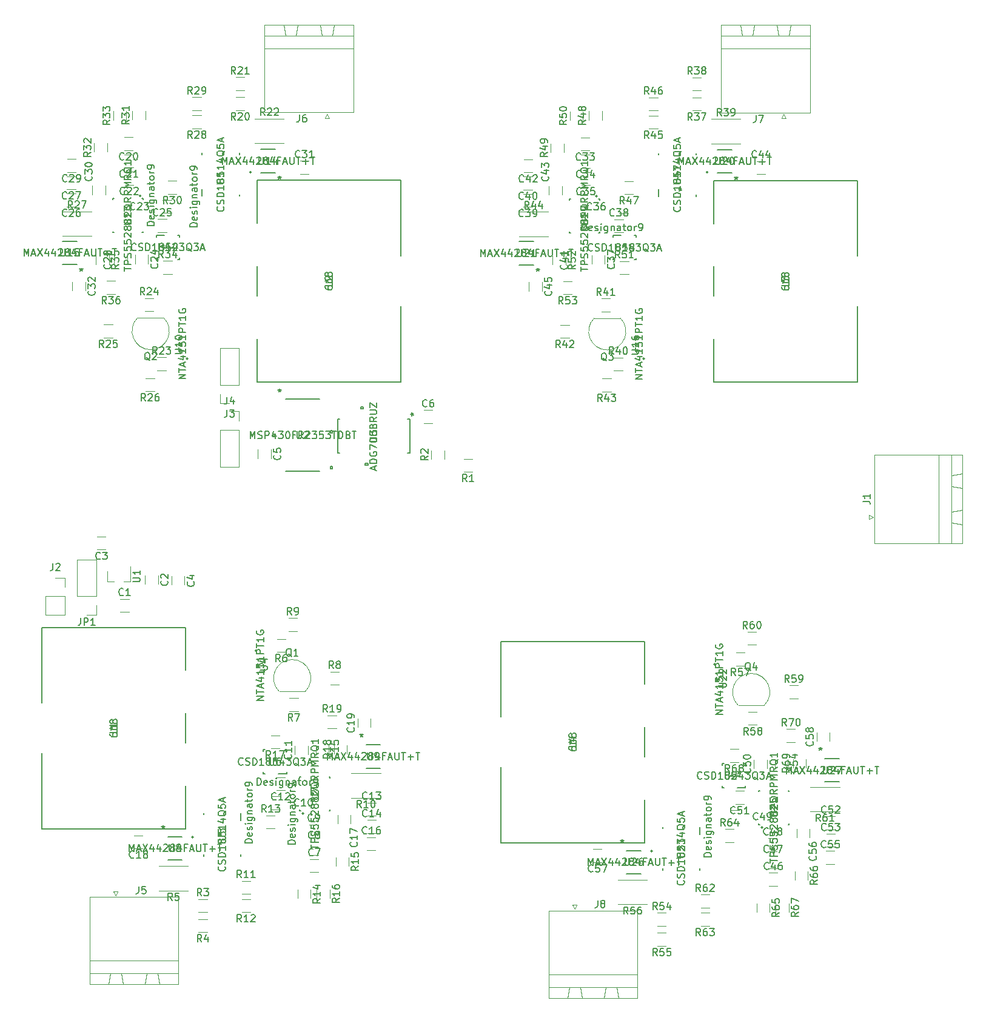
<source format=gbr>
G04 #@! TF.GenerationSoftware,KiCad,Pcbnew,(5.1.10)-1*
G04 #@! TF.CreationDate,2021-05-13T19:21:14+02:00*
G04 #@! TF.ProjectId,PEE50_MPPT,50454535-305f-44d5-9050-542e6b696361,rev?*
G04 #@! TF.SameCoordinates,Original*
G04 #@! TF.FileFunction,Legend,Top*
G04 #@! TF.FilePolarity,Positive*
%FSLAX46Y46*%
G04 Gerber Fmt 4.6, Leading zero omitted, Abs format (unit mm)*
G04 Created by KiCad (PCBNEW (5.1.10)-1) date 2021-05-13 19:21:14*
%MOMM*%
%LPD*%
G01*
G04 APERTURE LIST*
%ADD10C,0.152400*%
%ADD11C,0.120000*%
%ADD12C,0.150000*%
%ADD13C,0.002000*%
G04 APERTURE END LIST*
D10*
X68440300Y-105067100D02*
X68440300Y-109816900D01*
X68440300Y-109816900D02*
X68734360Y-109816900D01*
X78498700Y-109816900D02*
X78498700Y-105067100D01*
X78498700Y-105067100D02*
X78204640Y-105067100D01*
X68734362Y-105067100D02*
X68440300Y-105067100D01*
X78204640Y-109816900D02*
X78498700Y-109816900D01*
X72035002Y-103383601D02*
X71654002Y-103383601D01*
X71654002Y-103383601D02*
X71654002Y-103637601D01*
X71654002Y-103637601D02*
X72035002Y-103637601D01*
X72035002Y-103637601D02*
X72035002Y-103383601D01*
X72685001Y-111500399D02*
X72304001Y-111500399D01*
X72304001Y-111500399D02*
X72304001Y-111246399D01*
X72304001Y-111246399D02*
X72685001Y-111246399D01*
X72685001Y-111246399D02*
X72685001Y-111500399D01*
D11*
X54670000Y-100266500D02*
X52010000Y-100266500D01*
X54670000Y-100266500D02*
X54670000Y-95126500D01*
X54670000Y-95126500D02*
X52010000Y-95126500D01*
X52010000Y-100266500D02*
X52010000Y-95126500D01*
X52010000Y-102866500D02*
X52010000Y-101536500D01*
X53340000Y-102866500D02*
X52010000Y-102866500D01*
D10*
X63303000Y-154978001D02*
X63153000Y-154978001D01*
X63153000Y-155128001D02*
X63153000Y-154978001D01*
X67403000Y-155128001D02*
X67403000Y-154978001D01*
X67403000Y-154978001D02*
X67253000Y-154978001D01*
X63153000Y-159727999D02*
X63153000Y-159577999D01*
X63303000Y-159727999D02*
X63153000Y-159727999D01*
X67403000Y-159727999D02*
X67403000Y-159577999D01*
X67403000Y-159727999D02*
X67253000Y-159727999D01*
X63740500Y-160103000D02*
G75*
G03*
X63740500Y-160103000I-125001J0D01*
G01*
D11*
X64585436Y-168296000D02*
X65789564Y-168296000D01*
X64585436Y-166476000D02*
X65789564Y-166476000D01*
X64548936Y-165883000D02*
X65753064Y-165883000D01*
X64548936Y-164063000D02*
X65753064Y-164063000D01*
X64512436Y-161650000D02*
X65716564Y-161650000D01*
X64512436Y-163470000D02*
X65716564Y-163470000D01*
X59214936Y-157713000D02*
X60419064Y-157713000D01*
X59214936Y-159533000D02*
X60419064Y-159533000D01*
X64283000Y-151859064D02*
X64283000Y-150654936D01*
X62463000Y-151859064D02*
X62463000Y-150654936D01*
X61090564Y-156866000D02*
X59886436Y-156866000D01*
X61090564Y-155046000D02*
X59886436Y-155046000D01*
X72586436Y-158602000D02*
X73790564Y-158602000D01*
X72586436Y-160422000D02*
X73790564Y-160422000D01*
X72586436Y-162835000D02*
X73790564Y-162835000D01*
X72586436Y-161015000D02*
X73790564Y-161015000D01*
X67204000Y-150564436D02*
X67204000Y-151768564D01*
X65384000Y-150564436D02*
X65384000Y-151768564D01*
X72549936Y-163428000D02*
X73754064Y-163428000D01*
X72549936Y-165248000D02*
X73754064Y-165248000D01*
X68432000Y-160306936D02*
X68432000Y-161511064D01*
X70252000Y-160306936D02*
X70252000Y-161511064D01*
X41242064Y-164994000D02*
X40037936Y-164994000D01*
X41242064Y-163174000D02*
X40037936Y-163174000D01*
X73046000Y-148085564D02*
X73046000Y-146881436D01*
X71226000Y-148085564D02*
X71226000Y-146881436D01*
X37165000Y-170983000D02*
X37765000Y-170983000D01*
X37465000Y-171583000D02*
X37165000Y-170983000D01*
X37765000Y-170983000D02*
X37465000Y-171583000D01*
X41795000Y-182443000D02*
X41545000Y-183943000D01*
X43295000Y-182443000D02*
X41795000Y-182443000D01*
X43545000Y-183943000D02*
X43295000Y-182443000D01*
X41545000Y-183943000D02*
X43545000Y-183943000D01*
X36715000Y-182443000D02*
X36465000Y-183943000D01*
X38215000Y-182443000D02*
X36715000Y-182443000D01*
X38465000Y-183943000D02*
X38215000Y-182443000D01*
X36465000Y-183943000D02*
X38465000Y-183943000D01*
X46165000Y-182443000D02*
X33845000Y-182443000D01*
X46165000Y-180643000D02*
X46165000Y-182443000D01*
X33845000Y-180643000D02*
X46165000Y-180643000D01*
X33845000Y-182443000D02*
X33845000Y-180643000D01*
X46165000Y-171783000D02*
X33845000Y-171783000D01*
X46165000Y-183943000D02*
X46165000Y-171783000D01*
X33845000Y-183943000D02*
X46165000Y-183943000D01*
X33845000Y-171783000D02*
X33845000Y-183943000D01*
D10*
X48299299Y-163423600D02*
G75*
G03*
X48299299Y-163423600I-127000J0D01*
G01*
X27178000Y-162280600D02*
X47244000Y-162280600D01*
X27178000Y-134137400D02*
X27178000Y-144701260D01*
X47244000Y-134137400D02*
X27178000Y-134137400D01*
X47244000Y-162280600D02*
X47244000Y-156283739D01*
X27178000Y-151716740D02*
X27178000Y-162280600D01*
X47244000Y-140134261D02*
X47244000Y-134137400D01*
X47244000Y-150284259D02*
X47244000Y-146133741D01*
D11*
X60303000Y-143074000D02*
X63903000Y-143074000D01*
X63941478Y-143062478D02*
G75*
G03*
X62103000Y-138624000I-1838478J1838478D01*
G01*
X60264522Y-143062478D02*
G75*
G02*
X62103000Y-138624000I1838478J1838478D01*
G01*
X49018436Y-172064000D02*
X50222564Y-172064000D01*
X49018436Y-173884000D02*
X50222564Y-173884000D01*
X50222564Y-174858000D02*
X49018436Y-174858000D01*
X50222564Y-176678000D02*
X49018436Y-176678000D01*
X47584564Y-167454000D02*
X43480436Y-167454000D01*
X47584564Y-170874000D02*
X43480436Y-170874000D01*
X61181064Y-137562000D02*
X59976936Y-137562000D01*
X61181064Y-135742000D02*
X59976936Y-135742000D01*
X62922564Y-145817000D02*
X61718436Y-145817000D01*
X62922564Y-143997000D02*
X61718436Y-143997000D01*
X67433436Y-142134000D02*
X68637564Y-142134000D01*
X67433436Y-140314000D02*
X68637564Y-140314000D01*
X61591436Y-134641000D02*
X62795564Y-134641000D01*
X61591436Y-132821000D02*
X62795564Y-132821000D01*
X74442064Y-154500000D02*
X70337936Y-154500000D01*
X74442064Y-157920000D02*
X70337936Y-157920000D01*
D10*
X57137300Y-137375900D02*
G75*
G03*
X57137300Y-137375900I-127000J0D01*
G01*
X58178700Y-138935460D02*
X58178700Y-138518900D01*
X58178700Y-138518900D02*
X57479242Y-138518900D01*
X58178700Y-140373100D02*
X58178700Y-139956540D01*
X57479242Y-140373100D02*
X58178700Y-140373100D01*
X49724000Y-160068001D02*
X49724000Y-160268001D01*
X49724000Y-165867999D02*
X49724000Y-166067999D01*
X54924000Y-165867999D02*
X54924000Y-166067999D01*
X54924000Y-160068001D02*
X54924000Y-161067999D01*
X61314998Y-154607999D02*
X60190002Y-154607999D01*
X61314998Y-154360999D02*
X61314998Y-154607999D01*
X61314998Y-151208001D02*
X61314998Y-151455001D01*
X61314998Y-151208001D02*
X61067998Y-151208001D01*
X58312002Y-151208001D02*
X58065002Y-151208001D01*
X58065002Y-151208001D02*
X58065002Y-151455001D01*
X58065002Y-154360999D02*
X58065002Y-154607999D01*
X58312002Y-154607999D02*
X58065002Y-154607999D01*
X46723300Y-163347400D02*
X44716700Y-163347400D01*
X44716700Y-166598600D02*
X46723300Y-166598600D01*
X72402700Y-153771600D02*
X74409300Y-153771600D01*
X74409300Y-150520400D02*
X72402700Y-150520400D01*
D11*
X55060436Y-171344000D02*
X56264564Y-171344000D01*
X55060436Y-169524000D02*
X56264564Y-169524000D01*
X56264564Y-173884000D02*
X55060436Y-173884000D01*
X56264564Y-172064000D02*
X55060436Y-172064000D01*
X58489436Y-162200000D02*
X59693564Y-162200000D01*
X58489436Y-160380000D02*
X59693564Y-160380000D01*
X62844000Y-170757436D02*
X62844000Y-171961564D01*
X64664000Y-170757436D02*
X64664000Y-171961564D01*
X69998000Y-166239436D02*
X69998000Y-167443564D01*
X68178000Y-166239436D02*
X68178000Y-167443564D01*
X67331000Y-170720936D02*
X67331000Y-171925064D01*
X65511000Y-170720936D02*
X65511000Y-171925064D01*
X60328564Y-151024000D02*
X59124436Y-151024000D01*
X60328564Y-149204000D02*
X59124436Y-149204000D01*
X69744000Y-151768564D02*
X69744000Y-150564436D01*
X67924000Y-151768564D02*
X67924000Y-150564436D01*
X67052436Y-148230000D02*
X68256564Y-148230000D01*
X67052436Y-146410000D02*
X68256564Y-146410000D01*
X38096436Y-131974000D02*
X39300564Y-131974000D01*
X38096436Y-130154000D02*
X39300564Y-130154000D01*
X43391500Y-126869436D02*
X43391500Y-128073564D01*
X41571500Y-126869436D02*
X41571500Y-128073564D01*
X36071564Y-121454500D02*
X34867436Y-121454500D01*
X36071564Y-123274500D02*
X34867436Y-123274500D01*
X47074500Y-126996436D02*
X47074500Y-128200564D01*
X45254500Y-126996436D02*
X45254500Y-128200564D01*
X57319500Y-109316436D02*
X57319500Y-110520564D01*
X59139500Y-109316436D02*
X59139500Y-110520564D01*
X128669637Y-168415199D02*
X129873765Y-168415199D01*
X128669637Y-170235199D02*
X129873765Y-170235199D01*
X128633137Y-167822199D02*
X129837265Y-167822199D01*
X128633137Y-166002199D02*
X129837265Y-166002199D01*
X128596637Y-163589199D02*
X129800765Y-163589199D01*
X128596637Y-165409199D02*
X129800765Y-165409199D01*
X123299137Y-161472199D02*
X124503265Y-161472199D01*
X123299137Y-159652199D02*
X124503265Y-159652199D01*
X128367201Y-153798263D02*
X128367201Y-152594135D01*
X126547201Y-153798263D02*
X126547201Y-152594135D01*
X125174765Y-156985199D02*
X123970637Y-156985199D01*
X125174765Y-158805199D02*
X123970637Y-158805199D01*
X136670637Y-160541199D02*
X137874765Y-160541199D01*
X136670637Y-162361199D02*
X137874765Y-162361199D01*
X136670637Y-164774199D02*
X137874765Y-164774199D01*
X136670637Y-162954199D02*
X137874765Y-162954199D01*
X131288201Y-152503635D02*
X131288201Y-153707763D01*
X129468201Y-152503635D02*
X129468201Y-153707763D01*
X136634137Y-165367199D02*
X137838265Y-165367199D01*
X136634137Y-167187199D02*
X137838265Y-167187199D01*
X132516201Y-162246135D02*
X132516201Y-163450263D01*
X134336201Y-162246135D02*
X134336201Y-163450263D01*
X105326265Y-165113199D02*
X104122137Y-165113199D01*
X105326265Y-166933199D02*
X104122137Y-166933199D01*
X137130201Y-150024763D02*
X137130201Y-148820635D01*
X135310201Y-150024763D02*
X135310201Y-148820635D01*
X143432000Y-122395000D02*
X155652000Y-122395000D01*
X155652000Y-122395000D02*
X155652000Y-110015000D01*
X155652000Y-110015000D02*
X143432000Y-110015000D01*
X143432000Y-110015000D02*
X143432000Y-122395000D01*
X154152000Y-122395000D02*
X152352000Y-122395000D01*
X152352000Y-122395000D02*
X152352000Y-110015000D01*
X152352000Y-110015000D02*
X154152000Y-110015000D01*
X154152000Y-110015000D02*
X154152000Y-122395000D01*
X155652000Y-119745000D02*
X155652000Y-117745000D01*
X155652000Y-117745000D02*
X154152000Y-117995000D01*
X154152000Y-117995000D02*
X154152000Y-119495000D01*
X154152000Y-119495000D02*
X155652000Y-119745000D01*
X155652000Y-114665000D02*
X155652000Y-112665000D01*
X155652000Y-112665000D02*
X154152000Y-112915000D01*
X154152000Y-112915000D02*
X154152000Y-114415000D01*
X154152000Y-114415000D02*
X155652000Y-114665000D01*
X142632000Y-118445000D02*
X143232000Y-118745000D01*
X143232000Y-118745000D02*
X142632000Y-119045000D01*
X142632000Y-119045000D02*
X142632000Y-118445000D01*
X27689500Y-129794000D02*
X30349500Y-129794000D01*
X27689500Y-129794000D02*
X27689500Y-132394000D01*
X27689500Y-132394000D02*
X30349500Y-132394000D01*
X30349500Y-129794000D02*
X30349500Y-132394000D01*
X30349500Y-127194000D02*
X30349500Y-128524000D01*
X29019500Y-127194000D02*
X30349500Y-127194000D01*
X53340000Y-103953000D02*
X54670000Y-103953000D01*
X54670000Y-103953000D02*
X54670000Y-105283000D01*
X54670000Y-106553000D02*
X54670000Y-111693000D01*
X52010000Y-111693000D02*
X54670000Y-111693000D01*
X52010000Y-106553000D02*
X52010000Y-111693000D01*
X52010000Y-106553000D02*
X54670000Y-106553000D01*
X101249201Y-172892199D02*
X101849201Y-172892199D01*
X101549201Y-173492199D02*
X101249201Y-172892199D01*
X101849201Y-172892199D02*
X101549201Y-173492199D01*
X105879201Y-184412199D02*
X105629201Y-185912199D01*
X107379201Y-184412199D02*
X105879201Y-184412199D01*
X107629201Y-185912199D02*
X107379201Y-184412199D01*
X105629201Y-185912199D02*
X107629201Y-185912199D01*
X100799201Y-184412199D02*
X100549201Y-185912199D01*
X102299201Y-184412199D02*
X100799201Y-184412199D01*
X102549201Y-185912199D02*
X102299201Y-184412199D01*
X100549201Y-185912199D02*
X102549201Y-185912199D01*
X110279201Y-184412199D02*
X97899201Y-184412199D01*
X110279201Y-182612199D02*
X110279201Y-184412199D01*
X97899201Y-182612199D02*
X110279201Y-182612199D01*
X97899201Y-184412199D02*
X97899201Y-182612199D01*
X110279201Y-173692199D02*
X97899201Y-173692199D01*
X110279201Y-185912199D02*
X110279201Y-173692199D01*
X97899201Y-185912199D02*
X110279201Y-185912199D01*
X97899201Y-173692199D02*
X97899201Y-185912199D01*
X34731000Y-132394000D02*
X33401000Y-132394000D01*
X34731000Y-131064000D02*
X34731000Y-132394000D01*
X34731000Y-129794000D02*
X32071000Y-129794000D01*
X32071000Y-129794000D02*
X32071000Y-124654000D01*
X34731000Y-129794000D02*
X34731000Y-124654000D01*
X34731000Y-124654000D02*
X32071000Y-124654000D01*
D10*
X112383500Y-165362799D02*
G75*
G03*
X112383500Y-165362799I-127000J0D01*
G01*
X91262201Y-164219799D02*
X111328201Y-164219799D01*
X91262201Y-136076599D02*
X91262201Y-146640459D01*
X111328201Y-136076599D02*
X91262201Y-136076599D01*
X111328201Y-164219799D02*
X111328201Y-158222938D01*
X91262201Y-153655939D02*
X91262201Y-164219799D01*
X111328201Y-142073460D02*
X111328201Y-136076599D01*
X111328201Y-152223458D02*
X111328201Y-148072940D01*
D11*
X124387201Y-145013199D02*
X127987201Y-145013199D01*
X124348723Y-145001677D02*
G75*
G02*
X126187201Y-140563199I1838478J1838478D01*
G01*
X128025679Y-145001677D02*
G75*
G03*
X126187201Y-140563199I-1838478J1838478D01*
G01*
X87252564Y-112416000D02*
X86048436Y-112416000D01*
X87252564Y-110596000D02*
X86048436Y-110596000D01*
X83333000Y-110620564D02*
X83333000Y-109416436D01*
X81513000Y-110620564D02*
X81513000Y-109416436D01*
X113102637Y-175823199D02*
X114306765Y-175823199D01*
X113102637Y-174003199D02*
X114306765Y-174003199D01*
X114306765Y-178617199D02*
X113102637Y-178617199D01*
X114306765Y-176797199D02*
X113102637Y-176797199D01*
X111668765Y-172813199D02*
X107564637Y-172813199D01*
X111668765Y-169393199D02*
X107564637Y-169393199D01*
X125265265Y-137681199D02*
X124061137Y-137681199D01*
X125265265Y-139501199D02*
X124061137Y-139501199D01*
X127006765Y-145936199D02*
X125802637Y-145936199D01*
X127006765Y-147756199D02*
X125802637Y-147756199D01*
X131517637Y-142253199D02*
X132721765Y-142253199D01*
X131517637Y-144073199D02*
X132721765Y-144073199D01*
X125675637Y-134760199D02*
X126879765Y-134760199D01*
X125675637Y-136580199D02*
X126879765Y-136580199D01*
X138526265Y-156439199D02*
X134422137Y-156439199D01*
X138526265Y-159859199D02*
X134422137Y-159859199D01*
X119144637Y-173283199D02*
X120348765Y-173283199D01*
X119144637Y-171463199D02*
X120348765Y-171463199D01*
X120348765Y-174003199D02*
X119144637Y-174003199D01*
X120348765Y-175823199D02*
X119144637Y-175823199D01*
X122573637Y-162319199D02*
X123777765Y-162319199D01*
X122573637Y-164139199D02*
X123777765Y-164139199D01*
X128748201Y-172696635D02*
X128748201Y-173900763D01*
X126928201Y-172696635D02*
X126928201Y-173900763D01*
X134082201Y-168178635D02*
X134082201Y-169382763D01*
X132262201Y-168178635D02*
X132262201Y-169382763D01*
X129595201Y-172660135D02*
X129595201Y-173864263D01*
X131415201Y-172660135D02*
X131415201Y-173864263D01*
X124412765Y-151143199D02*
X123208637Y-151143199D01*
X124412765Y-152963199D02*
X123208637Y-152963199D01*
X132008201Y-153707763D02*
X132008201Y-152503635D01*
X133828201Y-153707763D02*
X133828201Y-152503635D01*
X131136637Y-150169199D02*
X132340765Y-150169199D01*
X131136637Y-148349199D02*
X132340765Y-148349199D01*
X36329500Y-127760000D02*
X36329500Y-126300000D01*
X39489500Y-127760000D02*
X39489500Y-125600000D01*
X39489500Y-127760000D02*
X38559500Y-127760000D01*
X36329500Y-127760000D02*
X37259500Y-127760000D01*
D10*
X61188600Y-112344200D02*
X65938400Y-112344200D01*
X65938400Y-102285800D02*
X61188600Y-102285800D01*
X59403501Y-107124500D02*
X59403501Y-107505500D01*
X59403501Y-107505500D02*
X59657501Y-107505500D01*
X59657501Y-107505500D02*
X59657501Y-107124500D01*
X59657501Y-107124500D02*
X59403501Y-107124500D01*
X67723499Y-111624499D02*
X67723499Y-112005499D01*
X67723499Y-112005499D02*
X67469499Y-112005499D01*
X67469499Y-112005499D02*
X67469499Y-111624499D01*
X67469499Y-111624499D02*
X67723499Y-111624499D01*
X67723499Y-106624498D02*
X67723499Y-107005498D01*
X67723499Y-107005498D02*
X67469499Y-107005498D01*
X67469499Y-107005498D02*
X67469499Y-106624498D01*
X67469499Y-106624498D02*
X67723499Y-106624498D01*
X121563443Y-142312299D02*
X122262901Y-142312299D01*
X122262901Y-142312299D02*
X122262901Y-141895739D01*
X122262901Y-140458099D02*
X121563443Y-140458099D01*
X122262901Y-140874659D02*
X122262901Y-140458099D01*
X121221501Y-139315099D02*
G75*
G03*
X121221501Y-139315099I-127000J0D01*
G01*
X119008201Y-162007200D02*
X119008201Y-163007198D01*
X119008201Y-167807198D02*
X119008201Y-168007198D01*
X113808201Y-167807198D02*
X113808201Y-168007198D01*
X113808201Y-162007200D02*
X113808201Y-162207200D01*
X125399199Y-156547198D02*
X124274203Y-156547198D01*
X125399199Y-156300198D02*
X125399199Y-156547198D01*
X125399199Y-153147200D02*
X125399199Y-153394200D01*
X125399199Y-153147200D02*
X125152199Y-153147200D01*
X122396203Y-153147200D02*
X122149203Y-153147200D01*
X122149203Y-153147200D02*
X122149203Y-153394200D01*
X122149203Y-156300198D02*
X122149203Y-156547198D01*
X122396203Y-156547198D02*
X122149203Y-156547198D01*
X127387201Y-156917200D02*
X127237201Y-156917200D01*
X127237201Y-157067200D02*
X127237201Y-156917200D01*
X131487201Y-157067200D02*
X131487201Y-156917200D01*
X131487201Y-156917200D02*
X131337201Y-156917200D01*
X127237201Y-161667198D02*
X127237201Y-161517198D01*
X127387201Y-161667198D02*
X127237201Y-161667198D01*
X131487201Y-161667198D02*
X131487201Y-161517198D01*
X131487201Y-161667198D02*
X131337201Y-161667198D01*
X127824701Y-162042199D02*
G75*
G03*
X127824701Y-162042199I-125001J0D01*
G01*
X108800901Y-168537799D02*
X110807501Y-168537799D01*
X110807501Y-165286599D02*
X108800901Y-165286599D01*
X136486901Y-155710799D02*
X138493501Y-155710799D01*
X138493501Y-152459599D02*
X136486901Y-152459599D01*
D11*
X80487436Y-105621500D02*
X81691564Y-105621500D01*
X80487436Y-103801500D02*
X81691564Y-103801500D01*
X39859363Y-67508801D02*
X38655235Y-67508801D01*
X39859363Y-65688801D02*
X38655235Y-65688801D01*
X39895863Y-68101801D02*
X38691735Y-68101801D01*
X39895863Y-69921801D02*
X38691735Y-69921801D01*
X39932363Y-72334801D02*
X38728235Y-72334801D01*
X39932363Y-70514801D02*
X38728235Y-70514801D01*
X45229863Y-74451801D02*
X44025735Y-74451801D01*
X45229863Y-76271801D02*
X44025735Y-76271801D01*
X41981799Y-82125737D02*
X41981799Y-83329865D01*
X40161799Y-82125737D02*
X40161799Y-83329865D01*
X43354235Y-77118801D02*
X44558363Y-77118801D01*
X43354235Y-78938801D02*
X44558363Y-78938801D01*
X31858363Y-73562801D02*
X30654235Y-73562801D01*
X31858363Y-75382801D02*
X30654235Y-75382801D01*
X31858363Y-72969801D02*
X30654235Y-72969801D01*
X31858363Y-71149801D02*
X30654235Y-71149801D01*
X39060799Y-83420365D02*
X39060799Y-82216237D01*
X37240799Y-83420365D02*
X37240799Y-82216237D01*
X31894863Y-68736801D02*
X30690735Y-68736801D01*
X31894863Y-70556801D02*
X30690735Y-70556801D01*
X34192799Y-73677865D02*
X34192799Y-72473737D01*
X36012799Y-73677865D02*
X36012799Y-72473737D01*
X63202735Y-68990801D02*
X64406863Y-68990801D01*
X63202735Y-70810801D02*
X64406863Y-70810801D01*
X33218799Y-85899237D02*
X33218799Y-87103365D01*
X31398799Y-85899237D02*
X31398799Y-87103365D01*
X103613363Y-65730801D02*
X102409235Y-65730801D01*
X103613363Y-67550801D02*
X102409235Y-67550801D01*
X103649863Y-68143801D02*
X102445735Y-68143801D01*
X103649863Y-69963801D02*
X102445735Y-69963801D01*
X103686363Y-72376801D02*
X102482235Y-72376801D01*
X103686363Y-70556801D02*
X102482235Y-70556801D01*
X108983863Y-76313801D02*
X107779735Y-76313801D01*
X108983863Y-74493801D02*
X107779735Y-74493801D01*
X103915799Y-82167737D02*
X103915799Y-83371865D01*
X105735799Y-82167737D02*
X105735799Y-83371865D01*
X107108235Y-78980801D02*
X108312363Y-78980801D01*
X107108235Y-77160801D02*
X108312363Y-77160801D01*
X95612363Y-73604801D02*
X94408235Y-73604801D01*
X95612363Y-75424801D02*
X94408235Y-75424801D01*
X95612363Y-71191801D02*
X94408235Y-71191801D01*
X95612363Y-73011801D02*
X94408235Y-73011801D01*
X100994799Y-83462365D02*
X100994799Y-82258237D01*
X102814799Y-83462365D02*
X102814799Y-82258237D01*
X95648863Y-70598801D02*
X94444735Y-70598801D01*
X95648863Y-68778801D02*
X94444735Y-68778801D01*
X99766799Y-73719865D02*
X99766799Y-72515737D01*
X97946799Y-73719865D02*
X97946799Y-72515737D01*
X126956735Y-70852801D02*
X128160863Y-70852801D01*
X126956735Y-69032801D02*
X128160863Y-69032801D01*
X96972799Y-85941237D02*
X96972799Y-87145365D01*
X95152799Y-85941237D02*
X95152799Y-87145365D01*
X70629799Y-62231801D02*
X70629799Y-50011801D01*
X70629799Y-50011801D02*
X58249799Y-50011801D01*
X58249799Y-50011801D02*
X58249799Y-62231801D01*
X58249799Y-62231801D02*
X70629799Y-62231801D01*
X70629799Y-51511801D02*
X70629799Y-53311801D01*
X70629799Y-53311801D02*
X58249799Y-53311801D01*
X58249799Y-53311801D02*
X58249799Y-51511801D01*
X58249799Y-51511801D02*
X70629799Y-51511801D01*
X67979799Y-50011801D02*
X65979799Y-50011801D01*
X65979799Y-50011801D02*
X66229799Y-51511801D01*
X66229799Y-51511801D02*
X67729799Y-51511801D01*
X67729799Y-51511801D02*
X67979799Y-50011801D01*
X62899799Y-50011801D02*
X60899799Y-50011801D01*
X60899799Y-50011801D02*
X61149799Y-51511801D01*
X61149799Y-51511801D02*
X62649799Y-51511801D01*
X62649799Y-51511801D02*
X62899799Y-50011801D01*
X66679799Y-63031801D02*
X66979799Y-62431801D01*
X66979799Y-62431801D02*
X67279799Y-63031801D01*
X67279799Y-63031801D02*
X66679799Y-63031801D01*
X131033799Y-63073801D02*
X130433799Y-63073801D01*
X130733799Y-62473801D02*
X131033799Y-63073801D01*
X130433799Y-63073801D02*
X130733799Y-62473801D01*
X126403799Y-51553801D02*
X126653799Y-50053801D01*
X124903799Y-51553801D02*
X126403799Y-51553801D01*
X124653799Y-50053801D02*
X124903799Y-51553801D01*
X126653799Y-50053801D02*
X124653799Y-50053801D01*
X131483799Y-51553801D02*
X131733799Y-50053801D01*
X129983799Y-51553801D02*
X131483799Y-51553801D01*
X129733799Y-50053801D02*
X129983799Y-51553801D01*
X131733799Y-50053801D02*
X129733799Y-50053801D01*
X122003799Y-51553801D02*
X134383799Y-51553801D01*
X122003799Y-53353801D02*
X122003799Y-51553801D01*
X134383799Y-53353801D02*
X122003799Y-53353801D01*
X134383799Y-51553801D02*
X134383799Y-53353801D01*
X122003799Y-62273801D02*
X134383799Y-62273801D01*
X122003799Y-50053801D02*
X122003799Y-62273801D01*
X134383799Y-50053801D02*
X122003799Y-50053801D01*
X134383799Y-62273801D02*
X134383799Y-50053801D01*
D10*
X57200799Y-83700542D02*
X57200799Y-87851060D01*
X57200799Y-93850540D02*
X57200799Y-99847401D01*
X77266799Y-82268061D02*
X77266799Y-71704201D01*
X57200799Y-71704201D02*
X57200799Y-77701062D01*
X57200799Y-99847401D02*
X77266799Y-99847401D01*
X77266799Y-99847401D02*
X77266799Y-89283541D01*
X77266799Y-71704201D02*
X57200799Y-71704201D01*
X56399500Y-70561201D02*
G75*
G03*
X56399500Y-70561201I-127000J0D01*
G01*
X120153500Y-70603201D02*
G75*
G03*
X120153500Y-70603201I-127000J0D01*
G01*
X141020799Y-71746201D02*
X120954799Y-71746201D01*
X141020799Y-99889401D02*
X141020799Y-89325541D01*
X120954799Y-99889401D02*
X141020799Y-99889401D01*
X120954799Y-71746201D02*
X120954799Y-77743062D01*
X141020799Y-82310061D02*
X141020799Y-71746201D01*
X120954799Y-93892540D02*
X120954799Y-99889401D01*
X120954799Y-83742542D02*
X120954799Y-87893060D01*
D11*
X44141799Y-90910801D02*
X40541799Y-90910801D01*
X40503321Y-90922323D02*
G75*
G03*
X42341799Y-95360801I1838478J-1838478D01*
G01*
X44180277Y-90922323D02*
G75*
G02*
X42341799Y-95360801I-1838478J-1838478D01*
G01*
X107895799Y-90952801D02*
X104295799Y-90952801D01*
X107934277Y-90964323D02*
G75*
G02*
X106095799Y-95402801I-1838478J-1838478D01*
G01*
X104257321Y-90964323D02*
G75*
G03*
X106095799Y-95402801I1838478J-1838478D01*
G01*
X55426363Y-61920801D02*
X54222235Y-61920801D01*
X55426363Y-60100801D02*
X54222235Y-60100801D01*
X54222235Y-59126801D02*
X55426363Y-59126801D01*
X54222235Y-57306801D02*
X55426363Y-57306801D01*
X56860235Y-63110801D02*
X60964363Y-63110801D01*
X56860235Y-66530801D02*
X60964363Y-66530801D01*
X43263735Y-96422801D02*
X44467863Y-96422801D01*
X43263735Y-98242801D02*
X44467863Y-98242801D01*
X41522235Y-88167801D02*
X42726363Y-88167801D01*
X41522235Y-89987801D02*
X42726363Y-89987801D01*
X37011363Y-91850801D02*
X35807235Y-91850801D01*
X37011363Y-93670801D02*
X35807235Y-93670801D01*
X42853363Y-101163801D02*
X41649235Y-101163801D01*
X42853363Y-99343801D02*
X41649235Y-99343801D01*
X30002735Y-79484801D02*
X34106863Y-79484801D01*
X30002735Y-76064801D02*
X34106863Y-76064801D01*
X49384363Y-62640801D02*
X48180235Y-62640801D01*
X49384363Y-64460801D02*
X48180235Y-64460801D01*
X48180235Y-60100801D02*
X49384363Y-60100801D01*
X48180235Y-61920801D02*
X49384363Y-61920801D01*
X45955363Y-71784801D02*
X44751235Y-71784801D01*
X45955363Y-73604801D02*
X44751235Y-73604801D01*
X39780799Y-63227365D02*
X39780799Y-62023237D01*
X41600799Y-63227365D02*
X41600799Y-62023237D01*
X36266799Y-67745365D02*
X36266799Y-66541237D01*
X34446799Y-67745365D02*
X34446799Y-66541237D01*
X38933799Y-63263865D02*
X38933799Y-62059737D01*
X37113799Y-63263865D02*
X37113799Y-62059737D01*
X44116235Y-82960801D02*
X45320363Y-82960801D01*
X44116235Y-84780801D02*
X45320363Y-84780801D01*
X34700799Y-82216237D02*
X34700799Y-83420365D01*
X36520799Y-82216237D02*
X36520799Y-83420365D01*
X37392363Y-87574801D02*
X36188235Y-87574801D01*
X37392363Y-85754801D02*
X36188235Y-85754801D01*
X119180363Y-60142801D02*
X117976235Y-60142801D01*
X119180363Y-61962801D02*
X117976235Y-61962801D01*
X117976235Y-57348801D02*
X119180363Y-57348801D01*
X117976235Y-59168801D02*
X119180363Y-59168801D01*
X120614235Y-66572801D02*
X124718363Y-66572801D01*
X120614235Y-63152801D02*
X124718363Y-63152801D01*
X107017735Y-98284801D02*
X108221863Y-98284801D01*
X107017735Y-96464801D02*
X108221863Y-96464801D01*
X105276235Y-90029801D02*
X106480363Y-90029801D01*
X105276235Y-88209801D02*
X106480363Y-88209801D01*
X100765363Y-93712801D02*
X99561235Y-93712801D01*
X100765363Y-91892801D02*
X99561235Y-91892801D01*
X106607363Y-99385801D02*
X105403235Y-99385801D01*
X106607363Y-101205801D02*
X105403235Y-101205801D01*
X93756735Y-76106801D02*
X97860863Y-76106801D01*
X93756735Y-79526801D02*
X97860863Y-79526801D01*
X113138363Y-64502801D02*
X111934235Y-64502801D01*
X113138363Y-62682801D02*
X111934235Y-62682801D01*
X111934235Y-61962801D02*
X113138363Y-61962801D01*
X111934235Y-60142801D02*
X113138363Y-60142801D01*
X109709363Y-73646801D02*
X108505235Y-73646801D01*
X109709363Y-71826801D02*
X108505235Y-71826801D01*
X103534799Y-63269365D02*
X103534799Y-62065237D01*
X105354799Y-63269365D02*
X105354799Y-62065237D01*
X98200799Y-67787365D02*
X98200799Y-66583237D01*
X100020799Y-67787365D02*
X100020799Y-66583237D01*
X102687799Y-63305865D02*
X102687799Y-62101737D01*
X100867799Y-63305865D02*
X100867799Y-62101737D01*
X107870235Y-84822801D02*
X109074363Y-84822801D01*
X107870235Y-83002801D02*
X109074363Y-83002801D01*
X98454799Y-82258237D02*
X98454799Y-83462365D01*
X100274799Y-82258237D02*
X100274799Y-83462365D01*
X101146363Y-87616801D02*
X99942235Y-87616801D01*
X101146363Y-85796801D02*
X99942235Y-85796801D01*
D10*
X46965557Y-93611701D02*
X46266099Y-93611701D01*
X46266099Y-93611701D02*
X46266099Y-94028261D01*
X46266099Y-95465901D02*
X46965557Y-95465901D01*
X46266099Y-95049341D02*
X46266099Y-95465901D01*
X47561499Y-96608901D02*
G75*
G03*
X47561499Y-96608901I-127000J0D01*
G01*
X49520799Y-73916800D02*
X49520799Y-72916802D01*
X49520799Y-68116802D02*
X49520799Y-67916802D01*
X54720799Y-68116802D02*
X54720799Y-67916802D01*
X54720799Y-73916800D02*
X54720799Y-73716800D01*
X43129801Y-79376802D02*
X44254797Y-79376802D01*
X43129801Y-79623802D02*
X43129801Y-79376802D01*
X43129801Y-82776800D02*
X43129801Y-82529800D01*
X43129801Y-82776800D02*
X43376801Y-82776800D01*
X46132797Y-82776800D02*
X46379797Y-82776800D01*
X46379797Y-82776800D02*
X46379797Y-82529800D01*
X46379797Y-79623802D02*
X46379797Y-79376802D01*
X46132797Y-79376802D02*
X46379797Y-79376802D01*
X40954301Y-73881801D02*
G75*
G03*
X40954301Y-73881801I-125001J0D01*
G01*
X37041799Y-74256802D02*
X37191799Y-74256802D01*
X37041799Y-74256802D02*
X37041799Y-74406802D01*
X41141799Y-74256802D02*
X41291799Y-74256802D01*
X41291799Y-74256802D02*
X41291799Y-74406802D01*
X37041799Y-79006800D02*
X37191799Y-79006800D01*
X37041799Y-78856800D02*
X37041799Y-79006800D01*
X41291799Y-78856800D02*
X41291799Y-79006800D01*
X41141799Y-79006800D02*
X41291799Y-79006800D01*
X59728099Y-67386201D02*
X57721499Y-67386201D01*
X57721499Y-70637401D02*
X59728099Y-70637401D01*
X30035499Y-83464401D02*
X32042099Y-83464401D01*
X32042099Y-80213201D02*
X30035499Y-80213201D01*
X111315499Y-96650901D02*
G75*
G03*
X111315499Y-96650901I-127000J0D01*
G01*
X110020099Y-95091341D02*
X110020099Y-95507901D01*
X110020099Y-95507901D02*
X110719557Y-95507901D01*
X110020099Y-93653701D02*
X110020099Y-94070261D01*
X110719557Y-93653701D02*
X110020099Y-93653701D01*
X118474799Y-73958800D02*
X118474799Y-73758800D01*
X118474799Y-68158802D02*
X118474799Y-67958802D01*
X113274799Y-68158802D02*
X113274799Y-67958802D01*
X113274799Y-73958800D02*
X113274799Y-72958802D01*
X109886797Y-79418802D02*
X110133797Y-79418802D01*
X110133797Y-79665802D02*
X110133797Y-79418802D01*
X110133797Y-82818800D02*
X110133797Y-82571800D01*
X109886797Y-82818800D02*
X110133797Y-82818800D01*
X106883801Y-82818800D02*
X107130801Y-82818800D01*
X106883801Y-82818800D02*
X106883801Y-82571800D01*
X106883801Y-79665802D02*
X106883801Y-79418802D01*
X106883801Y-79418802D02*
X108008797Y-79418802D01*
X104895799Y-79048800D02*
X105045799Y-79048800D01*
X105045799Y-78898800D02*
X105045799Y-79048800D01*
X100795799Y-78898800D02*
X100795799Y-79048800D01*
X100795799Y-79048800D02*
X100945799Y-79048800D01*
X105045799Y-74298802D02*
X105045799Y-74448802D01*
X104895799Y-74298802D02*
X105045799Y-74298802D01*
X100795799Y-74298802D02*
X100795799Y-74448802D01*
X100795799Y-74298802D02*
X100945799Y-74298802D01*
X104708301Y-73923801D02*
G75*
G03*
X104708301Y-73923801I-125001J0D01*
G01*
X123482099Y-67428201D02*
X121475499Y-67428201D01*
X121475499Y-70679401D02*
X123482099Y-70679401D01*
X93789499Y-83506401D02*
X95796099Y-83506401D01*
X95796099Y-80255201D02*
X93789499Y-80255201D01*
D12*
X72921880Y-108203904D02*
X73731404Y-108203904D01*
X73826642Y-108156285D01*
X73874261Y-108108666D01*
X73921880Y-108013428D01*
X73921880Y-107822952D01*
X73874261Y-107727714D01*
X73826642Y-107680095D01*
X73731404Y-107632476D01*
X72921880Y-107632476D01*
X72921880Y-107251523D02*
X72921880Y-106632476D01*
X73302833Y-106965809D01*
X73302833Y-106822952D01*
X73350452Y-106727714D01*
X73398071Y-106680095D01*
X73493309Y-106632476D01*
X73731404Y-106632476D01*
X73826642Y-106680095D01*
X73874261Y-106727714D01*
X73921880Y-106822952D01*
X73921880Y-107108666D01*
X73874261Y-107203904D01*
X73826642Y-107251523D01*
X73636166Y-112108666D02*
X73636166Y-111632476D01*
X73921880Y-112203904D02*
X72921880Y-111870571D01*
X73921880Y-111537238D01*
X73921880Y-111203904D02*
X72921880Y-111203904D01*
X72921880Y-110965809D01*
X72969500Y-110822952D01*
X73064738Y-110727714D01*
X73159976Y-110680095D01*
X73350452Y-110632476D01*
X73493309Y-110632476D01*
X73683785Y-110680095D01*
X73779023Y-110727714D01*
X73874261Y-110822952D01*
X73921880Y-110965809D01*
X73921880Y-111203904D01*
X72969500Y-109680095D02*
X72921880Y-109775333D01*
X72921880Y-109918190D01*
X72969500Y-110061047D01*
X73064738Y-110156285D01*
X73159976Y-110203904D01*
X73350452Y-110251523D01*
X73493309Y-110251523D01*
X73683785Y-110203904D01*
X73779023Y-110156285D01*
X73874261Y-110061047D01*
X73921880Y-109918190D01*
X73921880Y-109822952D01*
X73874261Y-109680095D01*
X73826642Y-109632476D01*
X73493309Y-109632476D01*
X73493309Y-109822952D01*
X72921880Y-109299142D02*
X72921880Y-108632476D01*
X73921880Y-109061047D01*
X72921880Y-108061047D02*
X72921880Y-107965809D01*
X72969500Y-107870571D01*
X73017119Y-107822952D01*
X73112357Y-107775333D01*
X73302833Y-107727714D01*
X73540928Y-107727714D01*
X73731404Y-107775333D01*
X73826642Y-107822952D01*
X73874261Y-107870571D01*
X73921880Y-107965809D01*
X73921880Y-108061047D01*
X73874261Y-108156285D01*
X73826642Y-108203904D01*
X73731404Y-108251523D01*
X73540928Y-108299142D01*
X73302833Y-108299142D01*
X73112357Y-108251523D01*
X73017119Y-108203904D01*
X72969500Y-108156285D01*
X72921880Y-108061047D01*
X72921880Y-106870571D02*
X72921880Y-107061047D01*
X72969500Y-107156285D01*
X73017119Y-107203904D01*
X73159976Y-107299142D01*
X73350452Y-107346761D01*
X73731404Y-107346761D01*
X73826642Y-107299142D01*
X73874261Y-107251523D01*
X73921880Y-107156285D01*
X73921880Y-106965809D01*
X73874261Y-106870571D01*
X73826642Y-106822952D01*
X73731404Y-106775333D01*
X73493309Y-106775333D01*
X73398071Y-106822952D01*
X73350452Y-106870571D01*
X73302833Y-106965809D01*
X73302833Y-107156285D01*
X73350452Y-107251523D01*
X73398071Y-107299142D01*
X73493309Y-107346761D01*
X73398071Y-106013428D02*
X73445690Y-105870571D01*
X73493309Y-105822952D01*
X73588547Y-105775333D01*
X73731404Y-105775333D01*
X73826642Y-105822952D01*
X73874261Y-105870571D01*
X73921880Y-105965809D01*
X73921880Y-106346761D01*
X72921880Y-106346761D01*
X72921880Y-106013428D01*
X72969500Y-105918190D01*
X73017119Y-105870571D01*
X73112357Y-105822952D01*
X73207595Y-105822952D01*
X73302833Y-105870571D01*
X73350452Y-105918190D01*
X73398071Y-106013428D01*
X73398071Y-106346761D01*
X73921880Y-104775333D02*
X73445690Y-105108666D01*
X73921880Y-105346761D02*
X72921880Y-105346761D01*
X72921880Y-104965809D01*
X72969500Y-104870571D01*
X73017119Y-104822952D01*
X73112357Y-104775333D01*
X73255214Y-104775333D01*
X73350452Y-104822952D01*
X73398071Y-104870571D01*
X73445690Y-104965809D01*
X73445690Y-105346761D01*
X72921880Y-104346761D02*
X73731404Y-104346761D01*
X73826642Y-104299142D01*
X73874261Y-104251523D01*
X73921880Y-104156285D01*
X73921880Y-103965809D01*
X73874261Y-103870571D01*
X73826642Y-103822952D01*
X73731404Y-103775333D01*
X72921880Y-103775333D01*
X72921880Y-103394380D02*
X72921880Y-102727714D01*
X73921880Y-103394380D01*
X73921880Y-102727714D01*
X78644680Y-104368600D02*
X78882776Y-104368600D01*
X78787538Y-104606695D02*
X78882776Y-104368600D01*
X78787538Y-104130504D01*
X79073252Y-104511457D02*
X78882776Y-104368600D01*
X79073252Y-104225742D01*
X78644680Y-104368600D02*
X78882776Y-104368600D01*
X78787538Y-104606695D02*
X78882776Y-104368600D01*
X78787538Y-104130504D01*
X79073252Y-104511457D02*
X78882776Y-104368600D01*
X79073252Y-104225742D01*
X53006666Y-103758880D02*
X53006666Y-104473166D01*
X52959047Y-104616023D01*
X52863809Y-104711261D01*
X52720952Y-104758880D01*
X52625714Y-104758880D01*
X53387619Y-103758880D02*
X54006666Y-103758880D01*
X53673333Y-104139833D01*
X53816190Y-104139833D01*
X53911428Y-104187452D01*
X53959047Y-104235071D01*
X54006666Y-104330309D01*
X54006666Y-104568404D01*
X53959047Y-104663642D01*
X53911428Y-104711261D01*
X53816190Y-104758880D01*
X53530476Y-104758880D01*
X53435238Y-104711261D01*
X53387619Y-104663642D01*
X64730380Y-158114904D02*
X65539904Y-158114904D01*
X65635142Y-158067285D01*
X65682761Y-158019666D01*
X65730380Y-157924428D01*
X65730380Y-157733952D01*
X65682761Y-157638714D01*
X65635142Y-157591095D01*
X65539904Y-157543476D01*
X64730380Y-157543476D01*
X64730380Y-157162523D02*
X64730380Y-156495857D01*
X65730380Y-156924428D01*
X64730380Y-165067285D02*
X64730380Y-164495857D01*
X65730380Y-164781571D02*
X64730380Y-164781571D01*
X65730380Y-164162523D02*
X64730380Y-164162523D01*
X64730380Y-163781571D01*
X64778000Y-163686333D01*
X64825619Y-163638714D01*
X64920857Y-163591095D01*
X65063714Y-163591095D01*
X65158952Y-163638714D01*
X65206571Y-163686333D01*
X65254190Y-163781571D01*
X65254190Y-164162523D01*
X65682761Y-163210142D02*
X65730380Y-163067285D01*
X65730380Y-162829190D01*
X65682761Y-162733952D01*
X65635142Y-162686333D01*
X65539904Y-162638714D01*
X65444666Y-162638714D01*
X65349428Y-162686333D01*
X65301809Y-162733952D01*
X65254190Y-162829190D01*
X65206571Y-163019666D01*
X65158952Y-163114904D01*
X65111333Y-163162523D01*
X65016095Y-163210142D01*
X64920857Y-163210142D01*
X64825619Y-163162523D01*
X64778000Y-163114904D01*
X64730380Y-163019666D01*
X64730380Y-162781571D01*
X64778000Y-162638714D01*
X64730380Y-161733952D02*
X64730380Y-162210142D01*
X65206571Y-162257761D01*
X65158952Y-162210142D01*
X65111333Y-162114904D01*
X65111333Y-161876809D01*
X65158952Y-161781571D01*
X65206571Y-161733952D01*
X65301809Y-161686333D01*
X65539904Y-161686333D01*
X65635142Y-161733952D01*
X65682761Y-161781571D01*
X65730380Y-161876809D01*
X65730380Y-162114904D01*
X65682761Y-162210142D01*
X65635142Y-162257761D01*
X64730380Y-160781571D02*
X64730380Y-161257761D01*
X65206571Y-161305380D01*
X65158952Y-161257761D01*
X65111333Y-161162523D01*
X65111333Y-160924428D01*
X65158952Y-160829190D01*
X65206571Y-160781571D01*
X65301809Y-160733952D01*
X65539904Y-160733952D01*
X65635142Y-160781571D01*
X65682761Y-160829190D01*
X65730380Y-160924428D01*
X65730380Y-161162523D01*
X65682761Y-161257761D01*
X65635142Y-161305380D01*
X64825619Y-160353000D02*
X64778000Y-160305380D01*
X64730380Y-160210142D01*
X64730380Y-159972047D01*
X64778000Y-159876809D01*
X64825619Y-159829190D01*
X64920857Y-159781571D01*
X65016095Y-159781571D01*
X65158952Y-159829190D01*
X65730380Y-160400619D01*
X65730380Y-159781571D01*
X65158952Y-159210142D02*
X65111333Y-159305380D01*
X65063714Y-159353000D01*
X64968476Y-159400619D01*
X64920857Y-159400619D01*
X64825619Y-159353000D01*
X64778000Y-159305380D01*
X64730380Y-159210142D01*
X64730380Y-159019666D01*
X64778000Y-158924428D01*
X64825619Y-158876809D01*
X64920857Y-158829190D01*
X64968476Y-158829190D01*
X65063714Y-158876809D01*
X65111333Y-158924428D01*
X65158952Y-159019666D01*
X65158952Y-159210142D01*
X65206571Y-159305380D01*
X65254190Y-159353000D01*
X65349428Y-159400619D01*
X65539904Y-159400619D01*
X65635142Y-159353000D01*
X65682761Y-159305380D01*
X65730380Y-159210142D01*
X65730380Y-159019666D01*
X65682761Y-158924428D01*
X65635142Y-158876809D01*
X65539904Y-158829190D01*
X65349428Y-158829190D01*
X65254190Y-158876809D01*
X65206571Y-158924428D01*
X65158952Y-159019666D01*
X65158952Y-158257761D02*
X65111333Y-158353000D01*
X65063714Y-158400619D01*
X64968476Y-158448238D01*
X64920857Y-158448238D01*
X64825619Y-158400619D01*
X64778000Y-158353000D01*
X64730380Y-158257761D01*
X64730380Y-158067285D01*
X64778000Y-157972047D01*
X64825619Y-157924428D01*
X64920857Y-157876809D01*
X64968476Y-157876809D01*
X65063714Y-157924428D01*
X65111333Y-157972047D01*
X65158952Y-158067285D01*
X65158952Y-158257761D01*
X65206571Y-158353000D01*
X65254190Y-158400619D01*
X65349428Y-158448238D01*
X65539904Y-158448238D01*
X65635142Y-158400619D01*
X65682761Y-158353000D01*
X65730380Y-158257761D01*
X65730380Y-158067285D01*
X65682761Y-157972047D01*
X65635142Y-157924428D01*
X65539904Y-157876809D01*
X65349428Y-157876809D01*
X65254190Y-157924428D01*
X65206571Y-157972047D01*
X65158952Y-158067285D01*
X64825619Y-157495857D02*
X64778000Y-157448238D01*
X64730380Y-157353000D01*
X64730380Y-157114904D01*
X64778000Y-157019666D01*
X64825619Y-156972047D01*
X64920857Y-156924428D01*
X65016095Y-156924428D01*
X65158952Y-156972047D01*
X65730380Y-157543476D01*
X65730380Y-156924428D01*
X65825619Y-155829190D02*
X65778000Y-155924428D01*
X65682761Y-156019666D01*
X65539904Y-156162523D01*
X65492285Y-156257761D01*
X65492285Y-156353000D01*
X65730380Y-156305380D02*
X65682761Y-156400619D01*
X65587523Y-156495857D01*
X65397047Y-156543476D01*
X65063714Y-156543476D01*
X64873238Y-156495857D01*
X64778000Y-156400619D01*
X64730380Y-156305380D01*
X64730380Y-156114904D01*
X64778000Y-156019666D01*
X64873238Y-155924428D01*
X65063714Y-155876809D01*
X65397047Y-155876809D01*
X65587523Y-155924428D01*
X65682761Y-156019666D01*
X65730380Y-156114904D01*
X65730380Y-156305380D01*
X65730380Y-154876809D02*
X65254190Y-155210142D01*
X65730380Y-155448238D02*
X64730380Y-155448238D01*
X64730380Y-155067285D01*
X64778000Y-154972047D01*
X64825619Y-154924428D01*
X64920857Y-154876809D01*
X65063714Y-154876809D01*
X65158952Y-154924428D01*
X65206571Y-154972047D01*
X65254190Y-155067285D01*
X65254190Y-155448238D01*
X65730380Y-154448238D02*
X64730380Y-154448238D01*
X64730380Y-154067285D01*
X64778000Y-153972047D01*
X64825619Y-153924428D01*
X64920857Y-153876809D01*
X65063714Y-153876809D01*
X65158952Y-153924428D01*
X65206571Y-153972047D01*
X65254190Y-154067285D01*
X65254190Y-154448238D01*
X65730380Y-153448238D02*
X64730380Y-153448238D01*
X65444666Y-153114904D01*
X64730380Y-152781571D01*
X65730380Y-152781571D01*
X65730380Y-151733952D02*
X65254190Y-152067285D01*
X65730380Y-152305380D02*
X64730380Y-152305380D01*
X64730380Y-151924428D01*
X64778000Y-151829190D01*
X64825619Y-151781571D01*
X64920857Y-151733952D01*
X65063714Y-151733952D01*
X65158952Y-151781571D01*
X65206571Y-151829190D01*
X65254190Y-151924428D01*
X65254190Y-152305380D01*
X65825619Y-150638714D02*
X65778000Y-150733952D01*
X65682761Y-150829190D01*
X65539904Y-150972047D01*
X65492285Y-151067285D01*
X65492285Y-151162523D01*
X65730380Y-151114904D02*
X65682761Y-151210142D01*
X65587523Y-151305380D01*
X65397047Y-151353000D01*
X65063714Y-151353000D01*
X64873238Y-151305380D01*
X64778000Y-151210142D01*
X64730380Y-151114904D01*
X64730380Y-150924428D01*
X64778000Y-150829190D01*
X64873238Y-150733952D01*
X65063714Y-150686333D01*
X65397047Y-150686333D01*
X65587523Y-150733952D01*
X65682761Y-150829190D01*
X65730380Y-150924428D01*
X65730380Y-151114904D01*
X65730380Y-149733952D02*
X65730380Y-150305380D01*
X65730380Y-150019666D02*
X64730380Y-150019666D01*
X64873238Y-150114904D01*
X64968476Y-150210142D01*
X65016095Y-150305380D01*
X64730380Y-157353000D02*
X64968476Y-157353000D01*
X64873238Y-157591095D02*
X64968476Y-157353000D01*
X64873238Y-157114904D01*
X65158952Y-157495857D02*
X64968476Y-157353000D01*
X65158952Y-157210142D01*
X62504580Y-164386685D02*
X61504580Y-164386685D01*
X61504580Y-164148590D01*
X61552200Y-164005733D01*
X61647438Y-163910495D01*
X61742676Y-163862876D01*
X61933152Y-163815257D01*
X62076009Y-163815257D01*
X62266485Y-163862876D01*
X62361723Y-163910495D01*
X62456961Y-164005733D01*
X62504580Y-164148590D01*
X62504580Y-164386685D01*
X62456961Y-163005733D02*
X62504580Y-163100971D01*
X62504580Y-163291447D01*
X62456961Y-163386685D01*
X62361723Y-163434304D01*
X61980771Y-163434304D01*
X61885533Y-163386685D01*
X61837914Y-163291447D01*
X61837914Y-163100971D01*
X61885533Y-163005733D01*
X61980771Y-162958114D01*
X62076009Y-162958114D01*
X62171247Y-163434304D01*
X62456961Y-162577161D02*
X62504580Y-162481923D01*
X62504580Y-162291447D01*
X62456961Y-162196209D01*
X62361723Y-162148590D01*
X62314104Y-162148590D01*
X62218866Y-162196209D01*
X62171247Y-162291447D01*
X62171247Y-162434304D01*
X62123628Y-162529542D01*
X62028390Y-162577161D01*
X61980771Y-162577161D01*
X61885533Y-162529542D01*
X61837914Y-162434304D01*
X61837914Y-162291447D01*
X61885533Y-162196209D01*
X62504580Y-161720019D02*
X61837914Y-161720019D01*
X61504580Y-161720019D02*
X61552200Y-161767638D01*
X61599819Y-161720019D01*
X61552200Y-161672400D01*
X61504580Y-161720019D01*
X61599819Y-161720019D01*
X61837914Y-160815257D02*
X62647438Y-160815257D01*
X62742676Y-160862876D01*
X62790295Y-160910495D01*
X62837914Y-161005733D01*
X62837914Y-161148590D01*
X62790295Y-161243828D01*
X62456961Y-160815257D02*
X62504580Y-160910495D01*
X62504580Y-161100971D01*
X62456961Y-161196209D01*
X62409342Y-161243828D01*
X62314104Y-161291447D01*
X62028390Y-161291447D01*
X61933152Y-161243828D01*
X61885533Y-161196209D01*
X61837914Y-161100971D01*
X61837914Y-160910495D01*
X61885533Y-160815257D01*
X61837914Y-160339066D02*
X62504580Y-160339066D01*
X61933152Y-160339066D02*
X61885533Y-160291447D01*
X61837914Y-160196209D01*
X61837914Y-160053352D01*
X61885533Y-159958114D01*
X61980771Y-159910495D01*
X62504580Y-159910495D01*
X62504580Y-159005733D02*
X61980771Y-159005733D01*
X61885533Y-159053352D01*
X61837914Y-159148590D01*
X61837914Y-159339066D01*
X61885533Y-159434304D01*
X62456961Y-159005733D02*
X62504580Y-159100971D01*
X62504580Y-159339066D01*
X62456961Y-159434304D01*
X62361723Y-159481923D01*
X62266485Y-159481923D01*
X62171247Y-159434304D01*
X62123628Y-159339066D01*
X62123628Y-159100971D01*
X62076009Y-159005733D01*
X61837914Y-158672400D02*
X61837914Y-158291447D01*
X61504580Y-158529542D02*
X62361723Y-158529542D01*
X62456961Y-158481923D01*
X62504580Y-158386685D01*
X62504580Y-158291447D01*
X62504580Y-157815257D02*
X62456961Y-157910495D01*
X62409342Y-157958114D01*
X62314104Y-158005733D01*
X62028390Y-158005733D01*
X61933152Y-157958114D01*
X61885533Y-157910495D01*
X61837914Y-157815257D01*
X61837914Y-157672400D01*
X61885533Y-157577161D01*
X61933152Y-157529542D01*
X62028390Y-157481923D01*
X62314104Y-157481923D01*
X62409342Y-157529542D01*
X62456961Y-157577161D01*
X62504580Y-157672400D01*
X62504580Y-157815257D01*
X62504580Y-157053352D02*
X61837914Y-157053352D01*
X62028390Y-157053352D02*
X61933152Y-157005733D01*
X61885533Y-156958114D01*
X61837914Y-156862876D01*
X61837914Y-156767638D01*
X62504580Y-156386685D02*
X62504580Y-156196209D01*
X62456961Y-156100971D01*
X62409342Y-156053352D01*
X62266485Y-155958114D01*
X62076009Y-155910495D01*
X61695057Y-155910495D01*
X61599819Y-155958114D01*
X61552200Y-156005733D01*
X61504580Y-156100971D01*
X61504580Y-156291447D01*
X61552200Y-156386685D01*
X61599819Y-156434304D01*
X61695057Y-156481923D01*
X61933152Y-156481923D01*
X62028390Y-156434304D01*
X62076009Y-156386685D01*
X62123628Y-156291447D01*
X62123628Y-156100971D01*
X62076009Y-156005733D01*
X62028390Y-155958114D01*
X61933152Y-155910495D01*
X65020833Y-165923142D02*
X64973214Y-165970761D01*
X64830357Y-166018380D01*
X64735119Y-166018380D01*
X64592261Y-165970761D01*
X64497023Y-165875523D01*
X64449404Y-165780285D01*
X64401785Y-165589809D01*
X64401785Y-165446952D01*
X64449404Y-165256476D01*
X64497023Y-165161238D01*
X64592261Y-165066000D01*
X64735119Y-165018380D01*
X64830357Y-165018380D01*
X64973214Y-165066000D01*
X65020833Y-165113619D01*
X65354166Y-165018380D02*
X66020833Y-165018380D01*
X65592261Y-166018380D01*
X64984333Y-163510142D02*
X64936714Y-163557761D01*
X64793857Y-163605380D01*
X64698619Y-163605380D01*
X64555761Y-163557761D01*
X64460523Y-163462523D01*
X64412904Y-163367285D01*
X64365285Y-163176809D01*
X64365285Y-163033952D01*
X64412904Y-162843476D01*
X64460523Y-162748238D01*
X64555761Y-162653000D01*
X64698619Y-162605380D01*
X64793857Y-162605380D01*
X64936714Y-162653000D01*
X64984333Y-162700619D01*
X65555761Y-163033952D02*
X65460523Y-162986333D01*
X65412904Y-162938714D01*
X65365285Y-162843476D01*
X65365285Y-162795857D01*
X65412904Y-162700619D01*
X65460523Y-162653000D01*
X65555761Y-162605380D01*
X65746238Y-162605380D01*
X65841476Y-162653000D01*
X65889095Y-162700619D01*
X65936714Y-162795857D01*
X65936714Y-162843476D01*
X65889095Y-162938714D01*
X65841476Y-162986333D01*
X65746238Y-163033952D01*
X65555761Y-163033952D01*
X65460523Y-163081571D01*
X65412904Y-163129190D01*
X65365285Y-163224428D01*
X65365285Y-163414904D01*
X65412904Y-163510142D01*
X65460523Y-163557761D01*
X65555761Y-163605380D01*
X65746238Y-163605380D01*
X65841476Y-163557761D01*
X65889095Y-163510142D01*
X65936714Y-163414904D01*
X65936714Y-163224428D01*
X65889095Y-163129190D01*
X65841476Y-163081571D01*
X65746238Y-163033952D01*
X64947833Y-161097142D02*
X64900214Y-161144761D01*
X64757357Y-161192380D01*
X64662119Y-161192380D01*
X64519261Y-161144761D01*
X64424023Y-161049523D01*
X64376404Y-160954285D01*
X64328785Y-160763809D01*
X64328785Y-160620952D01*
X64376404Y-160430476D01*
X64424023Y-160335238D01*
X64519261Y-160240000D01*
X64662119Y-160192380D01*
X64757357Y-160192380D01*
X64900214Y-160240000D01*
X64947833Y-160287619D01*
X65424023Y-161192380D02*
X65614500Y-161192380D01*
X65709738Y-161144761D01*
X65757357Y-161097142D01*
X65852595Y-160954285D01*
X65900214Y-160763809D01*
X65900214Y-160382857D01*
X65852595Y-160287619D01*
X65804976Y-160240000D01*
X65709738Y-160192380D01*
X65519261Y-160192380D01*
X65424023Y-160240000D01*
X65376404Y-160287619D01*
X65328785Y-160382857D01*
X65328785Y-160620952D01*
X65376404Y-160716190D01*
X65424023Y-160763809D01*
X65519261Y-160811428D01*
X65709738Y-160811428D01*
X65804976Y-160763809D01*
X65852595Y-160716190D01*
X65900214Y-160620952D01*
X63020642Y-158980142D02*
X62973023Y-159027761D01*
X62830166Y-159075380D01*
X62734928Y-159075380D01*
X62592071Y-159027761D01*
X62496833Y-158932523D01*
X62449214Y-158837285D01*
X62401595Y-158646809D01*
X62401595Y-158503952D01*
X62449214Y-158313476D01*
X62496833Y-158218238D01*
X62592071Y-158123000D01*
X62734928Y-158075380D01*
X62830166Y-158075380D01*
X62973023Y-158123000D01*
X63020642Y-158170619D01*
X63973023Y-159075380D02*
X63401595Y-159075380D01*
X63687309Y-159075380D02*
X63687309Y-158075380D01*
X63592071Y-158218238D01*
X63496833Y-158313476D01*
X63401595Y-158361095D01*
X64592071Y-158075380D02*
X64687309Y-158075380D01*
X64782547Y-158123000D01*
X64830166Y-158170619D01*
X64877785Y-158265857D01*
X64925404Y-158456333D01*
X64925404Y-158694428D01*
X64877785Y-158884904D01*
X64830166Y-158980142D01*
X64782547Y-159027761D01*
X64687309Y-159075380D01*
X64592071Y-159075380D01*
X64496833Y-159027761D01*
X64449214Y-158980142D01*
X64401595Y-158884904D01*
X64353976Y-158694428D01*
X64353976Y-158456333D01*
X64401595Y-158265857D01*
X64449214Y-158170619D01*
X64496833Y-158123000D01*
X64592071Y-158075380D01*
X61910142Y-151899857D02*
X61957761Y-151947476D01*
X62005380Y-152090333D01*
X62005380Y-152185571D01*
X61957761Y-152328428D01*
X61862523Y-152423666D01*
X61767285Y-152471285D01*
X61576809Y-152518904D01*
X61433952Y-152518904D01*
X61243476Y-152471285D01*
X61148238Y-152423666D01*
X61053000Y-152328428D01*
X61005380Y-152185571D01*
X61005380Y-152090333D01*
X61053000Y-151947476D01*
X61100619Y-151899857D01*
X62005380Y-150947476D02*
X62005380Y-151518904D01*
X62005380Y-151233190D02*
X61005380Y-151233190D01*
X61148238Y-151328428D01*
X61243476Y-151423666D01*
X61291095Y-151518904D01*
X62005380Y-149995095D02*
X62005380Y-150566523D01*
X62005380Y-150280809D02*
X61005380Y-150280809D01*
X61148238Y-150376047D01*
X61243476Y-150471285D01*
X61291095Y-150566523D01*
X59845642Y-158133142D02*
X59798023Y-158180761D01*
X59655166Y-158228380D01*
X59559928Y-158228380D01*
X59417071Y-158180761D01*
X59321833Y-158085523D01*
X59274214Y-157990285D01*
X59226595Y-157799809D01*
X59226595Y-157656952D01*
X59274214Y-157466476D01*
X59321833Y-157371238D01*
X59417071Y-157276000D01*
X59559928Y-157228380D01*
X59655166Y-157228380D01*
X59798023Y-157276000D01*
X59845642Y-157323619D01*
X60798023Y-158228380D02*
X60226595Y-158228380D01*
X60512309Y-158228380D02*
X60512309Y-157228380D01*
X60417071Y-157371238D01*
X60321833Y-157466476D01*
X60226595Y-157514095D01*
X61178976Y-157323619D02*
X61226595Y-157276000D01*
X61321833Y-157228380D01*
X61559928Y-157228380D01*
X61655166Y-157276000D01*
X61702785Y-157323619D01*
X61750404Y-157418857D01*
X61750404Y-157514095D01*
X61702785Y-157656952D01*
X61131357Y-158228380D01*
X61750404Y-158228380D01*
X72545642Y-158049142D02*
X72498023Y-158096761D01*
X72355166Y-158144380D01*
X72259928Y-158144380D01*
X72117071Y-158096761D01*
X72021833Y-158001523D01*
X71974214Y-157906285D01*
X71926595Y-157715809D01*
X71926595Y-157572952D01*
X71974214Y-157382476D01*
X72021833Y-157287238D01*
X72117071Y-157192000D01*
X72259928Y-157144380D01*
X72355166Y-157144380D01*
X72498023Y-157192000D01*
X72545642Y-157239619D01*
X73498023Y-158144380D02*
X72926595Y-158144380D01*
X73212309Y-158144380D02*
X73212309Y-157144380D01*
X73117071Y-157287238D01*
X73021833Y-157382476D01*
X72926595Y-157430095D01*
X73831357Y-157144380D02*
X74450404Y-157144380D01*
X74117071Y-157525333D01*
X74259928Y-157525333D01*
X74355166Y-157572952D01*
X74402785Y-157620571D01*
X74450404Y-157715809D01*
X74450404Y-157953904D01*
X74402785Y-158049142D01*
X74355166Y-158096761D01*
X74259928Y-158144380D01*
X73974214Y-158144380D01*
X73878976Y-158096761D01*
X73831357Y-158049142D01*
X72545642Y-160462142D02*
X72498023Y-160509761D01*
X72355166Y-160557380D01*
X72259928Y-160557380D01*
X72117071Y-160509761D01*
X72021833Y-160414523D01*
X71974214Y-160319285D01*
X71926595Y-160128809D01*
X71926595Y-159985952D01*
X71974214Y-159795476D01*
X72021833Y-159700238D01*
X72117071Y-159605000D01*
X72259928Y-159557380D01*
X72355166Y-159557380D01*
X72498023Y-159605000D01*
X72545642Y-159652619D01*
X73498023Y-160557380D02*
X72926595Y-160557380D01*
X73212309Y-160557380D02*
X73212309Y-159557380D01*
X73117071Y-159700238D01*
X73021833Y-159795476D01*
X72926595Y-159843095D01*
X74355166Y-159890714D02*
X74355166Y-160557380D01*
X74117071Y-159509761D02*
X73878976Y-160224047D01*
X74498023Y-160224047D01*
X68471142Y-151809357D02*
X68518761Y-151856976D01*
X68566380Y-151999833D01*
X68566380Y-152095071D01*
X68518761Y-152237928D01*
X68423523Y-152333166D01*
X68328285Y-152380785D01*
X68137809Y-152428404D01*
X67994952Y-152428404D01*
X67804476Y-152380785D01*
X67709238Y-152333166D01*
X67614000Y-152237928D01*
X67566380Y-152095071D01*
X67566380Y-151999833D01*
X67614000Y-151856976D01*
X67661619Y-151809357D01*
X68566380Y-150856976D02*
X68566380Y-151428404D01*
X68566380Y-151142690D02*
X67566380Y-151142690D01*
X67709238Y-151237928D01*
X67804476Y-151333166D01*
X67852095Y-151428404D01*
X67566380Y-149952214D02*
X67566380Y-150428404D01*
X68042571Y-150476023D01*
X67994952Y-150428404D01*
X67947333Y-150333166D01*
X67947333Y-150095071D01*
X67994952Y-149999833D01*
X68042571Y-149952214D01*
X68137809Y-149904595D01*
X68375904Y-149904595D01*
X68471142Y-149952214D01*
X68518761Y-149999833D01*
X68566380Y-150095071D01*
X68566380Y-150333166D01*
X68518761Y-150428404D01*
X68471142Y-150476023D01*
X72509142Y-162875142D02*
X72461523Y-162922761D01*
X72318666Y-162970380D01*
X72223428Y-162970380D01*
X72080571Y-162922761D01*
X71985333Y-162827523D01*
X71937714Y-162732285D01*
X71890095Y-162541809D01*
X71890095Y-162398952D01*
X71937714Y-162208476D01*
X71985333Y-162113238D01*
X72080571Y-162018000D01*
X72223428Y-161970380D01*
X72318666Y-161970380D01*
X72461523Y-162018000D01*
X72509142Y-162065619D01*
X73461523Y-162970380D02*
X72890095Y-162970380D01*
X73175809Y-162970380D02*
X73175809Y-161970380D01*
X73080571Y-162113238D01*
X72985333Y-162208476D01*
X72890095Y-162256095D01*
X74318666Y-161970380D02*
X74128190Y-161970380D01*
X74032952Y-162018000D01*
X73985333Y-162065619D01*
X73890095Y-162208476D01*
X73842476Y-162398952D01*
X73842476Y-162779904D01*
X73890095Y-162875142D01*
X73937714Y-162922761D01*
X74032952Y-162970380D01*
X74223428Y-162970380D01*
X74318666Y-162922761D01*
X74366285Y-162875142D01*
X74413904Y-162779904D01*
X74413904Y-162541809D01*
X74366285Y-162446571D01*
X74318666Y-162398952D01*
X74223428Y-162351333D01*
X74032952Y-162351333D01*
X73937714Y-162398952D01*
X73890095Y-162446571D01*
X73842476Y-162541809D01*
X71096142Y-164128357D02*
X71143761Y-164175976D01*
X71191380Y-164318833D01*
X71191380Y-164414071D01*
X71143761Y-164556928D01*
X71048523Y-164652166D01*
X70953285Y-164699785D01*
X70762809Y-164747404D01*
X70619952Y-164747404D01*
X70429476Y-164699785D01*
X70334238Y-164652166D01*
X70239000Y-164556928D01*
X70191380Y-164414071D01*
X70191380Y-164318833D01*
X70239000Y-164175976D01*
X70286619Y-164128357D01*
X71191380Y-163175976D02*
X71191380Y-163747404D01*
X71191380Y-163461690D02*
X70191380Y-163461690D01*
X70334238Y-163556928D01*
X70429476Y-163652166D01*
X70477095Y-163747404D01*
X70191380Y-162842642D02*
X70191380Y-162175976D01*
X71191380Y-162604547D01*
X39997142Y-166261142D02*
X39949523Y-166308761D01*
X39806666Y-166356380D01*
X39711428Y-166356380D01*
X39568571Y-166308761D01*
X39473333Y-166213523D01*
X39425714Y-166118285D01*
X39378095Y-165927809D01*
X39378095Y-165784952D01*
X39425714Y-165594476D01*
X39473333Y-165499238D01*
X39568571Y-165404000D01*
X39711428Y-165356380D01*
X39806666Y-165356380D01*
X39949523Y-165404000D01*
X39997142Y-165451619D01*
X40949523Y-166356380D02*
X40378095Y-166356380D01*
X40663809Y-166356380D02*
X40663809Y-165356380D01*
X40568571Y-165499238D01*
X40473333Y-165594476D01*
X40378095Y-165642095D01*
X41520952Y-165784952D02*
X41425714Y-165737333D01*
X41378095Y-165689714D01*
X41330476Y-165594476D01*
X41330476Y-165546857D01*
X41378095Y-165451619D01*
X41425714Y-165404000D01*
X41520952Y-165356380D01*
X41711428Y-165356380D01*
X41806666Y-165404000D01*
X41854285Y-165451619D01*
X41901904Y-165546857D01*
X41901904Y-165594476D01*
X41854285Y-165689714D01*
X41806666Y-165737333D01*
X41711428Y-165784952D01*
X41520952Y-165784952D01*
X41425714Y-165832571D01*
X41378095Y-165880190D01*
X41330476Y-165975428D01*
X41330476Y-166165904D01*
X41378095Y-166261142D01*
X41425714Y-166308761D01*
X41520952Y-166356380D01*
X41711428Y-166356380D01*
X41806666Y-166308761D01*
X41854285Y-166261142D01*
X41901904Y-166165904D01*
X41901904Y-165975428D01*
X41854285Y-165880190D01*
X41806666Y-165832571D01*
X41711428Y-165784952D01*
X70673142Y-148126357D02*
X70720761Y-148173976D01*
X70768380Y-148316833D01*
X70768380Y-148412071D01*
X70720761Y-148554928D01*
X70625523Y-148650166D01*
X70530285Y-148697785D01*
X70339809Y-148745404D01*
X70196952Y-148745404D01*
X70006476Y-148697785D01*
X69911238Y-148650166D01*
X69816000Y-148554928D01*
X69768380Y-148412071D01*
X69768380Y-148316833D01*
X69816000Y-148173976D01*
X69863619Y-148126357D01*
X70768380Y-147173976D02*
X70768380Y-147745404D01*
X70768380Y-147459690D02*
X69768380Y-147459690D01*
X69911238Y-147554928D01*
X70006476Y-147650166D01*
X70054095Y-147745404D01*
X70768380Y-146697785D02*
X70768380Y-146507309D01*
X70720761Y-146412071D01*
X70673142Y-146364452D01*
X70530285Y-146269214D01*
X70339809Y-146221595D01*
X69958857Y-146221595D01*
X69863619Y-146269214D01*
X69816000Y-146316833D01*
X69768380Y-146412071D01*
X69768380Y-146602547D01*
X69816000Y-146697785D01*
X69863619Y-146745404D01*
X69958857Y-146793023D01*
X70196952Y-146793023D01*
X70292190Y-146745404D01*
X70339809Y-146697785D01*
X70387428Y-146602547D01*
X70387428Y-146412071D01*
X70339809Y-146316833D01*
X70292190Y-146269214D01*
X70196952Y-146221595D01*
X40671666Y-170315380D02*
X40671666Y-171029666D01*
X40624047Y-171172523D01*
X40528809Y-171267761D01*
X40385952Y-171315380D01*
X40290714Y-171315380D01*
X41624047Y-170315380D02*
X41147857Y-170315380D01*
X41100238Y-170791571D01*
X41147857Y-170743952D01*
X41243095Y-170696333D01*
X41481190Y-170696333D01*
X41576428Y-170743952D01*
X41624047Y-170791571D01*
X41671666Y-170886809D01*
X41671666Y-171124904D01*
X41624047Y-171220142D01*
X41576428Y-171267761D01*
X41481190Y-171315380D01*
X41243095Y-171315380D01*
X41147857Y-171267761D01*
X41100238Y-171220142D01*
X37663380Y-148375666D02*
X37663380Y-148851857D01*
X36663380Y-148851857D01*
X37663380Y-147518523D02*
X37663380Y-148089952D01*
X37663380Y-147804238D02*
X36663380Y-147804238D01*
X36806238Y-147899476D01*
X36901476Y-147994714D01*
X36949095Y-148089952D01*
X36663380Y-148947095D02*
X36663380Y-149137571D01*
X36711000Y-149232809D01*
X36758619Y-149280428D01*
X36901476Y-149375666D01*
X37091952Y-149423285D01*
X37472904Y-149423285D01*
X37568142Y-149375666D01*
X37615761Y-149328047D01*
X37663380Y-149232809D01*
X37663380Y-149042333D01*
X37615761Y-148947095D01*
X37568142Y-148899476D01*
X37472904Y-148851857D01*
X37234809Y-148851857D01*
X37139571Y-148899476D01*
X37091952Y-148947095D01*
X37044333Y-149042333D01*
X37044333Y-149232809D01*
X37091952Y-149328047D01*
X37139571Y-149375666D01*
X37234809Y-149423285D01*
X36996714Y-147994714D02*
X37663380Y-147994714D01*
X36996714Y-148423285D02*
X37520523Y-148423285D01*
X37615761Y-148375666D01*
X37663380Y-148280428D01*
X37663380Y-148137571D01*
X37615761Y-148042333D01*
X37568142Y-147994714D01*
X37091952Y-147375666D02*
X37044333Y-147470904D01*
X36996714Y-147518523D01*
X36901476Y-147566142D01*
X36853857Y-147566142D01*
X36758619Y-147518523D01*
X36711000Y-147470904D01*
X36663380Y-147375666D01*
X36663380Y-147185190D01*
X36711000Y-147089952D01*
X36758619Y-147042333D01*
X36853857Y-146994714D01*
X36901476Y-146994714D01*
X36996714Y-147042333D01*
X37044333Y-147089952D01*
X37091952Y-147185190D01*
X37091952Y-147375666D01*
X37139571Y-147470904D01*
X37187190Y-147518523D01*
X37282428Y-147566142D01*
X37472904Y-147566142D01*
X37568142Y-147518523D01*
X37615761Y-147470904D01*
X37663380Y-147375666D01*
X37663380Y-147185190D01*
X37615761Y-147089952D01*
X37568142Y-147042333D01*
X37472904Y-146994714D01*
X37282428Y-146994714D01*
X37187190Y-147042333D01*
X37139571Y-147089952D01*
X37091952Y-147185190D01*
X36663380Y-148209000D02*
X36901476Y-148209000D01*
X36806238Y-148447095D02*
X36901476Y-148209000D01*
X36806238Y-147970904D01*
X37091952Y-148351857D02*
X36901476Y-148209000D01*
X37091952Y-148066142D01*
X62007761Y-138211619D02*
X61912523Y-138164000D01*
X61817285Y-138068761D01*
X61674428Y-137925904D01*
X61579190Y-137878285D01*
X61483952Y-137878285D01*
X61531571Y-138116380D02*
X61436333Y-138068761D01*
X61341095Y-137973523D01*
X61293476Y-137783047D01*
X61293476Y-137449714D01*
X61341095Y-137259238D01*
X61436333Y-137164000D01*
X61531571Y-137116380D01*
X61722047Y-137116380D01*
X61817285Y-137164000D01*
X61912523Y-137259238D01*
X61960142Y-137449714D01*
X61960142Y-137783047D01*
X61912523Y-137973523D01*
X61817285Y-138068761D01*
X61722047Y-138116380D01*
X61531571Y-138116380D01*
X62912523Y-138116380D02*
X62341095Y-138116380D01*
X62626809Y-138116380D02*
X62626809Y-137116380D01*
X62531571Y-137259238D01*
X62436333Y-137354476D01*
X62341095Y-137402095D01*
X49453833Y-171606380D02*
X49120500Y-171130190D01*
X48882404Y-171606380D02*
X48882404Y-170606380D01*
X49263357Y-170606380D01*
X49358595Y-170654000D01*
X49406214Y-170701619D01*
X49453833Y-170796857D01*
X49453833Y-170939714D01*
X49406214Y-171034952D01*
X49358595Y-171082571D01*
X49263357Y-171130190D01*
X48882404Y-171130190D01*
X49787166Y-170606380D02*
X50406214Y-170606380D01*
X50072880Y-170987333D01*
X50215738Y-170987333D01*
X50310976Y-171034952D01*
X50358595Y-171082571D01*
X50406214Y-171177809D01*
X50406214Y-171415904D01*
X50358595Y-171511142D01*
X50310976Y-171558761D01*
X50215738Y-171606380D01*
X49930023Y-171606380D01*
X49834785Y-171558761D01*
X49787166Y-171511142D01*
X49453833Y-178040380D02*
X49120500Y-177564190D01*
X48882404Y-178040380D02*
X48882404Y-177040380D01*
X49263357Y-177040380D01*
X49358595Y-177088000D01*
X49406214Y-177135619D01*
X49453833Y-177230857D01*
X49453833Y-177373714D01*
X49406214Y-177468952D01*
X49358595Y-177516571D01*
X49263357Y-177564190D01*
X48882404Y-177564190D01*
X50310976Y-177373714D02*
X50310976Y-178040380D01*
X50072880Y-176992761D02*
X49834785Y-177707047D01*
X50453833Y-177707047D01*
X45365833Y-172236380D02*
X45032500Y-171760190D01*
X44794404Y-172236380D02*
X44794404Y-171236380D01*
X45175357Y-171236380D01*
X45270595Y-171284000D01*
X45318214Y-171331619D01*
X45365833Y-171426857D01*
X45365833Y-171569714D01*
X45318214Y-171664952D01*
X45270595Y-171712571D01*
X45175357Y-171760190D01*
X44794404Y-171760190D01*
X46270595Y-171236380D02*
X45794404Y-171236380D01*
X45746785Y-171712571D01*
X45794404Y-171664952D01*
X45889642Y-171617333D01*
X46127738Y-171617333D01*
X46222976Y-171664952D01*
X46270595Y-171712571D01*
X46318214Y-171807809D01*
X46318214Y-172045904D01*
X46270595Y-172141142D01*
X46222976Y-172188761D01*
X46127738Y-172236380D01*
X45889642Y-172236380D01*
X45794404Y-172188761D01*
X45746785Y-172141142D01*
X60412333Y-138924380D02*
X60079000Y-138448190D01*
X59840904Y-138924380D02*
X59840904Y-137924380D01*
X60221857Y-137924380D01*
X60317095Y-137972000D01*
X60364714Y-138019619D01*
X60412333Y-138114857D01*
X60412333Y-138257714D01*
X60364714Y-138352952D01*
X60317095Y-138400571D01*
X60221857Y-138448190D01*
X59840904Y-138448190D01*
X61269476Y-137924380D02*
X61079000Y-137924380D01*
X60983761Y-137972000D01*
X60936142Y-138019619D01*
X60840904Y-138162476D01*
X60793285Y-138352952D01*
X60793285Y-138733904D01*
X60840904Y-138829142D01*
X60888523Y-138876761D01*
X60983761Y-138924380D01*
X61174238Y-138924380D01*
X61269476Y-138876761D01*
X61317095Y-138829142D01*
X61364714Y-138733904D01*
X61364714Y-138495809D01*
X61317095Y-138400571D01*
X61269476Y-138352952D01*
X61174238Y-138305333D01*
X60983761Y-138305333D01*
X60888523Y-138352952D01*
X60840904Y-138400571D01*
X60793285Y-138495809D01*
X62153833Y-147179380D02*
X61820500Y-146703190D01*
X61582404Y-147179380D02*
X61582404Y-146179380D01*
X61963357Y-146179380D01*
X62058595Y-146227000D01*
X62106214Y-146274619D01*
X62153833Y-146369857D01*
X62153833Y-146512714D01*
X62106214Y-146607952D01*
X62058595Y-146655571D01*
X61963357Y-146703190D01*
X61582404Y-146703190D01*
X62487166Y-146179380D02*
X63153833Y-146179380D01*
X62725261Y-147179380D01*
X67868833Y-139856380D02*
X67535500Y-139380190D01*
X67297404Y-139856380D02*
X67297404Y-138856380D01*
X67678357Y-138856380D01*
X67773595Y-138904000D01*
X67821214Y-138951619D01*
X67868833Y-139046857D01*
X67868833Y-139189714D01*
X67821214Y-139284952D01*
X67773595Y-139332571D01*
X67678357Y-139380190D01*
X67297404Y-139380190D01*
X68440261Y-139284952D02*
X68345023Y-139237333D01*
X68297404Y-139189714D01*
X68249785Y-139094476D01*
X68249785Y-139046857D01*
X68297404Y-138951619D01*
X68345023Y-138904000D01*
X68440261Y-138856380D01*
X68630738Y-138856380D01*
X68725976Y-138904000D01*
X68773595Y-138951619D01*
X68821214Y-139046857D01*
X68821214Y-139094476D01*
X68773595Y-139189714D01*
X68725976Y-139237333D01*
X68630738Y-139284952D01*
X68440261Y-139284952D01*
X68345023Y-139332571D01*
X68297404Y-139380190D01*
X68249785Y-139475428D01*
X68249785Y-139665904D01*
X68297404Y-139761142D01*
X68345023Y-139808761D01*
X68440261Y-139856380D01*
X68630738Y-139856380D01*
X68725976Y-139808761D01*
X68773595Y-139761142D01*
X68821214Y-139665904D01*
X68821214Y-139475428D01*
X68773595Y-139380190D01*
X68725976Y-139332571D01*
X68630738Y-139284952D01*
X62026833Y-132363380D02*
X61693500Y-131887190D01*
X61455404Y-132363380D02*
X61455404Y-131363380D01*
X61836357Y-131363380D01*
X61931595Y-131411000D01*
X61979214Y-131458619D01*
X62026833Y-131553857D01*
X62026833Y-131696714D01*
X61979214Y-131791952D01*
X61931595Y-131839571D01*
X61836357Y-131887190D01*
X61455404Y-131887190D01*
X62503023Y-132363380D02*
X62693500Y-132363380D01*
X62788738Y-132315761D01*
X62836357Y-132268142D01*
X62931595Y-132125285D01*
X62979214Y-131934809D01*
X62979214Y-131553857D01*
X62931595Y-131458619D01*
X62883976Y-131411000D01*
X62788738Y-131363380D01*
X62598261Y-131363380D01*
X62503023Y-131411000D01*
X62455404Y-131458619D01*
X62407785Y-131553857D01*
X62407785Y-131791952D01*
X62455404Y-131887190D01*
X62503023Y-131934809D01*
X62598261Y-131982428D01*
X62788738Y-131982428D01*
X62883976Y-131934809D01*
X62931595Y-131887190D01*
X62979214Y-131791952D01*
X71747142Y-159282380D02*
X71413809Y-158806190D01*
X71175714Y-159282380D02*
X71175714Y-158282380D01*
X71556666Y-158282380D01*
X71651904Y-158330000D01*
X71699523Y-158377619D01*
X71747142Y-158472857D01*
X71747142Y-158615714D01*
X71699523Y-158710952D01*
X71651904Y-158758571D01*
X71556666Y-158806190D01*
X71175714Y-158806190D01*
X72699523Y-159282380D02*
X72128095Y-159282380D01*
X72413809Y-159282380D02*
X72413809Y-158282380D01*
X72318571Y-158425238D01*
X72223333Y-158520476D01*
X72128095Y-158568095D01*
X73318571Y-158282380D02*
X73413809Y-158282380D01*
X73509047Y-158330000D01*
X73556666Y-158377619D01*
X73604285Y-158472857D01*
X73651904Y-158663333D01*
X73651904Y-158901428D01*
X73604285Y-159091904D01*
X73556666Y-159187142D01*
X73509047Y-159234761D01*
X73413809Y-159282380D01*
X73318571Y-159282380D01*
X73223333Y-159234761D01*
X73175714Y-159187142D01*
X73128095Y-159091904D01*
X73080476Y-158901428D01*
X73080476Y-158663333D01*
X73128095Y-158472857D01*
X73175714Y-158377619D01*
X73223333Y-158330000D01*
X73318571Y-158282380D01*
X57618380Y-140080904D02*
X58427904Y-140080904D01*
X58523142Y-140033285D01*
X58570761Y-139985666D01*
X58618380Y-139890428D01*
X58618380Y-139699952D01*
X58570761Y-139604714D01*
X58523142Y-139557095D01*
X58427904Y-139509476D01*
X57618380Y-139509476D01*
X57951714Y-138604714D02*
X58618380Y-138604714D01*
X57570761Y-138842809D02*
X58285047Y-139080904D01*
X58285047Y-138461857D01*
X58110380Y-144303142D02*
X57110380Y-144303142D01*
X58110380Y-143731714D01*
X57110380Y-143731714D01*
X57110380Y-143398380D02*
X57110380Y-142826952D01*
X58110380Y-143112666D02*
X57110380Y-143112666D01*
X57824666Y-142541238D02*
X57824666Y-142065047D01*
X58110380Y-142636476D02*
X57110380Y-142303142D01*
X58110380Y-141969809D01*
X57443714Y-141207904D02*
X58110380Y-141207904D01*
X57062761Y-141446000D02*
X57777047Y-141684095D01*
X57777047Y-141065047D01*
X58110380Y-140160285D02*
X58110380Y-140731714D01*
X58110380Y-140446000D02*
X57110380Y-140446000D01*
X57253238Y-140541238D01*
X57348476Y-140636476D01*
X57396095Y-140731714D01*
X57110380Y-139255523D02*
X57110380Y-139731714D01*
X57586571Y-139779333D01*
X57538952Y-139731714D01*
X57491333Y-139636476D01*
X57491333Y-139398380D01*
X57538952Y-139303142D01*
X57586571Y-139255523D01*
X57681809Y-139207904D01*
X57919904Y-139207904D01*
X58015142Y-139255523D01*
X58062761Y-139303142D01*
X58110380Y-139398380D01*
X58110380Y-139636476D01*
X58062761Y-139731714D01*
X58015142Y-139779333D01*
X58110380Y-138255523D02*
X58110380Y-138826952D01*
X58110380Y-138541238D02*
X57110380Y-138541238D01*
X57253238Y-138636476D01*
X57348476Y-138731714D01*
X57396095Y-138826952D01*
X58110380Y-137826952D02*
X57110380Y-137826952D01*
X57110380Y-137446000D01*
X57158000Y-137350761D01*
X57205619Y-137303142D01*
X57300857Y-137255523D01*
X57443714Y-137255523D01*
X57538952Y-137303142D01*
X57586571Y-137350761D01*
X57634190Y-137446000D01*
X57634190Y-137826952D01*
X57110380Y-136969809D02*
X57110380Y-136398380D01*
X58110380Y-136684095D02*
X57110380Y-136684095D01*
X58110380Y-135541238D02*
X58110380Y-136112666D01*
X58110380Y-135826952D02*
X57110380Y-135826952D01*
X57253238Y-135922190D01*
X57348476Y-136017428D01*
X57396095Y-136112666D01*
X57158000Y-134588857D02*
X57110380Y-134684095D01*
X57110380Y-134826952D01*
X57158000Y-134969809D01*
X57253238Y-135065047D01*
X57348476Y-135112666D01*
X57538952Y-135160285D01*
X57681809Y-135160285D01*
X57872285Y-135112666D01*
X57967523Y-135065047D01*
X58062761Y-134969809D01*
X58110380Y-134826952D01*
X58110380Y-134731714D01*
X58062761Y-134588857D01*
X58015142Y-134541238D01*
X57681809Y-134541238D01*
X57681809Y-134731714D01*
X57110380Y-139446000D02*
X57348476Y-139446000D01*
X57253238Y-139684095D02*
X57348476Y-139446000D01*
X57253238Y-139207904D01*
X57538952Y-139588857D02*
X57348476Y-139446000D01*
X57538952Y-139303142D01*
X51776380Y-163829904D02*
X52585904Y-163829904D01*
X52681142Y-163782285D01*
X52728761Y-163734666D01*
X52776380Y-163639428D01*
X52776380Y-163448952D01*
X52728761Y-163353714D01*
X52681142Y-163306095D01*
X52585904Y-163258476D01*
X51776380Y-163258476D01*
X51776380Y-162306095D02*
X51776380Y-162782285D01*
X52252571Y-162829904D01*
X52204952Y-162782285D01*
X52157333Y-162687047D01*
X52157333Y-162448952D01*
X52204952Y-162353714D01*
X52252571Y-162306095D01*
X52347809Y-162258476D01*
X52585904Y-162258476D01*
X52681142Y-162306095D01*
X52728761Y-162353714D01*
X52776380Y-162448952D01*
X52776380Y-162687047D01*
X52728761Y-162782285D01*
X52681142Y-162829904D01*
X52681142Y-167544190D02*
X52728761Y-167591809D01*
X52776380Y-167734666D01*
X52776380Y-167829904D01*
X52728761Y-167972761D01*
X52633523Y-168068000D01*
X52538285Y-168115619D01*
X52347809Y-168163238D01*
X52204952Y-168163238D01*
X52014476Y-168115619D01*
X51919238Y-168068000D01*
X51824000Y-167972761D01*
X51776380Y-167829904D01*
X51776380Y-167734666D01*
X51824000Y-167591809D01*
X51871619Y-167544190D01*
X52728761Y-167163238D02*
X52776380Y-167020380D01*
X52776380Y-166782285D01*
X52728761Y-166687047D01*
X52681142Y-166639428D01*
X52585904Y-166591809D01*
X52490666Y-166591809D01*
X52395428Y-166639428D01*
X52347809Y-166687047D01*
X52300190Y-166782285D01*
X52252571Y-166972761D01*
X52204952Y-167068000D01*
X52157333Y-167115619D01*
X52062095Y-167163238D01*
X51966857Y-167163238D01*
X51871619Y-167115619D01*
X51824000Y-167068000D01*
X51776380Y-166972761D01*
X51776380Y-166734666D01*
X51824000Y-166591809D01*
X52776380Y-166163238D02*
X51776380Y-166163238D01*
X51776380Y-165925142D01*
X51824000Y-165782285D01*
X51919238Y-165687047D01*
X52014476Y-165639428D01*
X52204952Y-165591809D01*
X52347809Y-165591809D01*
X52538285Y-165639428D01*
X52633523Y-165687047D01*
X52728761Y-165782285D01*
X52776380Y-165925142D01*
X52776380Y-166163238D01*
X52776380Y-164639428D02*
X52776380Y-165210857D01*
X52776380Y-164925142D02*
X51776380Y-164925142D01*
X51919238Y-165020380D01*
X52014476Y-165115619D01*
X52062095Y-165210857D01*
X52204952Y-164068000D02*
X52157333Y-164163238D01*
X52109714Y-164210857D01*
X52014476Y-164258476D01*
X51966857Y-164258476D01*
X51871619Y-164210857D01*
X51824000Y-164163238D01*
X51776380Y-164068000D01*
X51776380Y-163877523D01*
X51824000Y-163782285D01*
X51871619Y-163734666D01*
X51966857Y-163687047D01*
X52014476Y-163687047D01*
X52109714Y-163734666D01*
X52157333Y-163782285D01*
X52204952Y-163877523D01*
X52204952Y-164068000D01*
X52252571Y-164163238D01*
X52300190Y-164210857D01*
X52395428Y-164258476D01*
X52585904Y-164258476D01*
X52681142Y-164210857D01*
X52728761Y-164163238D01*
X52776380Y-164068000D01*
X52776380Y-163877523D01*
X52728761Y-163782285D01*
X52681142Y-163734666D01*
X52585904Y-163687047D01*
X52395428Y-163687047D01*
X52300190Y-163734666D01*
X52252571Y-163782285D01*
X52204952Y-163877523D01*
X51776380Y-162782285D02*
X51776380Y-163258476D01*
X52252571Y-163306095D01*
X52204952Y-163258476D01*
X52157333Y-163163238D01*
X52157333Y-162925142D01*
X52204952Y-162829904D01*
X52252571Y-162782285D01*
X52347809Y-162734666D01*
X52585904Y-162734666D01*
X52681142Y-162782285D01*
X52728761Y-162829904D01*
X52776380Y-162925142D01*
X52776380Y-163163238D01*
X52728761Y-163258476D01*
X52681142Y-163306095D01*
X52776380Y-161782285D02*
X52776380Y-162353714D01*
X52776380Y-162068000D02*
X51776380Y-162068000D01*
X51919238Y-162163238D01*
X52014476Y-162258476D01*
X52062095Y-162353714D01*
X52109714Y-160925142D02*
X52776380Y-160925142D01*
X51728761Y-161163238D02*
X52443047Y-161401333D01*
X52443047Y-160782285D01*
X52871619Y-159734666D02*
X52824000Y-159829904D01*
X52728761Y-159925142D01*
X52585904Y-160068000D01*
X52538285Y-160163238D01*
X52538285Y-160258476D01*
X52776380Y-160210857D02*
X52728761Y-160306095D01*
X52633523Y-160401333D01*
X52443047Y-160448952D01*
X52109714Y-160448952D01*
X51919238Y-160401333D01*
X51824000Y-160306095D01*
X51776380Y-160210857D01*
X51776380Y-160020380D01*
X51824000Y-159925142D01*
X51919238Y-159829904D01*
X52109714Y-159782285D01*
X52443047Y-159782285D01*
X52633523Y-159829904D01*
X52728761Y-159925142D01*
X52776380Y-160020380D01*
X52776380Y-160210857D01*
X51776380Y-158877523D02*
X51776380Y-159353714D01*
X52252571Y-159401333D01*
X52204952Y-159353714D01*
X52157333Y-159258476D01*
X52157333Y-159020380D01*
X52204952Y-158925142D01*
X52252571Y-158877523D01*
X52347809Y-158829904D01*
X52585904Y-158829904D01*
X52681142Y-158877523D01*
X52728761Y-158925142D01*
X52776380Y-159020380D01*
X52776380Y-159258476D01*
X52728761Y-159353714D01*
X52681142Y-159401333D01*
X52490666Y-158448952D02*
X52490666Y-157972761D01*
X52776380Y-158544190D02*
X51776380Y-158210857D01*
X52776380Y-157877523D01*
X56510180Y-164208885D02*
X55510180Y-164208885D01*
X55510180Y-163970790D01*
X55557800Y-163827933D01*
X55653038Y-163732695D01*
X55748276Y-163685076D01*
X55938752Y-163637457D01*
X56081609Y-163637457D01*
X56272085Y-163685076D01*
X56367323Y-163732695D01*
X56462561Y-163827933D01*
X56510180Y-163970790D01*
X56510180Y-164208885D01*
X56462561Y-162827933D02*
X56510180Y-162923171D01*
X56510180Y-163113647D01*
X56462561Y-163208885D01*
X56367323Y-163256504D01*
X55986371Y-163256504D01*
X55891133Y-163208885D01*
X55843514Y-163113647D01*
X55843514Y-162923171D01*
X55891133Y-162827933D01*
X55986371Y-162780314D01*
X56081609Y-162780314D01*
X56176847Y-163256504D01*
X56462561Y-162399361D02*
X56510180Y-162304123D01*
X56510180Y-162113647D01*
X56462561Y-162018409D01*
X56367323Y-161970790D01*
X56319704Y-161970790D01*
X56224466Y-162018409D01*
X56176847Y-162113647D01*
X56176847Y-162256504D01*
X56129228Y-162351742D01*
X56033990Y-162399361D01*
X55986371Y-162399361D01*
X55891133Y-162351742D01*
X55843514Y-162256504D01*
X55843514Y-162113647D01*
X55891133Y-162018409D01*
X56510180Y-161542219D02*
X55843514Y-161542219D01*
X55510180Y-161542219D02*
X55557800Y-161589838D01*
X55605419Y-161542219D01*
X55557800Y-161494600D01*
X55510180Y-161542219D01*
X55605419Y-161542219D01*
X55843514Y-160637457D02*
X56653038Y-160637457D01*
X56748276Y-160685076D01*
X56795895Y-160732695D01*
X56843514Y-160827933D01*
X56843514Y-160970790D01*
X56795895Y-161066028D01*
X56462561Y-160637457D02*
X56510180Y-160732695D01*
X56510180Y-160923171D01*
X56462561Y-161018409D01*
X56414942Y-161066028D01*
X56319704Y-161113647D01*
X56033990Y-161113647D01*
X55938752Y-161066028D01*
X55891133Y-161018409D01*
X55843514Y-160923171D01*
X55843514Y-160732695D01*
X55891133Y-160637457D01*
X55843514Y-160161266D02*
X56510180Y-160161266D01*
X55938752Y-160161266D02*
X55891133Y-160113647D01*
X55843514Y-160018409D01*
X55843514Y-159875552D01*
X55891133Y-159780314D01*
X55986371Y-159732695D01*
X56510180Y-159732695D01*
X56510180Y-158827933D02*
X55986371Y-158827933D01*
X55891133Y-158875552D01*
X55843514Y-158970790D01*
X55843514Y-159161266D01*
X55891133Y-159256504D01*
X56462561Y-158827933D02*
X56510180Y-158923171D01*
X56510180Y-159161266D01*
X56462561Y-159256504D01*
X56367323Y-159304123D01*
X56272085Y-159304123D01*
X56176847Y-159256504D01*
X56129228Y-159161266D01*
X56129228Y-158923171D01*
X56081609Y-158827933D01*
X55843514Y-158494600D02*
X55843514Y-158113647D01*
X55510180Y-158351742D02*
X56367323Y-158351742D01*
X56462561Y-158304123D01*
X56510180Y-158208885D01*
X56510180Y-158113647D01*
X56510180Y-157637457D02*
X56462561Y-157732695D01*
X56414942Y-157780314D01*
X56319704Y-157827933D01*
X56033990Y-157827933D01*
X55938752Y-157780314D01*
X55891133Y-157732695D01*
X55843514Y-157637457D01*
X55843514Y-157494600D01*
X55891133Y-157399361D01*
X55938752Y-157351742D01*
X56033990Y-157304123D01*
X56319704Y-157304123D01*
X56414942Y-157351742D01*
X56462561Y-157399361D01*
X56510180Y-157494600D01*
X56510180Y-157637457D01*
X56510180Y-156875552D02*
X55843514Y-156875552D01*
X56033990Y-156875552D02*
X55938752Y-156827933D01*
X55891133Y-156780314D01*
X55843514Y-156685076D01*
X55843514Y-156589838D01*
X56510180Y-156208885D02*
X56510180Y-156018409D01*
X56462561Y-155923171D01*
X56414942Y-155875552D01*
X56272085Y-155780314D01*
X56081609Y-155732695D01*
X55700657Y-155732695D01*
X55605419Y-155780314D01*
X55557800Y-155827933D01*
X55510180Y-155923171D01*
X55510180Y-156113647D01*
X55557800Y-156208885D01*
X55605419Y-156256504D01*
X55700657Y-156304123D01*
X55938752Y-156304123D01*
X56033990Y-156256504D01*
X56081609Y-156208885D01*
X56129228Y-156113647D01*
X56129228Y-155923171D01*
X56081609Y-155827933D01*
X56033990Y-155780314D01*
X55938752Y-155732695D01*
X51776380Y-163068000D02*
X52014476Y-163068000D01*
X51919238Y-163306095D02*
X52014476Y-163068000D01*
X51919238Y-162829904D01*
X52204952Y-163210857D02*
X52014476Y-163068000D01*
X52204952Y-162925142D01*
X58928095Y-152360380D02*
X58928095Y-153169904D01*
X58975714Y-153265142D01*
X59023333Y-153312761D01*
X59118571Y-153360380D01*
X59309047Y-153360380D01*
X59404285Y-153312761D01*
X59451904Y-153265142D01*
X59499523Y-153169904D01*
X59499523Y-152360380D01*
X60404285Y-152360380D02*
X60213809Y-152360380D01*
X60118571Y-152408000D01*
X60070952Y-152455619D01*
X59975714Y-152598476D01*
X59928095Y-152788952D01*
X59928095Y-153169904D01*
X59975714Y-153265142D01*
X60023333Y-153312761D01*
X60118571Y-153360380D01*
X60309047Y-153360380D01*
X60404285Y-153312761D01*
X60451904Y-153265142D01*
X60499523Y-153169904D01*
X60499523Y-152931809D01*
X60451904Y-152836571D01*
X60404285Y-152788952D01*
X60309047Y-152741333D01*
X60118571Y-152741333D01*
X60023333Y-152788952D01*
X59975714Y-152836571D01*
X59928095Y-152931809D01*
X55213809Y-153265142D02*
X55166190Y-153312761D01*
X55023333Y-153360380D01*
X54928095Y-153360380D01*
X54785238Y-153312761D01*
X54690000Y-153217523D01*
X54642380Y-153122285D01*
X54594761Y-152931809D01*
X54594761Y-152788952D01*
X54642380Y-152598476D01*
X54690000Y-152503238D01*
X54785238Y-152408000D01*
X54928095Y-152360380D01*
X55023333Y-152360380D01*
X55166190Y-152408000D01*
X55213809Y-152455619D01*
X55594761Y-153312761D02*
X55737619Y-153360380D01*
X55975714Y-153360380D01*
X56070952Y-153312761D01*
X56118571Y-153265142D01*
X56166190Y-153169904D01*
X56166190Y-153074666D01*
X56118571Y-152979428D01*
X56070952Y-152931809D01*
X55975714Y-152884190D01*
X55785238Y-152836571D01*
X55690000Y-152788952D01*
X55642380Y-152741333D01*
X55594761Y-152646095D01*
X55594761Y-152550857D01*
X55642380Y-152455619D01*
X55690000Y-152408000D01*
X55785238Y-152360380D01*
X56023333Y-152360380D01*
X56166190Y-152408000D01*
X56594761Y-153360380D02*
X56594761Y-152360380D01*
X56832857Y-152360380D01*
X56975714Y-152408000D01*
X57070952Y-152503238D01*
X57118571Y-152598476D01*
X57166190Y-152788952D01*
X57166190Y-152931809D01*
X57118571Y-153122285D01*
X57070952Y-153217523D01*
X56975714Y-153312761D01*
X56832857Y-153360380D01*
X56594761Y-153360380D01*
X58118571Y-153360380D02*
X57547142Y-153360380D01*
X57832857Y-153360380D02*
X57832857Y-152360380D01*
X57737619Y-152503238D01*
X57642380Y-152598476D01*
X57547142Y-152646095D01*
X58690000Y-152788952D02*
X58594761Y-152741333D01*
X58547142Y-152693714D01*
X58499523Y-152598476D01*
X58499523Y-152550857D01*
X58547142Y-152455619D01*
X58594761Y-152408000D01*
X58690000Y-152360380D01*
X58880476Y-152360380D01*
X58975714Y-152408000D01*
X59023333Y-152455619D01*
X59070952Y-152550857D01*
X59070952Y-152598476D01*
X59023333Y-152693714D01*
X58975714Y-152741333D01*
X58880476Y-152788952D01*
X58690000Y-152788952D01*
X58594761Y-152836571D01*
X58547142Y-152884190D01*
X58499523Y-152979428D01*
X58499523Y-153169904D01*
X58547142Y-153265142D01*
X58594761Y-153312761D01*
X58690000Y-153360380D01*
X58880476Y-153360380D01*
X58975714Y-153312761D01*
X59023333Y-153265142D01*
X59070952Y-153169904D01*
X59070952Y-152979428D01*
X59023333Y-152884190D01*
X58975714Y-152836571D01*
X58880476Y-152788952D01*
X59975714Y-152360380D02*
X59499523Y-152360380D01*
X59451904Y-152836571D01*
X59499523Y-152788952D01*
X59594761Y-152741333D01*
X59832857Y-152741333D01*
X59928095Y-152788952D01*
X59975714Y-152836571D01*
X60023333Y-152931809D01*
X60023333Y-153169904D01*
X59975714Y-153265142D01*
X59928095Y-153312761D01*
X59832857Y-153360380D01*
X59594761Y-153360380D01*
X59499523Y-153312761D01*
X59451904Y-153265142D01*
X60880476Y-152693714D02*
X60880476Y-153360380D01*
X60642380Y-152312761D02*
X60404285Y-153027047D01*
X61023333Y-153027047D01*
X61309047Y-152360380D02*
X61928095Y-152360380D01*
X61594761Y-152741333D01*
X61737619Y-152741333D01*
X61832857Y-152788952D01*
X61880476Y-152836571D01*
X61928095Y-152931809D01*
X61928095Y-153169904D01*
X61880476Y-153265142D01*
X61832857Y-153312761D01*
X61737619Y-153360380D01*
X61451904Y-153360380D01*
X61356666Y-153312761D01*
X61309047Y-153265142D01*
X63023333Y-153455619D02*
X62928095Y-153408000D01*
X62832857Y-153312761D01*
X62690000Y-153169904D01*
X62594761Y-153122285D01*
X62499523Y-153122285D01*
X62547142Y-153360380D02*
X62451904Y-153312761D01*
X62356666Y-153217523D01*
X62309047Y-153027047D01*
X62309047Y-152693714D01*
X62356666Y-152503238D01*
X62451904Y-152408000D01*
X62547142Y-152360380D01*
X62737619Y-152360380D01*
X62832857Y-152408000D01*
X62928095Y-152503238D01*
X62975714Y-152693714D01*
X62975714Y-153027047D01*
X62928095Y-153217523D01*
X62832857Y-153312761D01*
X62737619Y-153360380D01*
X62547142Y-153360380D01*
X63309047Y-152360380D02*
X63928095Y-152360380D01*
X63594761Y-152741333D01*
X63737619Y-152741333D01*
X63832857Y-152788952D01*
X63880476Y-152836571D01*
X63928095Y-152931809D01*
X63928095Y-153169904D01*
X63880476Y-153265142D01*
X63832857Y-153312761D01*
X63737619Y-153360380D01*
X63451904Y-153360380D01*
X63356666Y-153312761D01*
X63309047Y-153265142D01*
X64309047Y-153074666D02*
X64785238Y-153074666D01*
X64213809Y-153360380D02*
X64547142Y-152360380D01*
X64880476Y-153360380D01*
X59690000Y-152360380D02*
X59690000Y-152598476D01*
X59451904Y-152503238D02*
X59690000Y-152598476D01*
X59928095Y-152503238D01*
X59547142Y-152788952D02*
X59690000Y-152598476D01*
X59832857Y-152788952D01*
X57202914Y-156179780D02*
X57202914Y-155179780D01*
X57441009Y-155179780D01*
X57583866Y-155227400D01*
X57679104Y-155322638D01*
X57726723Y-155417876D01*
X57774342Y-155608352D01*
X57774342Y-155751209D01*
X57726723Y-155941685D01*
X57679104Y-156036923D01*
X57583866Y-156132161D01*
X57441009Y-156179780D01*
X57202914Y-156179780D01*
X58583866Y-156132161D02*
X58488628Y-156179780D01*
X58298152Y-156179780D01*
X58202914Y-156132161D01*
X58155295Y-156036923D01*
X58155295Y-155655971D01*
X58202914Y-155560733D01*
X58298152Y-155513114D01*
X58488628Y-155513114D01*
X58583866Y-155560733D01*
X58631485Y-155655971D01*
X58631485Y-155751209D01*
X58155295Y-155846447D01*
X59012438Y-156132161D02*
X59107676Y-156179780D01*
X59298152Y-156179780D01*
X59393390Y-156132161D01*
X59441009Y-156036923D01*
X59441009Y-155989304D01*
X59393390Y-155894066D01*
X59298152Y-155846447D01*
X59155295Y-155846447D01*
X59060057Y-155798828D01*
X59012438Y-155703590D01*
X59012438Y-155655971D01*
X59060057Y-155560733D01*
X59155295Y-155513114D01*
X59298152Y-155513114D01*
X59393390Y-155560733D01*
X59869580Y-156179780D02*
X59869580Y-155513114D01*
X59869580Y-155179780D02*
X59821961Y-155227400D01*
X59869580Y-155275019D01*
X59917200Y-155227400D01*
X59869580Y-155179780D01*
X59869580Y-155275019D01*
X60774342Y-155513114D02*
X60774342Y-156322638D01*
X60726723Y-156417876D01*
X60679104Y-156465495D01*
X60583866Y-156513114D01*
X60441009Y-156513114D01*
X60345771Y-156465495D01*
X60774342Y-156132161D02*
X60679104Y-156179780D01*
X60488628Y-156179780D01*
X60393390Y-156132161D01*
X60345771Y-156084542D01*
X60298152Y-155989304D01*
X60298152Y-155703590D01*
X60345771Y-155608352D01*
X60393390Y-155560733D01*
X60488628Y-155513114D01*
X60679104Y-155513114D01*
X60774342Y-155560733D01*
X61250533Y-155513114D02*
X61250533Y-156179780D01*
X61250533Y-155608352D02*
X61298152Y-155560733D01*
X61393390Y-155513114D01*
X61536247Y-155513114D01*
X61631485Y-155560733D01*
X61679104Y-155655971D01*
X61679104Y-156179780D01*
X62583866Y-156179780D02*
X62583866Y-155655971D01*
X62536247Y-155560733D01*
X62441009Y-155513114D01*
X62250533Y-155513114D01*
X62155295Y-155560733D01*
X62583866Y-156132161D02*
X62488628Y-156179780D01*
X62250533Y-156179780D01*
X62155295Y-156132161D01*
X62107676Y-156036923D01*
X62107676Y-155941685D01*
X62155295Y-155846447D01*
X62250533Y-155798828D01*
X62488628Y-155798828D01*
X62583866Y-155751209D01*
X62917200Y-155513114D02*
X63298152Y-155513114D01*
X63060057Y-155179780D02*
X63060057Y-156036923D01*
X63107676Y-156132161D01*
X63202914Y-156179780D01*
X63298152Y-156179780D01*
X63774342Y-156179780D02*
X63679104Y-156132161D01*
X63631485Y-156084542D01*
X63583866Y-155989304D01*
X63583866Y-155703590D01*
X63631485Y-155608352D01*
X63679104Y-155560733D01*
X63774342Y-155513114D01*
X63917200Y-155513114D01*
X64012438Y-155560733D01*
X64060057Y-155608352D01*
X64107676Y-155703590D01*
X64107676Y-155989304D01*
X64060057Y-156084542D01*
X64012438Y-156132161D01*
X63917200Y-156179780D01*
X63774342Y-156179780D01*
X64536247Y-156179780D02*
X64536247Y-155513114D01*
X64536247Y-155703590D02*
X64583866Y-155608352D01*
X64631485Y-155560733D01*
X64726723Y-155513114D01*
X64821961Y-155513114D01*
X65202914Y-156179780D02*
X65393390Y-156179780D01*
X65488628Y-156132161D01*
X65536247Y-156084542D01*
X65631485Y-155941685D01*
X65679104Y-155751209D01*
X65679104Y-155370257D01*
X65631485Y-155275019D01*
X65583866Y-155227400D01*
X65488628Y-155179780D01*
X65298152Y-155179780D01*
X65202914Y-155227400D01*
X65155295Y-155275019D01*
X65107676Y-155370257D01*
X65107676Y-155608352D01*
X65155295Y-155703590D01*
X65202914Y-155751209D01*
X65298152Y-155798828D01*
X65488628Y-155798828D01*
X65583866Y-155751209D01*
X65631485Y-155703590D01*
X65679104Y-155608352D01*
X44958095Y-164425380D02*
X44958095Y-165234904D01*
X45005714Y-165330142D01*
X45053333Y-165377761D01*
X45148571Y-165425380D01*
X45339047Y-165425380D01*
X45434285Y-165377761D01*
X45481904Y-165330142D01*
X45529523Y-165234904D01*
X45529523Y-164425380D01*
X46148571Y-164853952D02*
X46053333Y-164806333D01*
X46005714Y-164758714D01*
X45958095Y-164663476D01*
X45958095Y-164615857D01*
X46005714Y-164520619D01*
X46053333Y-164473000D01*
X46148571Y-164425380D01*
X46339047Y-164425380D01*
X46434285Y-164473000D01*
X46481904Y-164520619D01*
X46529523Y-164615857D01*
X46529523Y-164663476D01*
X46481904Y-164758714D01*
X46434285Y-164806333D01*
X46339047Y-164853952D01*
X46148571Y-164853952D01*
X46053333Y-164901571D01*
X46005714Y-164949190D01*
X45958095Y-165044428D01*
X45958095Y-165234904D01*
X46005714Y-165330142D01*
X46053333Y-165377761D01*
X46148571Y-165425380D01*
X46339047Y-165425380D01*
X46434285Y-165377761D01*
X46481904Y-165330142D01*
X46529523Y-165234904D01*
X46529523Y-165044428D01*
X46481904Y-164949190D01*
X46434285Y-164901571D01*
X46339047Y-164853952D01*
X39339047Y-165425380D02*
X39339047Y-164425380D01*
X39672380Y-165139666D01*
X40005714Y-164425380D01*
X40005714Y-165425380D01*
X40434285Y-165139666D02*
X40910476Y-165139666D01*
X40339047Y-165425380D02*
X40672380Y-164425380D01*
X41005714Y-165425380D01*
X41243809Y-164425380D02*
X41910476Y-165425380D01*
X41910476Y-164425380D02*
X41243809Y-165425380D01*
X42720000Y-164758714D02*
X42720000Y-165425380D01*
X42481904Y-164377761D02*
X42243809Y-165092047D01*
X42862857Y-165092047D01*
X43672380Y-164758714D02*
X43672380Y-165425380D01*
X43434285Y-164377761D02*
X43196190Y-165092047D01*
X43815238Y-165092047D01*
X44148571Y-164520619D02*
X44196190Y-164473000D01*
X44291428Y-164425380D01*
X44529523Y-164425380D01*
X44624761Y-164473000D01*
X44672380Y-164520619D01*
X44720000Y-164615857D01*
X44720000Y-164711095D01*
X44672380Y-164853952D01*
X44100952Y-165425380D01*
X44720000Y-165425380D01*
X45291428Y-164853952D02*
X45196190Y-164806333D01*
X45148571Y-164758714D01*
X45100952Y-164663476D01*
X45100952Y-164615857D01*
X45148571Y-164520619D01*
X45196190Y-164473000D01*
X45291428Y-164425380D01*
X45481904Y-164425380D01*
X45577142Y-164473000D01*
X45624761Y-164520619D01*
X45672380Y-164615857D01*
X45672380Y-164663476D01*
X45624761Y-164758714D01*
X45577142Y-164806333D01*
X45481904Y-164853952D01*
X45291428Y-164853952D01*
X45196190Y-164901571D01*
X45148571Y-164949190D01*
X45100952Y-165044428D01*
X45100952Y-165234904D01*
X45148571Y-165330142D01*
X45196190Y-165377761D01*
X45291428Y-165425380D01*
X45481904Y-165425380D01*
X45577142Y-165377761D01*
X45624761Y-165330142D01*
X45672380Y-165234904D01*
X45672380Y-165044428D01*
X45624761Y-164949190D01*
X45577142Y-164901571D01*
X45481904Y-164853952D01*
X46529523Y-164758714D02*
X46529523Y-165425380D01*
X46291428Y-164377761D02*
X46053333Y-165092047D01*
X46672380Y-165092047D01*
X47386666Y-164901571D02*
X47053333Y-164901571D01*
X47053333Y-165425380D02*
X47053333Y-164425380D01*
X47529523Y-164425380D01*
X47862857Y-165139666D02*
X48339047Y-165139666D01*
X47767619Y-165425380D02*
X48100952Y-164425380D01*
X48434285Y-165425380D01*
X48767619Y-164425380D02*
X48767619Y-165234904D01*
X48815238Y-165330142D01*
X48862857Y-165377761D01*
X48958095Y-165425380D01*
X49148571Y-165425380D01*
X49243809Y-165377761D01*
X49291428Y-165330142D01*
X49339047Y-165234904D01*
X49339047Y-164425380D01*
X49672380Y-164425380D02*
X50243809Y-164425380D01*
X49958095Y-165425380D02*
X49958095Y-164425380D01*
X50577142Y-165044428D02*
X51339047Y-165044428D01*
X50958095Y-165425380D02*
X50958095Y-164663476D01*
X51672380Y-164425380D02*
X52243809Y-164425380D01*
X51958095Y-165425380D02*
X51958095Y-164425380D01*
X44100750Y-161773580D02*
X44100750Y-162011676D01*
X43862654Y-161916438D02*
X44100750Y-162011676D01*
X44338845Y-161916438D01*
X43957892Y-162202152D02*
X44100750Y-162011676D01*
X44243607Y-162202152D01*
X44100750Y-161773580D02*
X44100750Y-162011676D01*
X43862654Y-161916438D02*
X44100750Y-162011676D01*
X44338845Y-161916438D01*
X43957892Y-162202152D02*
X44100750Y-162011676D01*
X44243607Y-162202152D01*
X72644095Y-151598380D02*
X72644095Y-152407904D01*
X72691714Y-152503142D01*
X72739333Y-152550761D01*
X72834571Y-152598380D01*
X73025047Y-152598380D01*
X73120285Y-152550761D01*
X73167904Y-152503142D01*
X73215523Y-152407904D01*
X73215523Y-151598380D01*
X73739333Y-152598380D02*
X73929809Y-152598380D01*
X74025047Y-152550761D01*
X74072666Y-152503142D01*
X74167904Y-152360285D01*
X74215523Y-152169809D01*
X74215523Y-151788857D01*
X74167904Y-151693619D01*
X74120285Y-151646000D01*
X74025047Y-151598380D01*
X73834571Y-151598380D01*
X73739333Y-151646000D01*
X73691714Y-151693619D01*
X73644095Y-151788857D01*
X73644095Y-152026952D01*
X73691714Y-152122190D01*
X73739333Y-152169809D01*
X73834571Y-152217428D01*
X74025047Y-152217428D01*
X74120285Y-152169809D01*
X74167904Y-152122190D01*
X74215523Y-152026952D01*
X67025047Y-152598380D02*
X67025047Y-151598380D01*
X67358380Y-152312666D01*
X67691714Y-151598380D01*
X67691714Y-152598380D01*
X68120285Y-152312666D02*
X68596476Y-152312666D01*
X68025047Y-152598380D02*
X68358380Y-151598380D01*
X68691714Y-152598380D01*
X68929809Y-151598380D02*
X69596476Y-152598380D01*
X69596476Y-151598380D02*
X68929809Y-152598380D01*
X70406000Y-151931714D02*
X70406000Y-152598380D01*
X70167904Y-151550761D02*
X69929809Y-152265047D01*
X70548857Y-152265047D01*
X71358380Y-151931714D02*
X71358380Y-152598380D01*
X71120285Y-151550761D02*
X70882190Y-152265047D01*
X71501238Y-152265047D01*
X71834571Y-151693619D02*
X71882190Y-151646000D01*
X71977428Y-151598380D01*
X72215523Y-151598380D01*
X72310761Y-151646000D01*
X72358380Y-151693619D01*
X72406000Y-151788857D01*
X72406000Y-151884095D01*
X72358380Y-152026952D01*
X71786952Y-152598380D01*
X72406000Y-152598380D01*
X72977428Y-152026952D02*
X72882190Y-151979333D01*
X72834571Y-151931714D01*
X72786952Y-151836476D01*
X72786952Y-151788857D01*
X72834571Y-151693619D01*
X72882190Y-151646000D01*
X72977428Y-151598380D01*
X73167904Y-151598380D01*
X73263142Y-151646000D01*
X73310761Y-151693619D01*
X73358380Y-151788857D01*
X73358380Y-151836476D01*
X73310761Y-151931714D01*
X73263142Y-151979333D01*
X73167904Y-152026952D01*
X72977428Y-152026952D01*
X72882190Y-152074571D01*
X72834571Y-152122190D01*
X72786952Y-152217428D01*
X72786952Y-152407904D01*
X72834571Y-152503142D01*
X72882190Y-152550761D01*
X72977428Y-152598380D01*
X73167904Y-152598380D01*
X73263142Y-152550761D01*
X73310761Y-152503142D01*
X73358380Y-152407904D01*
X73358380Y-152217428D01*
X73310761Y-152122190D01*
X73263142Y-152074571D01*
X73167904Y-152026952D01*
X74215523Y-151931714D02*
X74215523Y-152598380D01*
X73977428Y-151550761D02*
X73739333Y-152265047D01*
X74358380Y-152265047D01*
X75072666Y-152074571D02*
X74739333Y-152074571D01*
X74739333Y-152598380D02*
X74739333Y-151598380D01*
X75215523Y-151598380D01*
X75548857Y-152312666D02*
X76025047Y-152312666D01*
X75453619Y-152598380D02*
X75786952Y-151598380D01*
X76120285Y-152598380D01*
X76453619Y-151598380D02*
X76453619Y-152407904D01*
X76501238Y-152503142D01*
X76548857Y-152550761D01*
X76644095Y-152598380D01*
X76834571Y-152598380D01*
X76929809Y-152550761D01*
X76977428Y-152503142D01*
X77025047Y-152407904D01*
X77025047Y-151598380D01*
X77358380Y-151598380D02*
X77929809Y-151598380D01*
X77644095Y-152598380D02*
X77644095Y-151598380D01*
X78263142Y-152217428D02*
X79025047Y-152217428D01*
X78644095Y-152598380D02*
X78644095Y-151836476D01*
X79358380Y-151598380D02*
X79929809Y-151598380D01*
X79644095Y-152598380D02*
X79644095Y-151598380D01*
X71786750Y-148946580D02*
X71786750Y-149184676D01*
X71548654Y-149089438D02*
X71786750Y-149184676D01*
X72024845Y-149089438D01*
X71643892Y-149375152D02*
X71786750Y-149184676D01*
X71929607Y-149375152D01*
X71786750Y-148946580D02*
X71786750Y-149184676D01*
X71548654Y-149089438D02*
X71786750Y-149184676D01*
X72024845Y-149089438D01*
X71643892Y-149375152D02*
X71786750Y-149184676D01*
X71929607Y-149375152D01*
X55019642Y-169066380D02*
X54686309Y-168590190D01*
X54448214Y-169066380D02*
X54448214Y-168066380D01*
X54829166Y-168066380D01*
X54924404Y-168114000D01*
X54972023Y-168161619D01*
X55019642Y-168256857D01*
X55019642Y-168399714D01*
X54972023Y-168494952D01*
X54924404Y-168542571D01*
X54829166Y-168590190D01*
X54448214Y-168590190D01*
X55972023Y-169066380D02*
X55400595Y-169066380D01*
X55686309Y-169066380D02*
X55686309Y-168066380D01*
X55591071Y-168209238D01*
X55495833Y-168304476D01*
X55400595Y-168352095D01*
X56924404Y-169066380D02*
X56352976Y-169066380D01*
X56638690Y-169066380D02*
X56638690Y-168066380D01*
X56543452Y-168209238D01*
X56448214Y-168304476D01*
X56352976Y-168352095D01*
X55019642Y-175246380D02*
X54686309Y-174770190D01*
X54448214Y-175246380D02*
X54448214Y-174246380D01*
X54829166Y-174246380D01*
X54924404Y-174294000D01*
X54972023Y-174341619D01*
X55019642Y-174436857D01*
X55019642Y-174579714D01*
X54972023Y-174674952D01*
X54924404Y-174722571D01*
X54829166Y-174770190D01*
X54448214Y-174770190D01*
X55972023Y-175246380D02*
X55400595Y-175246380D01*
X55686309Y-175246380D02*
X55686309Y-174246380D01*
X55591071Y-174389238D01*
X55495833Y-174484476D01*
X55400595Y-174532095D01*
X56352976Y-174341619D02*
X56400595Y-174294000D01*
X56495833Y-174246380D01*
X56733928Y-174246380D01*
X56829166Y-174294000D01*
X56876785Y-174341619D01*
X56924404Y-174436857D01*
X56924404Y-174532095D01*
X56876785Y-174674952D01*
X56305357Y-175246380D01*
X56924404Y-175246380D01*
X58448642Y-159922380D02*
X58115309Y-159446190D01*
X57877214Y-159922380D02*
X57877214Y-158922380D01*
X58258166Y-158922380D01*
X58353404Y-158970000D01*
X58401023Y-159017619D01*
X58448642Y-159112857D01*
X58448642Y-159255714D01*
X58401023Y-159350952D01*
X58353404Y-159398571D01*
X58258166Y-159446190D01*
X57877214Y-159446190D01*
X59401023Y-159922380D02*
X58829595Y-159922380D01*
X59115309Y-159922380D02*
X59115309Y-158922380D01*
X59020071Y-159065238D01*
X58924833Y-159160476D01*
X58829595Y-159208095D01*
X59734357Y-158922380D02*
X60353404Y-158922380D01*
X60020071Y-159303333D01*
X60162928Y-159303333D01*
X60258166Y-159350952D01*
X60305785Y-159398571D01*
X60353404Y-159493809D01*
X60353404Y-159731904D01*
X60305785Y-159827142D01*
X60258166Y-159874761D01*
X60162928Y-159922380D01*
X59877214Y-159922380D01*
X59781976Y-159874761D01*
X59734357Y-159827142D01*
X66026380Y-172002357D02*
X65550190Y-172335690D01*
X66026380Y-172573785D02*
X65026380Y-172573785D01*
X65026380Y-172192833D01*
X65074000Y-172097595D01*
X65121619Y-172049976D01*
X65216857Y-172002357D01*
X65359714Y-172002357D01*
X65454952Y-172049976D01*
X65502571Y-172097595D01*
X65550190Y-172192833D01*
X65550190Y-172573785D01*
X66026380Y-171049976D02*
X66026380Y-171621404D01*
X66026380Y-171335690D02*
X65026380Y-171335690D01*
X65169238Y-171430928D01*
X65264476Y-171526166D01*
X65312095Y-171621404D01*
X65359714Y-170192833D02*
X66026380Y-170192833D01*
X64978761Y-170430928D02*
X65693047Y-170669023D01*
X65693047Y-170049976D01*
X71360380Y-167484357D02*
X70884190Y-167817690D01*
X71360380Y-168055785D02*
X70360380Y-168055785D01*
X70360380Y-167674833D01*
X70408000Y-167579595D01*
X70455619Y-167531976D01*
X70550857Y-167484357D01*
X70693714Y-167484357D01*
X70788952Y-167531976D01*
X70836571Y-167579595D01*
X70884190Y-167674833D01*
X70884190Y-168055785D01*
X71360380Y-166531976D02*
X71360380Y-167103404D01*
X71360380Y-166817690D02*
X70360380Y-166817690D01*
X70503238Y-166912928D01*
X70598476Y-167008166D01*
X70646095Y-167103404D01*
X70360380Y-165627214D02*
X70360380Y-166103404D01*
X70836571Y-166151023D01*
X70788952Y-166103404D01*
X70741333Y-166008166D01*
X70741333Y-165770071D01*
X70788952Y-165674833D01*
X70836571Y-165627214D01*
X70931809Y-165579595D01*
X71169904Y-165579595D01*
X71265142Y-165627214D01*
X71312761Y-165674833D01*
X71360380Y-165770071D01*
X71360380Y-166008166D01*
X71312761Y-166103404D01*
X71265142Y-166151023D01*
X68693380Y-171965857D02*
X68217190Y-172299190D01*
X68693380Y-172537285D02*
X67693380Y-172537285D01*
X67693380Y-172156333D01*
X67741000Y-172061095D01*
X67788619Y-172013476D01*
X67883857Y-171965857D01*
X68026714Y-171965857D01*
X68121952Y-172013476D01*
X68169571Y-172061095D01*
X68217190Y-172156333D01*
X68217190Y-172537285D01*
X68693380Y-171013476D02*
X68693380Y-171584904D01*
X68693380Y-171299190D02*
X67693380Y-171299190D01*
X67836238Y-171394428D01*
X67931476Y-171489666D01*
X67979095Y-171584904D01*
X67693380Y-170156333D02*
X67693380Y-170346809D01*
X67741000Y-170442047D01*
X67788619Y-170489666D01*
X67931476Y-170584904D01*
X68121952Y-170632523D01*
X68502904Y-170632523D01*
X68598142Y-170584904D01*
X68645761Y-170537285D01*
X68693380Y-170442047D01*
X68693380Y-170251571D01*
X68645761Y-170156333D01*
X68598142Y-170108714D01*
X68502904Y-170061095D01*
X68264809Y-170061095D01*
X68169571Y-170108714D01*
X68121952Y-170156333D01*
X68074333Y-170251571D01*
X68074333Y-170442047D01*
X68121952Y-170537285D01*
X68169571Y-170584904D01*
X68264809Y-170632523D01*
X59083642Y-152386380D02*
X58750309Y-151910190D01*
X58512214Y-152386380D02*
X58512214Y-151386380D01*
X58893166Y-151386380D01*
X58988404Y-151434000D01*
X59036023Y-151481619D01*
X59083642Y-151576857D01*
X59083642Y-151719714D01*
X59036023Y-151814952D01*
X58988404Y-151862571D01*
X58893166Y-151910190D01*
X58512214Y-151910190D01*
X60036023Y-152386380D02*
X59464595Y-152386380D01*
X59750309Y-152386380D02*
X59750309Y-151386380D01*
X59655071Y-151529238D01*
X59559833Y-151624476D01*
X59464595Y-151672095D01*
X60369357Y-151386380D02*
X61036023Y-151386380D01*
X60607452Y-152386380D01*
X67466380Y-151809357D02*
X66990190Y-152142690D01*
X67466380Y-152380785D02*
X66466380Y-152380785D01*
X66466380Y-151999833D01*
X66514000Y-151904595D01*
X66561619Y-151856976D01*
X66656857Y-151809357D01*
X66799714Y-151809357D01*
X66894952Y-151856976D01*
X66942571Y-151904595D01*
X66990190Y-151999833D01*
X66990190Y-152380785D01*
X67466380Y-150856976D02*
X67466380Y-151428404D01*
X67466380Y-151142690D02*
X66466380Y-151142690D01*
X66609238Y-151237928D01*
X66704476Y-151333166D01*
X66752095Y-151428404D01*
X66894952Y-150285547D02*
X66847333Y-150380785D01*
X66799714Y-150428404D01*
X66704476Y-150476023D01*
X66656857Y-150476023D01*
X66561619Y-150428404D01*
X66514000Y-150380785D01*
X66466380Y-150285547D01*
X66466380Y-150095071D01*
X66514000Y-149999833D01*
X66561619Y-149952214D01*
X66656857Y-149904595D01*
X66704476Y-149904595D01*
X66799714Y-149952214D01*
X66847333Y-149999833D01*
X66894952Y-150095071D01*
X66894952Y-150285547D01*
X66942571Y-150380785D01*
X66990190Y-150428404D01*
X67085428Y-150476023D01*
X67275904Y-150476023D01*
X67371142Y-150428404D01*
X67418761Y-150380785D01*
X67466380Y-150285547D01*
X67466380Y-150095071D01*
X67418761Y-149999833D01*
X67371142Y-149952214D01*
X67275904Y-149904595D01*
X67085428Y-149904595D01*
X66990190Y-149952214D01*
X66942571Y-149999833D01*
X66894952Y-150095071D01*
X67011642Y-145952380D02*
X66678309Y-145476190D01*
X66440214Y-145952380D02*
X66440214Y-144952380D01*
X66821166Y-144952380D01*
X66916404Y-145000000D01*
X66964023Y-145047619D01*
X67011642Y-145142857D01*
X67011642Y-145285714D01*
X66964023Y-145380952D01*
X66916404Y-145428571D01*
X66821166Y-145476190D01*
X66440214Y-145476190D01*
X67964023Y-145952380D02*
X67392595Y-145952380D01*
X67678309Y-145952380D02*
X67678309Y-144952380D01*
X67583071Y-145095238D01*
X67487833Y-145190476D01*
X67392595Y-145238095D01*
X68440214Y-145952380D02*
X68630690Y-145952380D01*
X68725928Y-145904761D01*
X68773547Y-145857142D01*
X68868785Y-145714285D01*
X68916404Y-145523809D01*
X68916404Y-145142857D01*
X68868785Y-145047619D01*
X68821166Y-145000000D01*
X68725928Y-144952380D01*
X68535452Y-144952380D01*
X68440214Y-145000000D01*
X68392595Y-145047619D01*
X68344976Y-145142857D01*
X68344976Y-145380952D01*
X68392595Y-145476190D01*
X68440214Y-145523809D01*
X68535452Y-145571428D01*
X68725928Y-145571428D01*
X68821166Y-145523809D01*
X68868785Y-145476190D01*
X68916404Y-145380952D01*
X38531833Y-129601142D02*
X38484214Y-129648761D01*
X38341357Y-129696380D01*
X38246119Y-129696380D01*
X38103261Y-129648761D01*
X38008023Y-129553523D01*
X37960404Y-129458285D01*
X37912785Y-129267809D01*
X37912785Y-129124952D01*
X37960404Y-128934476D01*
X38008023Y-128839238D01*
X38103261Y-128744000D01*
X38246119Y-128696380D01*
X38341357Y-128696380D01*
X38484214Y-128744000D01*
X38531833Y-128791619D01*
X39484214Y-129696380D02*
X38912785Y-129696380D01*
X39198500Y-129696380D02*
X39198500Y-128696380D01*
X39103261Y-128839238D01*
X39008023Y-128934476D01*
X38912785Y-128982095D01*
X44658642Y-127638166D02*
X44706261Y-127685785D01*
X44753880Y-127828642D01*
X44753880Y-127923880D01*
X44706261Y-128066738D01*
X44611023Y-128161976D01*
X44515785Y-128209595D01*
X44325309Y-128257214D01*
X44182452Y-128257214D01*
X43991976Y-128209595D01*
X43896738Y-128161976D01*
X43801500Y-128066738D01*
X43753880Y-127923880D01*
X43753880Y-127828642D01*
X43801500Y-127685785D01*
X43849119Y-127638166D01*
X43849119Y-127257214D02*
X43801500Y-127209595D01*
X43753880Y-127114357D01*
X43753880Y-126876261D01*
X43801500Y-126781023D01*
X43849119Y-126733404D01*
X43944357Y-126685785D01*
X44039595Y-126685785D01*
X44182452Y-126733404D01*
X44753880Y-127304833D01*
X44753880Y-126685785D01*
X35302833Y-124541642D02*
X35255214Y-124589261D01*
X35112357Y-124636880D01*
X35017119Y-124636880D01*
X34874261Y-124589261D01*
X34779023Y-124494023D01*
X34731404Y-124398785D01*
X34683785Y-124208309D01*
X34683785Y-124065452D01*
X34731404Y-123874976D01*
X34779023Y-123779738D01*
X34874261Y-123684500D01*
X35017119Y-123636880D01*
X35112357Y-123636880D01*
X35255214Y-123684500D01*
X35302833Y-123732119D01*
X35636166Y-123636880D02*
X36255214Y-123636880D01*
X35921880Y-124017833D01*
X36064738Y-124017833D01*
X36159976Y-124065452D01*
X36207595Y-124113071D01*
X36255214Y-124208309D01*
X36255214Y-124446404D01*
X36207595Y-124541642D01*
X36159976Y-124589261D01*
X36064738Y-124636880D01*
X35779023Y-124636880D01*
X35683785Y-124589261D01*
X35636166Y-124541642D01*
X48341642Y-127765166D02*
X48389261Y-127812785D01*
X48436880Y-127955642D01*
X48436880Y-128050880D01*
X48389261Y-128193738D01*
X48294023Y-128288976D01*
X48198785Y-128336595D01*
X48008309Y-128384214D01*
X47865452Y-128384214D01*
X47674976Y-128336595D01*
X47579738Y-128288976D01*
X47484500Y-128193738D01*
X47436880Y-128050880D01*
X47436880Y-127955642D01*
X47484500Y-127812785D01*
X47532119Y-127765166D01*
X47770214Y-126908023D02*
X48436880Y-126908023D01*
X47389261Y-127146119D02*
X48103547Y-127384214D01*
X48103547Y-126765166D01*
X60406642Y-110085166D02*
X60454261Y-110132785D01*
X60501880Y-110275642D01*
X60501880Y-110370880D01*
X60454261Y-110513738D01*
X60359023Y-110608976D01*
X60263785Y-110656595D01*
X60073309Y-110704214D01*
X59930452Y-110704214D01*
X59739976Y-110656595D01*
X59644738Y-110608976D01*
X59549500Y-110513738D01*
X59501880Y-110370880D01*
X59501880Y-110275642D01*
X59549500Y-110132785D01*
X59597119Y-110085166D01*
X59501880Y-109180404D02*
X59501880Y-109656595D01*
X59978071Y-109704214D01*
X59930452Y-109656595D01*
X59882833Y-109561357D01*
X59882833Y-109323261D01*
X59930452Y-109228023D01*
X59978071Y-109180404D01*
X60073309Y-109132785D01*
X60311404Y-109132785D01*
X60406642Y-109180404D01*
X60454261Y-109228023D01*
X60501880Y-109323261D01*
X60501880Y-109561357D01*
X60454261Y-109656595D01*
X60406642Y-109704214D01*
X128628843Y-167862341D02*
X128581224Y-167909960D01*
X128438367Y-167957579D01*
X128343129Y-167957579D01*
X128200272Y-167909960D01*
X128105034Y-167814722D01*
X128057415Y-167719484D01*
X128009796Y-167529008D01*
X128009796Y-167386151D01*
X128057415Y-167195675D01*
X128105034Y-167100437D01*
X128200272Y-167005199D01*
X128343129Y-166957579D01*
X128438367Y-166957579D01*
X128581224Y-167005199D01*
X128628843Y-167052818D01*
X129485986Y-167290913D02*
X129485986Y-167957579D01*
X129247891Y-166909960D02*
X129009796Y-167624246D01*
X129628843Y-167624246D01*
X130438367Y-166957579D02*
X130247891Y-166957579D01*
X130152653Y-167005199D01*
X130105034Y-167052818D01*
X130009796Y-167195675D01*
X129962177Y-167386151D01*
X129962177Y-167767103D01*
X130009796Y-167862341D01*
X130057415Y-167909960D01*
X130152653Y-167957579D01*
X130343129Y-167957579D01*
X130438367Y-167909960D01*
X130485986Y-167862341D01*
X130533605Y-167767103D01*
X130533605Y-167529008D01*
X130485986Y-167433770D01*
X130438367Y-167386151D01*
X130343129Y-167338532D01*
X130152653Y-167338532D01*
X130057415Y-167386151D01*
X130009796Y-167433770D01*
X129962177Y-167529008D01*
X128592343Y-165449341D02*
X128544724Y-165496960D01*
X128401867Y-165544579D01*
X128306629Y-165544579D01*
X128163772Y-165496960D01*
X128068534Y-165401722D01*
X128020915Y-165306484D01*
X127973296Y-165116008D01*
X127973296Y-164973151D01*
X128020915Y-164782675D01*
X128068534Y-164687437D01*
X128163772Y-164592199D01*
X128306629Y-164544579D01*
X128401867Y-164544579D01*
X128544724Y-164592199D01*
X128592343Y-164639818D01*
X129449486Y-164877913D02*
X129449486Y-165544579D01*
X129211391Y-164496960D02*
X128973296Y-165211246D01*
X129592343Y-165211246D01*
X129878058Y-164544579D02*
X130544724Y-164544579D01*
X130116153Y-165544579D01*
X128555843Y-163036341D02*
X128508224Y-163083960D01*
X128365367Y-163131579D01*
X128270129Y-163131579D01*
X128127272Y-163083960D01*
X128032034Y-162988722D01*
X127984415Y-162893484D01*
X127936796Y-162703008D01*
X127936796Y-162560151D01*
X127984415Y-162369675D01*
X128032034Y-162274437D01*
X128127272Y-162179199D01*
X128270129Y-162131579D01*
X128365367Y-162131579D01*
X128508224Y-162179199D01*
X128555843Y-162226818D01*
X129412986Y-162464913D02*
X129412986Y-163131579D01*
X129174891Y-162083960D02*
X128936796Y-162798246D01*
X129555843Y-162798246D01*
X130079653Y-162560151D02*
X129984415Y-162512532D01*
X129936796Y-162464913D01*
X129889177Y-162369675D01*
X129889177Y-162322056D01*
X129936796Y-162226818D01*
X129984415Y-162179199D01*
X130079653Y-162131579D01*
X130270129Y-162131579D01*
X130365367Y-162179199D01*
X130412986Y-162226818D01*
X130460605Y-162322056D01*
X130460605Y-162369675D01*
X130412986Y-162464913D01*
X130365367Y-162512532D01*
X130270129Y-162560151D01*
X130079653Y-162560151D01*
X129984415Y-162607770D01*
X129936796Y-162655389D01*
X129889177Y-162750627D01*
X129889177Y-162941103D01*
X129936796Y-163036341D01*
X129984415Y-163083960D01*
X130079653Y-163131579D01*
X130270129Y-163131579D01*
X130365367Y-163083960D01*
X130412986Y-163036341D01*
X130460605Y-162941103D01*
X130460605Y-162750627D01*
X130412986Y-162655389D01*
X130365367Y-162607770D01*
X130270129Y-162560151D01*
X127104843Y-160919341D02*
X127057224Y-160966960D01*
X126914367Y-161014579D01*
X126819129Y-161014579D01*
X126676272Y-160966960D01*
X126581034Y-160871722D01*
X126533415Y-160776484D01*
X126485796Y-160586008D01*
X126485796Y-160443151D01*
X126533415Y-160252675D01*
X126581034Y-160157437D01*
X126676272Y-160062199D01*
X126819129Y-160014579D01*
X126914367Y-160014579D01*
X127057224Y-160062199D01*
X127104843Y-160109818D01*
X127961986Y-160347913D02*
X127961986Y-161014579D01*
X127723891Y-159966960D02*
X127485796Y-160681246D01*
X128104843Y-160681246D01*
X128533415Y-161014579D02*
X128723891Y-161014579D01*
X128819129Y-160966960D01*
X128866748Y-160919341D01*
X128961986Y-160776484D01*
X129009605Y-160586008D01*
X129009605Y-160205056D01*
X128961986Y-160109818D01*
X128914367Y-160062199D01*
X128819129Y-160014579D01*
X128628653Y-160014579D01*
X128533415Y-160062199D01*
X128485796Y-160109818D01*
X128438177Y-160205056D01*
X128438177Y-160443151D01*
X128485796Y-160538389D01*
X128533415Y-160586008D01*
X128628653Y-160633627D01*
X128819129Y-160633627D01*
X128914367Y-160586008D01*
X128961986Y-160538389D01*
X129009605Y-160443151D01*
X125994343Y-153839056D02*
X126041962Y-153886675D01*
X126089581Y-154029532D01*
X126089581Y-154124770D01*
X126041962Y-154267627D01*
X125946724Y-154362865D01*
X125851486Y-154410484D01*
X125661010Y-154458103D01*
X125518153Y-154458103D01*
X125327677Y-154410484D01*
X125232439Y-154362865D01*
X125137201Y-154267627D01*
X125089581Y-154124770D01*
X125089581Y-154029532D01*
X125137201Y-153886675D01*
X125184820Y-153839056D01*
X125089581Y-152934294D02*
X125089581Y-153410484D01*
X125565772Y-153458103D01*
X125518153Y-153410484D01*
X125470534Y-153315246D01*
X125470534Y-153077151D01*
X125518153Y-152981913D01*
X125565772Y-152934294D01*
X125661010Y-152886675D01*
X125899105Y-152886675D01*
X125994343Y-152934294D01*
X126041962Y-152981913D01*
X126089581Y-153077151D01*
X126089581Y-153315246D01*
X126041962Y-153410484D01*
X125994343Y-153458103D01*
X125089581Y-152267627D02*
X125089581Y-152172389D01*
X125137201Y-152077151D01*
X125184820Y-152029532D01*
X125280058Y-151981913D01*
X125470534Y-151934294D01*
X125708629Y-151934294D01*
X125899105Y-151981913D01*
X125994343Y-152029532D01*
X126041962Y-152077151D01*
X126089581Y-152172389D01*
X126089581Y-152267627D01*
X126041962Y-152362865D01*
X125994343Y-152410484D01*
X125899105Y-152458103D01*
X125708629Y-152505722D01*
X125470534Y-152505722D01*
X125280058Y-152458103D01*
X125184820Y-152410484D01*
X125137201Y-152362865D01*
X125089581Y-152267627D01*
X123929843Y-160072341D02*
X123882224Y-160119960D01*
X123739367Y-160167579D01*
X123644129Y-160167579D01*
X123501272Y-160119960D01*
X123406034Y-160024722D01*
X123358415Y-159929484D01*
X123310796Y-159739008D01*
X123310796Y-159596151D01*
X123358415Y-159405675D01*
X123406034Y-159310437D01*
X123501272Y-159215199D01*
X123644129Y-159167579D01*
X123739367Y-159167579D01*
X123882224Y-159215199D01*
X123929843Y-159262818D01*
X124834605Y-159167579D02*
X124358415Y-159167579D01*
X124310796Y-159643770D01*
X124358415Y-159596151D01*
X124453653Y-159548532D01*
X124691748Y-159548532D01*
X124786986Y-159596151D01*
X124834605Y-159643770D01*
X124882224Y-159739008D01*
X124882224Y-159977103D01*
X124834605Y-160072341D01*
X124786986Y-160119960D01*
X124691748Y-160167579D01*
X124453653Y-160167579D01*
X124358415Y-160119960D01*
X124310796Y-160072341D01*
X125834605Y-160167579D02*
X125263177Y-160167579D01*
X125548891Y-160167579D02*
X125548891Y-159167579D01*
X125453653Y-159310437D01*
X125358415Y-159405675D01*
X125263177Y-159453294D01*
X136629843Y-159988341D02*
X136582224Y-160035960D01*
X136439367Y-160083579D01*
X136344129Y-160083579D01*
X136201272Y-160035960D01*
X136106034Y-159940722D01*
X136058415Y-159845484D01*
X136010796Y-159655008D01*
X136010796Y-159512151D01*
X136058415Y-159321675D01*
X136106034Y-159226437D01*
X136201272Y-159131199D01*
X136344129Y-159083579D01*
X136439367Y-159083579D01*
X136582224Y-159131199D01*
X136629843Y-159178818D01*
X137534605Y-159083579D02*
X137058415Y-159083579D01*
X137010796Y-159559770D01*
X137058415Y-159512151D01*
X137153653Y-159464532D01*
X137391748Y-159464532D01*
X137486986Y-159512151D01*
X137534605Y-159559770D01*
X137582224Y-159655008D01*
X137582224Y-159893103D01*
X137534605Y-159988341D01*
X137486986Y-160035960D01*
X137391748Y-160083579D01*
X137153653Y-160083579D01*
X137058415Y-160035960D01*
X137010796Y-159988341D01*
X137963177Y-159178818D02*
X138010796Y-159131199D01*
X138106034Y-159083579D01*
X138344129Y-159083579D01*
X138439367Y-159131199D01*
X138486986Y-159178818D01*
X138534605Y-159274056D01*
X138534605Y-159369294D01*
X138486986Y-159512151D01*
X137915558Y-160083579D01*
X138534605Y-160083579D01*
X136629843Y-162401341D02*
X136582224Y-162448960D01*
X136439367Y-162496579D01*
X136344129Y-162496579D01*
X136201272Y-162448960D01*
X136106034Y-162353722D01*
X136058415Y-162258484D01*
X136010796Y-162068008D01*
X136010796Y-161925151D01*
X136058415Y-161734675D01*
X136106034Y-161639437D01*
X136201272Y-161544199D01*
X136344129Y-161496579D01*
X136439367Y-161496579D01*
X136582224Y-161544199D01*
X136629843Y-161591818D01*
X137534605Y-161496579D02*
X137058415Y-161496579D01*
X137010796Y-161972770D01*
X137058415Y-161925151D01*
X137153653Y-161877532D01*
X137391748Y-161877532D01*
X137486986Y-161925151D01*
X137534605Y-161972770D01*
X137582224Y-162068008D01*
X137582224Y-162306103D01*
X137534605Y-162401341D01*
X137486986Y-162448960D01*
X137391748Y-162496579D01*
X137153653Y-162496579D01*
X137058415Y-162448960D01*
X137010796Y-162401341D01*
X137915558Y-161496579D02*
X138534605Y-161496579D01*
X138201272Y-161877532D01*
X138344129Y-161877532D01*
X138439367Y-161925151D01*
X138486986Y-161972770D01*
X138534605Y-162068008D01*
X138534605Y-162306103D01*
X138486986Y-162401341D01*
X138439367Y-162448960D01*
X138344129Y-162496579D01*
X138058415Y-162496579D01*
X137963177Y-162448960D01*
X137915558Y-162401341D01*
X132555343Y-153748556D02*
X132602962Y-153796175D01*
X132650581Y-153939032D01*
X132650581Y-154034270D01*
X132602962Y-154177127D01*
X132507724Y-154272365D01*
X132412486Y-154319984D01*
X132222010Y-154367603D01*
X132079153Y-154367603D01*
X131888677Y-154319984D01*
X131793439Y-154272365D01*
X131698201Y-154177127D01*
X131650581Y-154034270D01*
X131650581Y-153939032D01*
X131698201Y-153796175D01*
X131745820Y-153748556D01*
X131650581Y-152843794D02*
X131650581Y-153319984D01*
X132126772Y-153367603D01*
X132079153Y-153319984D01*
X132031534Y-153224746D01*
X132031534Y-152986651D01*
X132079153Y-152891413D01*
X132126772Y-152843794D01*
X132222010Y-152796175D01*
X132460105Y-152796175D01*
X132555343Y-152843794D01*
X132602962Y-152891413D01*
X132650581Y-152986651D01*
X132650581Y-153224746D01*
X132602962Y-153319984D01*
X132555343Y-153367603D01*
X131983915Y-151939032D02*
X132650581Y-151939032D01*
X131602962Y-152177127D02*
X132317248Y-152415222D01*
X132317248Y-151796175D01*
X136593343Y-164814341D02*
X136545724Y-164861960D01*
X136402867Y-164909579D01*
X136307629Y-164909579D01*
X136164772Y-164861960D01*
X136069534Y-164766722D01*
X136021915Y-164671484D01*
X135974296Y-164481008D01*
X135974296Y-164338151D01*
X136021915Y-164147675D01*
X136069534Y-164052437D01*
X136164772Y-163957199D01*
X136307629Y-163909579D01*
X136402867Y-163909579D01*
X136545724Y-163957199D01*
X136593343Y-164004818D01*
X137498105Y-163909579D02*
X137021915Y-163909579D01*
X136974296Y-164385770D01*
X137021915Y-164338151D01*
X137117153Y-164290532D01*
X137355248Y-164290532D01*
X137450486Y-164338151D01*
X137498105Y-164385770D01*
X137545724Y-164481008D01*
X137545724Y-164719103D01*
X137498105Y-164814341D01*
X137450486Y-164861960D01*
X137355248Y-164909579D01*
X137117153Y-164909579D01*
X137021915Y-164861960D01*
X136974296Y-164814341D01*
X138450486Y-163909579D02*
X137974296Y-163909579D01*
X137926677Y-164385770D01*
X137974296Y-164338151D01*
X138069534Y-164290532D01*
X138307629Y-164290532D01*
X138402867Y-164338151D01*
X138450486Y-164385770D01*
X138498105Y-164481008D01*
X138498105Y-164719103D01*
X138450486Y-164814341D01*
X138402867Y-164861960D01*
X138307629Y-164909579D01*
X138069534Y-164909579D01*
X137974296Y-164861960D01*
X137926677Y-164814341D01*
X135180343Y-166067556D02*
X135227962Y-166115175D01*
X135275581Y-166258032D01*
X135275581Y-166353270D01*
X135227962Y-166496127D01*
X135132724Y-166591365D01*
X135037486Y-166638984D01*
X134847010Y-166686603D01*
X134704153Y-166686603D01*
X134513677Y-166638984D01*
X134418439Y-166591365D01*
X134323201Y-166496127D01*
X134275581Y-166353270D01*
X134275581Y-166258032D01*
X134323201Y-166115175D01*
X134370820Y-166067556D01*
X134275581Y-165162794D02*
X134275581Y-165638984D01*
X134751772Y-165686603D01*
X134704153Y-165638984D01*
X134656534Y-165543746D01*
X134656534Y-165305651D01*
X134704153Y-165210413D01*
X134751772Y-165162794D01*
X134847010Y-165115175D01*
X135085105Y-165115175D01*
X135180343Y-165162794D01*
X135227962Y-165210413D01*
X135275581Y-165305651D01*
X135275581Y-165543746D01*
X135227962Y-165638984D01*
X135180343Y-165686603D01*
X134275581Y-164258032D02*
X134275581Y-164448508D01*
X134323201Y-164543746D01*
X134370820Y-164591365D01*
X134513677Y-164686603D01*
X134704153Y-164734222D01*
X135085105Y-164734222D01*
X135180343Y-164686603D01*
X135227962Y-164638984D01*
X135275581Y-164543746D01*
X135275581Y-164353270D01*
X135227962Y-164258032D01*
X135180343Y-164210413D01*
X135085105Y-164162794D01*
X134847010Y-164162794D01*
X134751772Y-164210413D01*
X134704153Y-164258032D01*
X134656534Y-164353270D01*
X134656534Y-164543746D01*
X134704153Y-164638984D01*
X134751772Y-164686603D01*
X134847010Y-164734222D01*
X104081343Y-168200341D02*
X104033724Y-168247960D01*
X103890867Y-168295579D01*
X103795629Y-168295579D01*
X103652772Y-168247960D01*
X103557534Y-168152722D01*
X103509915Y-168057484D01*
X103462296Y-167867008D01*
X103462296Y-167724151D01*
X103509915Y-167533675D01*
X103557534Y-167438437D01*
X103652772Y-167343199D01*
X103795629Y-167295579D01*
X103890867Y-167295579D01*
X104033724Y-167343199D01*
X104081343Y-167390818D01*
X104986105Y-167295579D02*
X104509915Y-167295579D01*
X104462296Y-167771770D01*
X104509915Y-167724151D01*
X104605153Y-167676532D01*
X104843248Y-167676532D01*
X104938486Y-167724151D01*
X104986105Y-167771770D01*
X105033724Y-167867008D01*
X105033724Y-168105103D01*
X104986105Y-168200341D01*
X104938486Y-168247960D01*
X104843248Y-168295579D01*
X104605153Y-168295579D01*
X104509915Y-168247960D01*
X104462296Y-168200341D01*
X105367058Y-167295579D02*
X106033724Y-167295579D01*
X105605153Y-168295579D01*
X134757343Y-150065556D02*
X134804962Y-150113175D01*
X134852581Y-150256032D01*
X134852581Y-150351270D01*
X134804962Y-150494127D01*
X134709724Y-150589365D01*
X134614486Y-150636984D01*
X134424010Y-150684603D01*
X134281153Y-150684603D01*
X134090677Y-150636984D01*
X133995439Y-150589365D01*
X133900201Y-150494127D01*
X133852581Y-150351270D01*
X133852581Y-150256032D01*
X133900201Y-150113175D01*
X133947820Y-150065556D01*
X133852581Y-149160794D02*
X133852581Y-149636984D01*
X134328772Y-149684603D01*
X134281153Y-149636984D01*
X134233534Y-149541746D01*
X134233534Y-149303651D01*
X134281153Y-149208413D01*
X134328772Y-149160794D01*
X134424010Y-149113175D01*
X134662105Y-149113175D01*
X134757343Y-149160794D01*
X134804962Y-149208413D01*
X134852581Y-149303651D01*
X134852581Y-149541746D01*
X134804962Y-149636984D01*
X134757343Y-149684603D01*
X134281153Y-148541746D02*
X134233534Y-148636984D01*
X134185915Y-148684603D01*
X134090677Y-148732222D01*
X134043058Y-148732222D01*
X133947820Y-148684603D01*
X133900201Y-148636984D01*
X133852581Y-148541746D01*
X133852581Y-148351270D01*
X133900201Y-148256032D01*
X133947820Y-148208413D01*
X134043058Y-148160794D01*
X134090677Y-148160794D01*
X134185915Y-148208413D01*
X134233534Y-148256032D01*
X134281153Y-148351270D01*
X134281153Y-148541746D01*
X134328772Y-148636984D01*
X134376391Y-148684603D01*
X134471629Y-148732222D01*
X134662105Y-148732222D01*
X134757343Y-148684603D01*
X134804962Y-148636984D01*
X134852581Y-148541746D01*
X134852581Y-148351270D01*
X134804962Y-148256032D01*
X134757343Y-148208413D01*
X134662105Y-148160794D01*
X134471629Y-148160794D01*
X134376391Y-148208413D01*
X134328772Y-148256032D01*
X134281153Y-148351270D01*
X141794380Y-116538333D02*
X142508666Y-116538333D01*
X142651523Y-116585952D01*
X142746761Y-116681190D01*
X142794380Y-116824047D01*
X142794380Y-116919285D01*
X142794380Y-115538333D02*
X142794380Y-116109761D01*
X142794380Y-115824047D02*
X141794380Y-115824047D01*
X141937238Y-115919285D01*
X142032476Y-116014523D01*
X142080095Y-116109761D01*
X28686166Y-125206380D02*
X28686166Y-125920666D01*
X28638547Y-126063523D01*
X28543309Y-126158761D01*
X28400452Y-126206380D01*
X28305214Y-126206380D01*
X29114738Y-125301619D02*
X29162357Y-125254000D01*
X29257595Y-125206380D01*
X29495690Y-125206380D01*
X29590928Y-125254000D01*
X29638547Y-125301619D01*
X29686166Y-125396857D01*
X29686166Y-125492095D01*
X29638547Y-125634952D01*
X29067119Y-126206380D01*
X29686166Y-126206380D01*
X53006666Y-101965380D02*
X53006666Y-102679666D01*
X52959047Y-102822523D01*
X52863809Y-102917761D01*
X52720952Y-102965380D01*
X52625714Y-102965380D01*
X53911428Y-102298714D02*
X53911428Y-102965380D01*
X53673333Y-101917761D02*
X53435238Y-102632047D01*
X54054285Y-102632047D01*
X104755867Y-172254579D02*
X104755867Y-172968865D01*
X104708248Y-173111722D01*
X104613010Y-173206960D01*
X104470153Y-173254579D01*
X104374915Y-173254579D01*
X105374915Y-172683151D02*
X105279677Y-172635532D01*
X105232058Y-172587913D01*
X105184439Y-172492675D01*
X105184439Y-172445056D01*
X105232058Y-172349818D01*
X105279677Y-172302199D01*
X105374915Y-172254579D01*
X105565391Y-172254579D01*
X105660629Y-172302199D01*
X105708248Y-172349818D01*
X105755867Y-172445056D01*
X105755867Y-172492675D01*
X105708248Y-172587913D01*
X105660629Y-172635532D01*
X105565391Y-172683151D01*
X105374915Y-172683151D01*
X105279677Y-172730770D01*
X105232058Y-172778389D01*
X105184439Y-172873627D01*
X105184439Y-173064103D01*
X105232058Y-173159341D01*
X105279677Y-173206960D01*
X105374915Y-173254579D01*
X105565391Y-173254579D01*
X105660629Y-173206960D01*
X105708248Y-173159341D01*
X105755867Y-173064103D01*
X105755867Y-172873627D01*
X105708248Y-172778389D01*
X105660629Y-172730770D01*
X105565391Y-172683151D01*
X32567666Y-132846380D02*
X32567666Y-133560666D01*
X32520047Y-133703523D01*
X32424809Y-133798761D01*
X32281952Y-133846380D01*
X32186714Y-133846380D01*
X33043857Y-133846380D02*
X33043857Y-132846380D01*
X33424809Y-132846380D01*
X33520047Y-132894000D01*
X33567666Y-132941619D01*
X33615285Y-133036857D01*
X33615285Y-133179714D01*
X33567666Y-133274952D01*
X33520047Y-133322571D01*
X33424809Y-133370190D01*
X33043857Y-133370190D01*
X34567666Y-133846380D02*
X33996238Y-133846380D01*
X34281952Y-133846380D02*
X34281952Y-132846380D01*
X34186714Y-132989238D01*
X34091476Y-133084476D01*
X33996238Y-133132095D01*
X101747581Y-150314865D02*
X101747581Y-150791056D01*
X100747581Y-150791056D01*
X101080915Y-149552960D02*
X101747581Y-149552960D01*
X100699962Y-149791056D02*
X101414248Y-150029151D01*
X101414248Y-149410103D01*
X100747581Y-150886294D02*
X100747581Y-151076770D01*
X100795201Y-151172008D01*
X100842820Y-151219627D01*
X100985677Y-151314865D01*
X101176153Y-151362484D01*
X101557105Y-151362484D01*
X101652343Y-151314865D01*
X101699962Y-151267246D01*
X101747581Y-151172008D01*
X101747581Y-150981532D01*
X101699962Y-150886294D01*
X101652343Y-150838675D01*
X101557105Y-150791056D01*
X101319010Y-150791056D01*
X101223772Y-150838675D01*
X101176153Y-150886294D01*
X101128534Y-150981532D01*
X101128534Y-151172008D01*
X101176153Y-151267246D01*
X101223772Y-151314865D01*
X101319010Y-151362484D01*
X101080915Y-149933913D02*
X101747581Y-149933913D01*
X101080915Y-150362484D02*
X101604724Y-150362484D01*
X101699962Y-150314865D01*
X101747581Y-150219627D01*
X101747581Y-150076770D01*
X101699962Y-149981532D01*
X101652343Y-149933913D01*
X101176153Y-149314865D02*
X101128534Y-149410103D01*
X101080915Y-149457722D01*
X100985677Y-149505341D01*
X100938058Y-149505341D01*
X100842820Y-149457722D01*
X100795201Y-149410103D01*
X100747581Y-149314865D01*
X100747581Y-149124389D01*
X100795201Y-149029151D01*
X100842820Y-148981532D01*
X100938058Y-148933913D01*
X100985677Y-148933913D01*
X101080915Y-148981532D01*
X101128534Y-149029151D01*
X101176153Y-149124389D01*
X101176153Y-149314865D01*
X101223772Y-149410103D01*
X101271391Y-149457722D01*
X101366629Y-149505341D01*
X101557105Y-149505341D01*
X101652343Y-149457722D01*
X101699962Y-149410103D01*
X101747581Y-149314865D01*
X101747581Y-149124389D01*
X101699962Y-149029151D01*
X101652343Y-148981532D01*
X101557105Y-148933913D01*
X101366629Y-148933913D01*
X101271391Y-148981532D01*
X101223772Y-149029151D01*
X101176153Y-149124389D01*
X100747581Y-150148199D02*
X100985677Y-150148199D01*
X100890439Y-150386294D02*
X100985677Y-150148199D01*
X100890439Y-149910103D01*
X101176153Y-150291056D02*
X100985677Y-150148199D01*
X101176153Y-150005341D01*
X126091962Y-140150818D02*
X125996724Y-140103199D01*
X125901486Y-140007960D01*
X125758629Y-139865103D01*
X125663391Y-139817484D01*
X125568153Y-139817484D01*
X125615772Y-140055579D02*
X125520534Y-140007960D01*
X125425296Y-139912722D01*
X125377677Y-139722246D01*
X125377677Y-139388913D01*
X125425296Y-139198437D01*
X125520534Y-139103199D01*
X125615772Y-139055579D01*
X125806248Y-139055579D01*
X125901486Y-139103199D01*
X125996724Y-139198437D01*
X126044343Y-139388913D01*
X126044343Y-139722246D01*
X125996724Y-139912722D01*
X125901486Y-140007960D01*
X125806248Y-140055579D01*
X125615772Y-140055579D01*
X126901486Y-139388913D02*
X126901486Y-140055579D01*
X126663391Y-139007960D02*
X126425296Y-139722246D01*
X127044343Y-139722246D01*
X86483833Y-113778380D02*
X86150500Y-113302190D01*
X85912404Y-113778380D02*
X85912404Y-112778380D01*
X86293357Y-112778380D01*
X86388595Y-112826000D01*
X86436214Y-112873619D01*
X86483833Y-112968857D01*
X86483833Y-113111714D01*
X86436214Y-113206952D01*
X86388595Y-113254571D01*
X86293357Y-113302190D01*
X85912404Y-113302190D01*
X87436214Y-113778380D02*
X86864785Y-113778380D01*
X87150500Y-113778380D02*
X87150500Y-112778380D01*
X87055261Y-112921238D01*
X86960023Y-113016476D01*
X86864785Y-113064095D01*
X81055380Y-110185166D02*
X80579190Y-110518500D01*
X81055380Y-110756595D02*
X80055380Y-110756595D01*
X80055380Y-110375642D01*
X80103000Y-110280404D01*
X80150619Y-110232785D01*
X80245857Y-110185166D01*
X80388714Y-110185166D01*
X80483952Y-110232785D01*
X80531571Y-110280404D01*
X80579190Y-110375642D01*
X80579190Y-110756595D01*
X80150619Y-109804214D02*
X80103000Y-109756595D01*
X80055380Y-109661357D01*
X80055380Y-109423261D01*
X80103000Y-109328023D01*
X80150619Y-109280404D01*
X80245857Y-109232785D01*
X80341095Y-109232785D01*
X80483952Y-109280404D01*
X81055380Y-109851833D01*
X81055380Y-109232785D01*
X113061843Y-173545579D02*
X112728510Y-173069389D01*
X112490415Y-173545579D02*
X112490415Y-172545579D01*
X112871367Y-172545579D01*
X112966605Y-172593199D01*
X113014224Y-172640818D01*
X113061843Y-172736056D01*
X113061843Y-172878913D01*
X113014224Y-172974151D01*
X112966605Y-173021770D01*
X112871367Y-173069389D01*
X112490415Y-173069389D01*
X113966605Y-172545579D02*
X113490415Y-172545579D01*
X113442796Y-173021770D01*
X113490415Y-172974151D01*
X113585653Y-172926532D01*
X113823748Y-172926532D01*
X113918986Y-172974151D01*
X113966605Y-173021770D01*
X114014224Y-173117008D01*
X114014224Y-173355103D01*
X113966605Y-173450341D01*
X113918986Y-173497960D01*
X113823748Y-173545579D01*
X113585653Y-173545579D01*
X113490415Y-173497960D01*
X113442796Y-173450341D01*
X114871367Y-172878913D02*
X114871367Y-173545579D01*
X114633272Y-172497960D02*
X114395177Y-173212246D01*
X115014224Y-173212246D01*
X113061843Y-179979579D02*
X112728510Y-179503389D01*
X112490415Y-179979579D02*
X112490415Y-178979579D01*
X112871367Y-178979579D01*
X112966605Y-179027199D01*
X113014224Y-179074818D01*
X113061843Y-179170056D01*
X113061843Y-179312913D01*
X113014224Y-179408151D01*
X112966605Y-179455770D01*
X112871367Y-179503389D01*
X112490415Y-179503389D01*
X113966605Y-178979579D02*
X113490415Y-178979579D01*
X113442796Y-179455770D01*
X113490415Y-179408151D01*
X113585653Y-179360532D01*
X113823748Y-179360532D01*
X113918986Y-179408151D01*
X113966605Y-179455770D01*
X114014224Y-179551008D01*
X114014224Y-179789103D01*
X113966605Y-179884341D01*
X113918986Y-179931960D01*
X113823748Y-179979579D01*
X113585653Y-179979579D01*
X113490415Y-179931960D01*
X113442796Y-179884341D01*
X114918986Y-178979579D02*
X114442796Y-178979579D01*
X114395177Y-179455770D01*
X114442796Y-179408151D01*
X114538034Y-179360532D01*
X114776129Y-179360532D01*
X114871367Y-179408151D01*
X114918986Y-179455770D01*
X114966605Y-179551008D01*
X114966605Y-179789103D01*
X114918986Y-179884341D01*
X114871367Y-179931960D01*
X114776129Y-179979579D01*
X114538034Y-179979579D01*
X114442796Y-179931960D01*
X114395177Y-179884341D01*
X108973843Y-174175579D02*
X108640510Y-173699389D01*
X108402415Y-174175579D02*
X108402415Y-173175579D01*
X108783367Y-173175579D01*
X108878605Y-173223199D01*
X108926224Y-173270818D01*
X108973843Y-173366056D01*
X108973843Y-173508913D01*
X108926224Y-173604151D01*
X108878605Y-173651770D01*
X108783367Y-173699389D01*
X108402415Y-173699389D01*
X109878605Y-173175579D02*
X109402415Y-173175579D01*
X109354796Y-173651770D01*
X109402415Y-173604151D01*
X109497653Y-173556532D01*
X109735748Y-173556532D01*
X109830986Y-173604151D01*
X109878605Y-173651770D01*
X109926224Y-173747008D01*
X109926224Y-173985103D01*
X109878605Y-174080341D01*
X109830986Y-174127960D01*
X109735748Y-174175579D01*
X109497653Y-174175579D01*
X109402415Y-174127960D01*
X109354796Y-174080341D01*
X110783367Y-173175579D02*
X110592891Y-173175579D01*
X110497653Y-173223199D01*
X110450034Y-173270818D01*
X110354796Y-173413675D01*
X110307177Y-173604151D01*
X110307177Y-173985103D01*
X110354796Y-174080341D01*
X110402415Y-174127960D01*
X110497653Y-174175579D01*
X110688129Y-174175579D01*
X110783367Y-174127960D01*
X110830986Y-174080341D01*
X110878605Y-173985103D01*
X110878605Y-173747008D01*
X110830986Y-173651770D01*
X110783367Y-173604151D01*
X110688129Y-173556532D01*
X110497653Y-173556532D01*
X110402415Y-173604151D01*
X110354796Y-173651770D01*
X110307177Y-173747008D01*
X124020343Y-140863579D02*
X123687010Y-140387389D01*
X123448915Y-140863579D02*
X123448915Y-139863579D01*
X123829867Y-139863579D01*
X123925105Y-139911199D01*
X123972724Y-139958818D01*
X124020343Y-140054056D01*
X124020343Y-140196913D01*
X123972724Y-140292151D01*
X123925105Y-140339770D01*
X123829867Y-140387389D01*
X123448915Y-140387389D01*
X124925105Y-139863579D02*
X124448915Y-139863579D01*
X124401296Y-140339770D01*
X124448915Y-140292151D01*
X124544153Y-140244532D01*
X124782248Y-140244532D01*
X124877486Y-140292151D01*
X124925105Y-140339770D01*
X124972724Y-140435008D01*
X124972724Y-140673103D01*
X124925105Y-140768341D01*
X124877486Y-140815960D01*
X124782248Y-140863579D01*
X124544153Y-140863579D01*
X124448915Y-140815960D01*
X124401296Y-140768341D01*
X125306058Y-139863579D02*
X125972724Y-139863579D01*
X125544153Y-140863579D01*
X125761843Y-149118579D02*
X125428510Y-148642389D01*
X125190415Y-149118579D02*
X125190415Y-148118579D01*
X125571367Y-148118579D01*
X125666605Y-148166199D01*
X125714224Y-148213818D01*
X125761843Y-148309056D01*
X125761843Y-148451913D01*
X125714224Y-148547151D01*
X125666605Y-148594770D01*
X125571367Y-148642389D01*
X125190415Y-148642389D01*
X126666605Y-148118579D02*
X126190415Y-148118579D01*
X126142796Y-148594770D01*
X126190415Y-148547151D01*
X126285653Y-148499532D01*
X126523748Y-148499532D01*
X126618986Y-148547151D01*
X126666605Y-148594770D01*
X126714224Y-148690008D01*
X126714224Y-148928103D01*
X126666605Y-149023341D01*
X126618986Y-149070960D01*
X126523748Y-149118579D01*
X126285653Y-149118579D01*
X126190415Y-149070960D01*
X126142796Y-149023341D01*
X127285653Y-148547151D02*
X127190415Y-148499532D01*
X127142796Y-148451913D01*
X127095177Y-148356675D01*
X127095177Y-148309056D01*
X127142796Y-148213818D01*
X127190415Y-148166199D01*
X127285653Y-148118579D01*
X127476129Y-148118579D01*
X127571367Y-148166199D01*
X127618986Y-148213818D01*
X127666605Y-148309056D01*
X127666605Y-148356675D01*
X127618986Y-148451913D01*
X127571367Y-148499532D01*
X127476129Y-148547151D01*
X127285653Y-148547151D01*
X127190415Y-148594770D01*
X127142796Y-148642389D01*
X127095177Y-148737627D01*
X127095177Y-148928103D01*
X127142796Y-149023341D01*
X127190415Y-149070960D01*
X127285653Y-149118579D01*
X127476129Y-149118579D01*
X127571367Y-149070960D01*
X127618986Y-149023341D01*
X127666605Y-148928103D01*
X127666605Y-148737627D01*
X127618986Y-148642389D01*
X127571367Y-148594770D01*
X127476129Y-148547151D01*
X131476843Y-141795579D02*
X131143510Y-141319389D01*
X130905415Y-141795579D02*
X130905415Y-140795579D01*
X131286367Y-140795579D01*
X131381605Y-140843199D01*
X131429224Y-140890818D01*
X131476843Y-140986056D01*
X131476843Y-141128913D01*
X131429224Y-141224151D01*
X131381605Y-141271770D01*
X131286367Y-141319389D01*
X130905415Y-141319389D01*
X132381605Y-140795579D02*
X131905415Y-140795579D01*
X131857796Y-141271770D01*
X131905415Y-141224151D01*
X132000653Y-141176532D01*
X132238748Y-141176532D01*
X132333986Y-141224151D01*
X132381605Y-141271770D01*
X132429224Y-141367008D01*
X132429224Y-141605103D01*
X132381605Y-141700341D01*
X132333986Y-141747960D01*
X132238748Y-141795579D01*
X132000653Y-141795579D01*
X131905415Y-141747960D01*
X131857796Y-141700341D01*
X132905415Y-141795579D02*
X133095891Y-141795579D01*
X133191129Y-141747960D01*
X133238748Y-141700341D01*
X133333986Y-141557484D01*
X133381605Y-141367008D01*
X133381605Y-140986056D01*
X133333986Y-140890818D01*
X133286367Y-140843199D01*
X133191129Y-140795579D01*
X133000653Y-140795579D01*
X132905415Y-140843199D01*
X132857796Y-140890818D01*
X132810177Y-140986056D01*
X132810177Y-141224151D01*
X132857796Y-141319389D01*
X132905415Y-141367008D01*
X133000653Y-141414627D01*
X133191129Y-141414627D01*
X133286367Y-141367008D01*
X133333986Y-141319389D01*
X133381605Y-141224151D01*
X125634843Y-134302579D02*
X125301510Y-133826389D01*
X125063415Y-134302579D02*
X125063415Y-133302579D01*
X125444367Y-133302579D01*
X125539605Y-133350199D01*
X125587224Y-133397818D01*
X125634843Y-133493056D01*
X125634843Y-133635913D01*
X125587224Y-133731151D01*
X125539605Y-133778770D01*
X125444367Y-133826389D01*
X125063415Y-133826389D01*
X126491986Y-133302579D02*
X126301510Y-133302579D01*
X126206272Y-133350199D01*
X126158653Y-133397818D01*
X126063415Y-133540675D01*
X126015796Y-133731151D01*
X126015796Y-134112103D01*
X126063415Y-134207341D01*
X126111034Y-134254960D01*
X126206272Y-134302579D01*
X126396748Y-134302579D01*
X126491986Y-134254960D01*
X126539605Y-134207341D01*
X126587224Y-134112103D01*
X126587224Y-133874008D01*
X126539605Y-133778770D01*
X126491986Y-133731151D01*
X126396748Y-133683532D01*
X126206272Y-133683532D01*
X126111034Y-133731151D01*
X126063415Y-133778770D01*
X126015796Y-133874008D01*
X127206272Y-133302579D02*
X127301510Y-133302579D01*
X127396748Y-133350199D01*
X127444367Y-133397818D01*
X127491986Y-133493056D01*
X127539605Y-133683532D01*
X127539605Y-133921627D01*
X127491986Y-134112103D01*
X127444367Y-134207341D01*
X127396748Y-134254960D01*
X127301510Y-134302579D01*
X127206272Y-134302579D01*
X127111034Y-134254960D01*
X127063415Y-134207341D01*
X127015796Y-134112103D01*
X126968177Y-133921627D01*
X126968177Y-133683532D01*
X127015796Y-133493056D01*
X127063415Y-133397818D01*
X127111034Y-133350199D01*
X127206272Y-133302579D01*
X135831343Y-161221579D02*
X135498010Y-160745389D01*
X135259915Y-161221579D02*
X135259915Y-160221579D01*
X135640867Y-160221579D01*
X135736105Y-160269199D01*
X135783724Y-160316818D01*
X135831343Y-160412056D01*
X135831343Y-160554913D01*
X135783724Y-160650151D01*
X135736105Y-160697770D01*
X135640867Y-160745389D01*
X135259915Y-160745389D01*
X136688486Y-160221579D02*
X136498010Y-160221579D01*
X136402772Y-160269199D01*
X136355153Y-160316818D01*
X136259915Y-160459675D01*
X136212296Y-160650151D01*
X136212296Y-161031103D01*
X136259915Y-161126341D01*
X136307534Y-161173960D01*
X136402772Y-161221579D01*
X136593248Y-161221579D01*
X136688486Y-161173960D01*
X136736105Y-161126341D01*
X136783724Y-161031103D01*
X136783724Y-160793008D01*
X136736105Y-160697770D01*
X136688486Y-160650151D01*
X136593248Y-160602532D01*
X136402772Y-160602532D01*
X136307534Y-160650151D01*
X136259915Y-160697770D01*
X136212296Y-160793008D01*
X137736105Y-161221579D02*
X137164677Y-161221579D01*
X137450391Y-161221579D02*
X137450391Y-160221579D01*
X137355153Y-160364437D01*
X137259915Y-160459675D01*
X137164677Y-160507294D01*
X119103843Y-171005579D02*
X118770510Y-170529389D01*
X118532415Y-171005579D02*
X118532415Y-170005579D01*
X118913367Y-170005579D01*
X119008605Y-170053199D01*
X119056224Y-170100818D01*
X119103843Y-170196056D01*
X119103843Y-170338913D01*
X119056224Y-170434151D01*
X119008605Y-170481770D01*
X118913367Y-170529389D01*
X118532415Y-170529389D01*
X119960986Y-170005579D02*
X119770510Y-170005579D01*
X119675272Y-170053199D01*
X119627653Y-170100818D01*
X119532415Y-170243675D01*
X119484796Y-170434151D01*
X119484796Y-170815103D01*
X119532415Y-170910341D01*
X119580034Y-170957960D01*
X119675272Y-171005579D01*
X119865748Y-171005579D01*
X119960986Y-170957960D01*
X120008605Y-170910341D01*
X120056224Y-170815103D01*
X120056224Y-170577008D01*
X120008605Y-170481770D01*
X119960986Y-170434151D01*
X119865748Y-170386532D01*
X119675272Y-170386532D01*
X119580034Y-170434151D01*
X119532415Y-170481770D01*
X119484796Y-170577008D01*
X120437177Y-170100818D02*
X120484796Y-170053199D01*
X120580034Y-170005579D01*
X120818129Y-170005579D01*
X120913367Y-170053199D01*
X120960986Y-170100818D01*
X121008605Y-170196056D01*
X121008605Y-170291294D01*
X120960986Y-170434151D01*
X120389558Y-171005579D01*
X121008605Y-171005579D01*
X119103843Y-177185579D02*
X118770510Y-176709389D01*
X118532415Y-177185579D02*
X118532415Y-176185579D01*
X118913367Y-176185579D01*
X119008605Y-176233199D01*
X119056224Y-176280818D01*
X119103843Y-176376056D01*
X119103843Y-176518913D01*
X119056224Y-176614151D01*
X119008605Y-176661770D01*
X118913367Y-176709389D01*
X118532415Y-176709389D01*
X119960986Y-176185579D02*
X119770510Y-176185579D01*
X119675272Y-176233199D01*
X119627653Y-176280818D01*
X119532415Y-176423675D01*
X119484796Y-176614151D01*
X119484796Y-176995103D01*
X119532415Y-177090341D01*
X119580034Y-177137960D01*
X119675272Y-177185579D01*
X119865748Y-177185579D01*
X119960986Y-177137960D01*
X120008605Y-177090341D01*
X120056224Y-176995103D01*
X120056224Y-176757008D01*
X120008605Y-176661770D01*
X119960986Y-176614151D01*
X119865748Y-176566532D01*
X119675272Y-176566532D01*
X119580034Y-176614151D01*
X119532415Y-176661770D01*
X119484796Y-176757008D01*
X120389558Y-176185579D02*
X121008605Y-176185579D01*
X120675272Y-176566532D01*
X120818129Y-176566532D01*
X120913367Y-176614151D01*
X120960986Y-176661770D01*
X121008605Y-176757008D01*
X121008605Y-176995103D01*
X120960986Y-177090341D01*
X120913367Y-177137960D01*
X120818129Y-177185579D01*
X120532415Y-177185579D01*
X120437177Y-177137960D01*
X120389558Y-177090341D01*
X122532843Y-161861579D02*
X122199510Y-161385389D01*
X121961415Y-161861579D02*
X121961415Y-160861579D01*
X122342367Y-160861579D01*
X122437605Y-160909199D01*
X122485224Y-160956818D01*
X122532843Y-161052056D01*
X122532843Y-161194913D01*
X122485224Y-161290151D01*
X122437605Y-161337770D01*
X122342367Y-161385389D01*
X121961415Y-161385389D01*
X123389986Y-160861579D02*
X123199510Y-160861579D01*
X123104272Y-160909199D01*
X123056653Y-160956818D01*
X122961415Y-161099675D01*
X122913796Y-161290151D01*
X122913796Y-161671103D01*
X122961415Y-161766341D01*
X123009034Y-161813960D01*
X123104272Y-161861579D01*
X123294748Y-161861579D01*
X123389986Y-161813960D01*
X123437605Y-161766341D01*
X123485224Y-161671103D01*
X123485224Y-161433008D01*
X123437605Y-161337770D01*
X123389986Y-161290151D01*
X123294748Y-161242532D01*
X123104272Y-161242532D01*
X123009034Y-161290151D01*
X122961415Y-161337770D01*
X122913796Y-161433008D01*
X124342367Y-161194913D02*
X124342367Y-161861579D01*
X124104272Y-160813960D02*
X123866177Y-161528246D01*
X124485224Y-161528246D01*
X130110581Y-173941556D02*
X129634391Y-174274889D01*
X130110581Y-174512984D02*
X129110581Y-174512984D01*
X129110581Y-174132032D01*
X129158201Y-174036794D01*
X129205820Y-173989175D01*
X129301058Y-173941556D01*
X129443915Y-173941556D01*
X129539153Y-173989175D01*
X129586772Y-174036794D01*
X129634391Y-174132032D01*
X129634391Y-174512984D01*
X129110581Y-173084413D02*
X129110581Y-173274889D01*
X129158201Y-173370127D01*
X129205820Y-173417746D01*
X129348677Y-173512984D01*
X129539153Y-173560603D01*
X129920105Y-173560603D01*
X130015343Y-173512984D01*
X130062962Y-173465365D01*
X130110581Y-173370127D01*
X130110581Y-173179651D01*
X130062962Y-173084413D01*
X130015343Y-173036794D01*
X129920105Y-172989175D01*
X129682010Y-172989175D01*
X129586772Y-173036794D01*
X129539153Y-173084413D01*
X129491534Y-173179651D01*
X129491534Y-173370127D01*
X129539153Y-173465365D01*
X129586772Y-173512984D01*
X129682010Y-173560603D01*
X129110581Y-172084413D02*
X129110581Y-172560603D01*
X129586772Y-172608222D01*
X129539153Y-172560603D01*
X129491534Y-172465365D01*
X129491534Y-172227270D01*
X129539153Y-172132032D01*
X129586772Y-172084413D01*
X129682010Y-172036794D01*
X129920105Y-172036794D01*
X130015343Y-172084413D01*
X130062962Y-172132032D01*
X130110581Y-172227270D01*
X130110581Y-172465365D01*
X130062962Y-172560603D01*
X130015343Y-172608222D01*
X135444581Y-169423556D02*
X134968391Y-169756889D01*
X135444581Y-169994984D02*
X134444581Y-169994984D01*
X134444581Y-169614032D01*
X134492201Y-169518794D01*
X134539820Y-169471175D01*
X134635058Y-169423556D01*
X134777915Y-169423556D01*
X134873153Y-169471175D01*
X134920772Y-169518794D01*
X134968391Y-169614032D01*
X134968391Y-169994984D01*
X134444581Y-168566413D02*
X134444581Y-168756889D01*
X134492201Y-168852127D01*
X134539820Y-168899746D01*
X134682677Y-168994984D01*
X134873153Y-169042603D01*
X135254105Y-169042603D01*
X135349343Y-168994984D01*
X135396962Y-168947365D01*
X135444581Y-168852127D01*
X135444581Y-168661651D01*
X135396962Y-168566413D01*
X135349343Y-168518794D01*
X135254105Y-168471175D01*
X135016010Y-168471175D01*
X134920772Y-168518794D01*
X134873153Y-168566413D01*
X134825534Y-168661651D01*
X134825534Y-168852127D01*
X134873153Y-168947365D01*
X134920772Y-168994984D01*
X135016010Y-169042603D01*
X134444581Y-167614032D02*
X134444581Y-167804508D01*
X134492201Y-167899746D01*
X134539820Y-167947365D01*
X134682677Y-168042603D01*
X134873153Y-168090222D01*
X135254105Y-168090222D01*
X135349343Y-168042603D01*
X135396962Y-167994984D01*
X135444581Y-167899746D01*
X135444581Y-167709270D01*
X135396962Y-167614032D01*
X135349343Y-167566413D01*
X135254105Y-167518794D01*
X135016010Y-167518794D01*
X134920772Y-167566413D01*
X134873153Y-167614032D01*
X134825534Y-167709270D01*
X134825534Y-167899746D01*
X134873153Y-167994984D01*
X134920772Y-168042603D01*
X135016010Y-168090222D01*
X132777581Y-173905056D02*
X132301391Y-174238389D01*
X132777581Y-174476484D02*
X131777581Y-174476484D01*
X131777581Y-174095532D01*
X131825201Y-174000294D01*
X131872820Y-173952675D01*
X131968058Y-173905056D01*
X132110915Y-173905056D01*
X132206153Y-173952675D01*
X132253772Y-174000294D01*
X132301391Y-174095532D01*
X132301391Y-174476484D01*
X131777581Y-173047913D02*
X131777581Y-173238389D01*
X131825201Y-173333627D01*
X131872820Y-173381246D01*
X132015677Y-173476484D01*
X132206153Y-173524103D01*
X132587105Y-173524103D01*
X132682343Y-173476484D01*
X132729962Y-173428865D01*
X132777581Y-173333627D01*
X132777581Y-173143151D01*
X132729962Y-173047913D01*
X132682343Y-173000294D01*
X132587105Y-172952675D01*
X132349010Y-172952675D01*
X132253772Y-173000294D01*
X132206153Y-173047913D01*
X132158534Y-173143151D01*
X132158534Y-173333627D01*
X132206153Y-173428865D01*
X132253772Y-173476484D01*
X132349010Y-173524103D01*
X131777581Y-172619341D02*
X131777581Y-171952675D01*
X132777581Y-172381246D01*
X123167843Y-154325579D02*
X122834510Y-153849389D01*
X122596415Y-154325579D02*
X122596415Y-153325579D01*
X122977367Y-153325579D01*
X123072605Y-153373199D01*
X123120224Y-153420818D01*
X123167843Y-153516056D01*
X123167843Y-153658913D01*
X123120224Y-153754151D01*
X123072605Y-153801770D01*
X122977367Y-153849389D01*
X122596415Y-153849389D01*
X124024986Y-153325579D02*
X123834510Y-153325579D01*
X123739272Y-153373199D01*
X123691653Y-153420818D01*
X123596415Y-153563675D01*
X123548796Y-153754151D01*
X123548796Y-154135103D01*
X123596415Y-154230341D01*
X123644034Y-154277960D01*
X123739272Y-154325579D01*
X123929748Y-154325579D01*
X124024986Y-154277960D01*
X124072605Y-154230341D01*
X124120224Y-154135103D01*
X124120224Y-153897008D01*
X124072605Y-153801770D01*
X124024986Y-153754151D01*
X123929748Y-153706532D01*
X123739272Y-153706532D01*
X123644034Y-153754151D01*
X123596415Y-153801770D01*
X123548796Y-153897008D01*
X124691653Y-153754151D02*
X124596415Y-153706532D01*
X124548796Y-153658913D01*
X124501177Y-153563675D01*
X124501177Y-153516056D01*
X124548796Y-153420818D01*
X124596415Y-153373199D01*
X124691653Y-153325579D01*
X124882129Y-153325579D01*
X124977367Y-153373199D01*
X125024986Y-153420818D01*
X125072605Y-153516056D01*
X125072605Y-153563675D01*
X125024986Y-153658913D01*
X124977367Y-153706532D01*
X124882129Y-153754151D01*
X124691653Y-153754151D01*
X124596415Y-153801770D01*
X124548796Y-153849389D01*
X124501177Y-153944627D01*
X124501177Y-154135103D01*
X124548796Y-154230341D01*
X124596415Y-154277960D01*
X124691653Y-154325579D01*
X124882129Y-154325579D01*
X124977367Y-154277960D01*
X125024986Y-154230341D01*
X125072605Y-154135103D01*
X125072605Y-153944627D01*
X125024986Y-153849389D01*
X124977367Y-153801770D01*
X124882129Y-153754151D01*
X131550581Y-153748556D02*
X131074391Y-154081889D01*
X131550581Y-154319984D02*
X130550581Y-154319984D01*
X130550581Y-153939032D01*
X130598201Y-153843794D01*
X130645820Y-153796175D01*
X130741058Y-153748556D01*
X130883915Y-153748556D01*
X130979153Y-153796175D01*
X131026772Y-153843794D01*
X131074391Y-153939032D01*
X131074391Y-154319984D01*
X130550581Y-152891413D02*
X130550581Y-153081889D01*
X130598201Y-153177127D01*
X130645820Y-153224746D01*
X130788677Y-153319984D01*
X130979153Y-153367603D01*
X131360105Y-153367603D01*
X131455343Y-153319984D01*
X131502962Y-153272365D01*
X131550581Y-153177127D01*
X131550581Y-152986651D01*
X131502962Y-152891413D01*
X131455343Y-152843794D01*
X131360105Y-152796175D01*
X131122010Y-152796175D01*
X131026772Y-152843794D01*
X130979153Y-152891413D01*
X130931534Y-152986651D01*
X130931534Y-153177127D01*
X130979153Y-153272365D01*
X131026772Y-153319984D01*
X131122010Y-153367603D01*
X131550581Y-152319984D02*
X131550581Y-152129508D01*
X131502962Y-152034270D01*
X131455343Y-151986651D01*
X131312486Y-151891413D01*
X131122010Y-151843794D01*
X130741058Y-151843794D01*
X130645820Y-151891413D01*
X130598201Y-151939032D01*
X130550581Y-152034270D01*
X130550581Y-152224746D01*
X130598201Y-152319984D01*
X130645820Y-152367603D01*
X130741058Y-152415222D01*
X130979153Y-152415222D01*
X131074391Y-152367603D01*
X131122010Y-152319984D01*
X131169629Y-152224746D01*
X131169629Y-152034270D01*
X131122010Y-151939032D01*
X131074391Y-151891413D01*
X130979153Y-151843794D01*
X131095843Y-147891579D02*
X130762510Y-147415389D01*
X130524415Y-147891579D02*
X130524415Y-146891579D01*
X130905367Y-146891579D01*
X131000605Y-146939199D01*
X131048224Y-146986818D01*
X131095843Y-147082056D01*
X131095843Y-147224913D01*
X131048224Y-147320151D01*
X131000605Y-147367770D01*
X130905367Y-147415389D01*
X130524415Y-147415389D01*
X131429177Y-146891579D02*
X132095843Y-146891579D01*
X131667272Y-147891579D01*
X132667272Y-146891579D02*
X132762510Y-146891579D01*
X132857748Y-146939199D01*
X132905367Y-146986818D01*
X132952986Y-147082056D01*
X133000605Y-147272532D01*
X133000605Y-147510627D01*
X132952986Y-147701103D01*
X132905367Y-147796341D01*
X132857748Y-147843960D01*
X132762510Y-147891579D01*
X132667272Y-147891579D01*
X132572034Y-147843960D01*
X132524415Y-147796341D01*
X132476796Y-147701103D01*
X132429177Y-147510627D01*
X132429177Y-147272532D01*
X132476796Y-147082056D01*
X132524415Y-146986818D01*
X132572034Y-146939199D01*
X132667272Y-146891579D01*
X39861880Y-127761904D02*
X40671404Y-127761904D01*
X40766642Y-127714285D01*
X40814261Y-127666666D01*
X40861880Y-127571428D01*
X40861880Y-127380952D01*
X40814261Y-127285714D01*
X40766642Y-127238095D01*
X40671404Y-127190476D01*
X39861880Y-127190476D01*
X40861880Y-126190476D02*
X40861880Y-126761904D01*
X40861880Y-126476190D02*
X39861880Y-126476190D01*
X40004738Y-126571428D01*
X40099976Y-126666666D01*
X40147595Y-126761904D01*
X62801595Y-106767380D02*
X62801595Y-107576904D01*
X62849214Y-107672142D01*
X62896833Y-107719761D01*
X62992071Y-107767380D01*
X63182547Y-107767380D01*
X63277785Y-107719761D01*
X63325404Y-107672142D01*
X63373023Y-107576904D01*
X63373023Y-106767380D01*
X63801595Y-106862619D02*
X63849214Y-106815000D01*
X63944452Y-106767380D01*
X64182547Y-106767380D01*
X64277785Y-106815000D01*
X64325404Y-106862619D01*
X64373023Y-106957857D01*
X64373023Y-107053095D01*
X64325404Y-107195952D01*
X63753976Y-107767380D01*
X64373023Y-107767380D01*
X56230166Y-107767380D02*
X56230166Y-106767380D01*
X56563500Y-107481666D01*
X56896833Y-106767380D01*
X56896833Y-107767380D01*
X57325404Y-107719761D02*
X57468261Y-107767380D01*
X57706357Y-107767380D01*
X57801595Y-107719761D01*
X57849214Y-107672142D01*
X57896833Y-107576904D01*
X57896833Y-107481666D01*
X57849214Y-107386428D01*
X57801595Y-107338809D01*
X57706357Y-107291190D01*
X57515880Y-107243571D01*
X57420642Y-107195952D01*
X57373023Y-107148333D01*
X57325404Y-107053095D01*
X57325404Y-106957857D01*
X57373023Y-106862619D01*
X57420642Y-106815000D01*
X57515880Y-106767380D01*
X57753976Y-106767380D01*
X57896833Y-106815000D01*
X58325404Y-107767380D02*
X58325404Y-106767380D01*
X58706357Y-106767380D01*
X58801595Y-106815000D01*
X58849214Y-106862619D01*
X58896833Y-106957857D01*
X58896833Y-107100714D01*
X58849214Y-107195952D01*
X58801595Y-107243571D01*
X58706357Y-107291190D01*
X58325404Y-107291190D01*
X59753976Y-107100714D02*
X59753976Y-107767380D01*
X59515880Y-106719761D02*
X59277785Y-107434047D01*
X59896833Y-107434047D01*
X60182547Y-106767380D02*
X60801595Y-106767380D01*
X60468261Y-107148333D01*
X60611119Y-107148333D01*
X60706357Y-107195952D01*
X60753976Y-107243571D01*
X60801595Y-107338809D01*
X60801595Y-107576904D01*
X60753976Y-107672142D01*
X60706357Y-107719761D01*
X60611119Y-107767380D01*
X60325404Y-107767380D01*
X60230166Y-107719761D01*
X60182547Y-107672142D01*
X61420642Y-106767380D02*
X61515880Y-106767380D01*
X61611119Y-106815000D01*
X61658738Y-106862619D01*
X61706357Y-106957857D01*
X61753976Y-107148333D01*
X61753976Y-107386428D01*
X61706357Y-107576904D01*
X61658738Y-107672142D01*
X61611119Y-107719761D01*
X61515880Y-107767380D01*
X61420642Y-107767380D01*
X61325404Y-107719761D01*
X61277785Y-107672142D01*
X61230166Y-107576904D01*
X61182547Y-107386428D01*
X61182547Y-107148333D01*
X61230166Y-106957857D01*
X61277785Y-106862619D01*
X61325404Y-106815000D01*
X61420642Y-106767380D01*
X62515880Y-107243571D02*
X62182547Y-107243571D01*
X62182547Y-107767380D02*
X62182547Y-106767380D01*
X62658738Y-106767380D01*
X63611119Y-107767380D02*
X63277785Y-107291190D01*
X63039690Y-107767380D02*
X63039690Y-106767380D01*
X63420642Y-106767380D01*
X63515880Y-106815000D01*
X63563500Y-106862619D01*
X63611119Y-106957857D01*
X63611119Y-107100714D01*
X63563500Y-107195952D01*
X63515880Y-107243571D01*
X63420642Y-107291190D01*
X63039690Y-107291190D01*
X63992071Y-106862619D02*
X64039690Y-106815000D01*
X64134928Y-106767380D01*
X64373023Y-106767380D01*
X64468261Y-106815000D01*
X64515880Y-106862619D01*
X64563500Y-106957857D01*
X64563500Y-107053095D01*
X64515880Y-107195952D01*
X63944452Y-107767380D01*
X64563500Y-107767380D01*
X64896833Y-106767380D02*
X65515880Y-106767380D01*
X65182547Y-107148333D01*
X65325404Y-107148333D01*
X65420642Y-107195952D01*
X65468261Y-107243571D01*
X65515880Y-107338809D01*
X65515880Y-107576904D01*
X65468261Y-107672142D01*
X65420642Y-107719761D01*
X65325404Y-107767380D01*
X65039690Y-107767380D01*
X64944452Y-107719761D01*
X64896833Y-107672142D01*
X66420642Y-106767380D02*
X65944452Y-106767380D01*
X65896833Y-107243571D01*
X65944452Y-107195952D01*
X66039690Y-107148333D01*
X66277785Y-107148333D01*
X66373023Y-107195952D01*
X66420642Y-107243571D01*
X66468261Y-107338809D01*
X66468261Y-107576904D01*
X66420642Y-107672142D01*
X66373023Y-107719761D01*
X66277785Y-107767380D01*
X66039690Y-107767380D01*
X65944452Y-107719761D01*
X65896833Y-107672142D01*
X66801595Y-106767380D02*
X67420642Y-106767380D01*
X67087309Y-107148333D01*
X67230166Y-107148333D01*
X67325404Y-107195952D01*
X67373023Y-107243571D01*
X67420642Y-107338809D01*
X67420642Y-107576904D01*
X67373023Y-107672142D01*
X67325404Y-107719761D01*
X67230166Y-107767380D01*
X66944452Y-107767380D01*
X66849214Y-107719761D01*
X66801595Y-107672142D01*
X67706357Y-106767380D02*
X68277785Y-106767380D01*
X67992071Y-107767380D02*
X67992071Y-106767380D01*
X68611119Y-107767380D02*
X68611119Y-106767380D01*
X68849214Y-106767380D01*
X68992071Y-106815000D01*
X69087309Y-106910238D01*
X69134928Y-107005476D01*
X69182547Y-107195952D01*
X69182547Y-107338809D01*
X69134928Y-107529285D01*
X69087309Y-107624523D01*
X68992071Y-107719761D01*
X68849214Y-107767380D01*
X68611119Y-107767380D01*
X69944452Y-107243571D02*
X70087309Y-107291190D01*
X70134928Y-107338809D01*
X70182547Y-107434047D01*
X70182547Y-107576904D01*
X70134928Y-107672142D01*
X70087309Y-107719761D01*
X69992071Y-107767380D01*
X69611119Y-107767380D01*
X69611119Y-106767380D01*
X69944452Y-106767380D01*
X70039690Y-106815000D01*
X70087309Y-106862619D01*
X70134928Y-106957857D01*
X70134928Y-107053095D01*
X70087309Y-107148333D01*
X70039690Y-107195952D01*
X69944452Y-107243571D01*
X69611119Y-107243571D01*
X70468261Y-106767380D02*
X71039690Y-106767380D01*
X70753976Y-107767380D02*
X70753976Y-106767380D01*
X60359550Y-100844980D02*
X60359550Y-101083076D01*
X60121454Y-100987838D02*
X60359550Y-101083076D01*
X60597645Y-100987838D01*
X60216692Y-101273552D02*
X60359550Y-101083076D01*
X60502407Y-101273552D01*
X60359550Y-100844980D02*
X60359550Y-101083076D01*
X60121454Y-100987838D02*
X60359550Y-101083076D01*
X60597645Y-100987838D01*
X60216692Y-101273552D02*
X60359550Y-101083076D01*
X60502407Y-101273552D01*
X121702581Y-142496294D02*
X122512105Y-142496294D01*
X122607343Y-142448675D01*
X122654962Y-142401056D01*
X122702581Y-142305818D01*
X122702581Y-142115341D01*
X122654962Y-142020103D01*
X122607343Y-141972484D01*
X122512105Y-141924865D01*
X121702581Y-141924865D01*
X121797820Y-141496294D02*
X121750201Y-141448675D01*
X121702581Y-141353437D01*
X121702581Y-141115341D01*
X121750201Y-141020103D01*
X121797820Y-140972484D01*
X121893058Y-140924865D01*
X121988296Y-140924865D01*
X122131153Y-140972484D01*
X122702581Y-141543913D01*
X122702581Y-140924865D01*
X121797820Y-140543913D02*
X121750201Y-140496294D01*
X121702581Y-140401056D01*
X121702581Y-140162960D01*
X121750201Y-140067722D01*
X121797820Y-140020103D01*
X121893058Y-139972484D01*
X121988296Y-139972484D01*
X122131153Y-140020103D01*
X122702581Y-140591532D01*
X122702581Y-139972484D01*
X122194581Y-146242341D02*
X121194581Y-146242341D01*
X122194581Y-145670913D01*
X121194581Y-145670913D01*
X121194581Y-145337579D02*
X121194581Y-144766151D01*
X122194581Y-145051865D02*
X121194581Y-145051865D01*
X121908867Y-144480437D02*
X121908867Y-144004246D01*
X122194581Y-144575675D02*
X121194581Y-144242341D01*
X122194581Y-143909008D01*
X121527915Y-143147103D02*
X122194581Y-143147103D01*
X121146962Y-143385199D02*
X121861248Y-143623294D01*
X121861248Y-143004246D01*
X122194581Y-142099484D02*
X122194581Y-142670913D01*
X122194581Y-142385199D02*
X121194581Y-142385199D01*
X121337439Y-142480437D01*
X121432677Y-142575675D01*
X121480296Y-142670913D01*
X121194581Y-141194722D02*
X121194581Y-141670913D01*
X121670772Y-141718532D01*
X121623153Y-141670913D01*
X121575534Y-141575675D01*
X121575534Y-141337579D01*
X121623153Y-141242341D01*
X121670772Y-141194722D01*
X121766010Y-141147103D01*
X122004105Y-141147103D01*
X122099343Y-141194722D01*
X122146962Y-141242341D01*
X122194581Y-141337579D01*
X122194581Y-141575675D01*
X122146962Y-141670913D01*
X122099343Y-141718532D01*
X122194581Y-140194722D02*
X122194581Y-140766151D01*
X122194581Y-140480437D02*
X121194581Y-140480437D01*
X121337439Y-140575675D01*
X121432677Y-140670913D01*
X121480296Y-140766151D01*
X122194581Y-139766151D02*
X121194581Y-139766151D01*
X121194581Y-139385199D01*
X121242201Y-139289960D01*
X121289820Y-139242341D01*
X121385058Y-139194722D01*
X121527915Y-139194722D01*
X121623153Y-139242341D01*
X121670772Y-139289960D01*
X121718391Y-139385199D01*
X121718391Y-139766151D01*
X121194581Y-138909008D02*
X121194581Y-138337579D01*
X122194581Y-138623294D02*
X121194581Y-138623294D01*
X122194581Y-137480437D02*
X122194581Y-138051865D01*
X122194581Y-137766151D02*
X121194581Y-137766151D01*
X121337439Y-137861389D01*
X121432677Y-137956627D01*
X121480296Y-138051865D01*
X121242201Y-136528056D02*
X121194581Y-136623294D01*
X121194581Y-136766151D01*
X121242201Y-136909008D01*
X121337439Y-137004246D01*
X121432677Y-137051865D01*
X121623153Y-137099484D01*
X121766010Y-137099484D01*
X121956486Y-137051865D01*
X122051724Y-137004246D01*
X122146962Y-136909008D01*
X122194581Y-136766151D01*
X122194581Y-136670913D01*
X122146962Y-136528056D01*
X122099343Y-136480437D01*
X121766010Y-136480437D01*
X121766010Y-136670913D01*
X121194581Y-141385199D02*
X121432677Y-141385199D01*
X121337439Y-141623294D02*
X121432677Y-141385199D01*
X121337439Y-141147103D01*
X121623153Y-141528056D02*
X121432677Y-141385199D01*
X121623153Y-141242341D01*
X115860581Y-166245294D02*
X116670105Y-166245294D01*
X116765343Y-166197675D01*
X116812962Y-166150056D01*
X116860581Y-166054818D01*
X116860581Y-165864341D01*
X116812962Y-165769103D01*
X116765343Y-165721484D01*
X116670105Y-165673865D01*
X115860581Y-165673865D01*
X115955820Y-165245294D02*
X115908201Y-165197675D01*
X115860581Y-165102437D01*
X115860581Y-164864341D01*
X115908201Y-164769103D01*
X115955820Y-164721484D01*
X116051058Y-164673865D01*
X116146296Y-164673865D01*
X116289153Y-164721484D01*
X116860581Y-165292913D01*
X116860581Y-164673865D01*
X115860581Y-164340532D02*
X115860581Y-163721484D01*
X116241534Y-164054818D01*
X116241534Y-163911960D01*
X116289153Y-163816722D01*
X116336772Y-163769103D01*
X116432010Y-163721484D01*
X116670105Y-163721484D01*
X116765343Y-163769103D01*
X116812962Y-163816722D01*
X116860581Y-163911960D01*
X116860581Y-164197675D01*
X116812962Y-164292913D01*
X116765343Y-164340532D01*
X116765343Y-169483389D02*
X116812962Y-169531008D01*
X116860581Y-169673865D01*
X116860581Y-169769103D01*
X116812962Y-169911960D01*
X116717724Y-170007199D01*
X116622486Y-170054818D01*
X116432010Y-170102437D01*
X116289153Y-170102437D01*
X116098677Y-170054818D01*
X116003439Y-170007199D01*
X115908201Y-169911960D01*
X115860581Y-169769103D01*
X115860581Y-169673865D01*
X115908201Y-169531008D01*
X115955820Y-169483389D01*
X116812962Y-169102437D02*
X116860581Y-168959579D01*
X116860581Y-168721484D01*
X116812962Y-168626246D01*
X116765343Y-168578627D01*
X116670105Y-168531008D01*
X116574867Y-168531008D01*
X116479629Y-168578627D01*
X116432010Y-168626246D01*
X116384391Y-168721484D01*
X116336772Y-168911960D01*
X116289153Y-169007199D01*
X116241534Y-169054818D01*
X116146296Y-169102437D01*
X116051058Y-169102437D01*
X115955820Y-169054818D01*
X115908201Y-169007199D01*
X115860581Y-168911960D01*
X115860581Y-168673865D01*
X115908201Y-168531008D01*
X116860581Y-168102437D02*
X115860581Y-168102437D01*
X115860581Y-167864341D01*
X115908201Y-167721484D01*
X116003439Y-167626246D01*
X116098677Y-167578627D01*
X116289153Y-167531008D01*
X116432010Y-167531008D01*
X116622486Y-167578627D01*
X116717724Y-167626246D01*
X116812962Y-167721484D01*
X116860581Y-167864341D01*
X116860581Y-168102437D01*
X116860581Y-166578627D02*
X116860581Y-167150056D01*
X116860581Y-166864341D02*
X115860581Y-166864341D01*
X116003439Y-166959579D01*
X116098677Y-167054818D01*
X116146296Y-167150056D01*
X116289153Y-166007199D02*
X116241534Y-166102437D01*
X116193915Y-166150056D01*
X116098677Y-166197675D01*
X116051058Y-166197675D01*
X115955820Y-166150056D01*
X115908201Y-166102437D01*
X115860581Y-166007199D01*
X115860581Y-165816722D01*
X115908201Y-165721484D01*
X115955820Y-165673865D01*
X116051058Y-165626246D01*
X116098677Y-165626246D01*
X116193915Y-165673865D01*
X116241534Y-165721484D01*
X116289153Y-165816722D01*
X116289153Y-166007199D01*
X116336772Y-166102437D01*
X116384391Y-166150056D01*
X116479629Y-166197675D01*
X116670105Y-166197675D01*
X116765343Y-166150056D01*
X116812962Y-166102437D01*
X116860581Y-166007199D01*
X116860581Y-165816722D01*
X116812962Y-165721484D01*
X116765343Y-165673865D01*
X116670105Y-165626246D01*
X116479629Y-165626246D01*
X116384391Y-165673865D01*
X116336772Y-165721484D01*
X116289153Y-165816722D01*
X115860581Y-164721484D02*
X115860581Y-165197675D01*
X116336772Y-165245294D01*
X116289153Y-165197675D01*
X116241534Y-165102437D01*
X116241534Y-164864341D01*
X116289153Y-164769103D01*
X116336772Y-164721484D01*
X116432010Y-164673865D01*
X116670105Y-164673865D01*
X116765343Y-164721484D01*
X116812962Y-164769103D01*
X116860581Y-164864341D01*
X116860581Y-165102437D01*
X116812962Y-165197675D01*
X116765343Y-165245294D01*
X116860581Y-163721484D02*
X116860581Y-164292913D01*
X116860581Y-164007199D02*
X115860581Y-164007199D01*
X116003439Y-164102437D01*
X116098677Y-164197675D01*
X116146296Y-164292913D01*
X116193915Y-162864341D02*
X116860581Y-162864341D01*
X115812962Y-163102437D02*
X116527248Y-163340532D01*
X116527248Y-162721484D01*
X116955820Y-161673865D02*
X116908201Y-161769103D01*
X116812962Y-161864341D01*
X116670105Y-162007199D01*
X116622486Y-162102437D01*
X116622486Y-162197675D01*
X116860581Y-162150056D02*
X116812962Y-162245294D01*
X116717724Y-162340532D01*
X116527248Y-162388151D01*
X116193915Y-162388151D01*
X116003439Y-162340532D01*
X115908201Y-162245294D01*
X115860581Y-162150056D01*
X115860581Y-161959579D01*
X115908201Y-161864341D01*
X116003439Y-161769103D01*
X116193915Y-161721484D01*
X116527248Y-161721484D01*
X116717724Y-161769103D01*
X116812962Y-161864341D01*
X116860581Y-161959579D01*
X116860581Y-162150056D01*
X115860581Y-160816722D02*
X115860581Y-161292913D01*
X116336772Y-161340532D01*
X116289153Y-161292913D01*
X116241534Y-161197675D01*
X116241534Y-160959579D01*
X116289153Y-160864341D01*
X116336772Y-160816722D01*
X116432010Y-160769103D01*
X116670105Y-160769103D01*
X116765343Y-160816722D01*
X116812962Y-160864341D01*
X116860581Y-160959579D01*
X116860581Y-161197675D01*
X116812962Y-161292913D01*
X116765343Y-161340532D01*
X116574867Y-160388151D02*
X116574867Y-159911960D01*
X116860581Y-160483389D02*
X115860581Y-160150056D01*
X116860581Y-159816722D01*
X120594381Y-166148084D02*
X119594381Y-166148084D01*
X119594381Y-165909989D01*
X119642001Y-165767132D01*
X119737239Y-165671894D01*
X119832477Y-165624275D01*
X120022953Y-165576656D01*
X120165810Y-165576656D01*
X120356286Y-165624275D01*
X120451524Y-165671894D01*
X120546762Y-165767132D01*
X120594381Y-165909989D01*
X120594381Y-166148084D01*
X120546762Y-164767132D02*
X120594381Y-164862370D01*
X120594381Y-165052846D01*
X120546762Y-165148084D01*
X120451524Y-165195703D01*
X120070572Y-165195703D01*
X119975334Y-165148084D01*
X119927715Y-165052846D01*
X119927715Y-164862370D01*
X119975334Y-164767132D01*
X120070572Y-164719513D01*
X120165810Y-164719513D01*
X120261048Y-165195703D01*
X120546762Y-164338560D02*
X120594381Y-164243322D01*
X120594381Y-164052846D01*
X120546762Y-163957608D01*
X120451524Y-163909989D01*
X120403905Y-163909989D01*
X120308667Y-163957608D01*
X120261048Y-164052846D01*
X120261048Y-164195703D01*
X120213429Y-164290941D01*
X120118191Y-164338560D01*
X120070572Y-164338560D01*
X119975334Y-164290941D01*
X119927715Y-164195703D01*
X119927715Y-164052846D01*
X119975334Y-163957608D01*
X120594381Y-163481418D02*
X119927715Y-163481418D01*
X119594381Y-163481418D02*
X119642001Y-163529037D01*
X119689620Y-163481418D01*
X119642001Y-163433799D01*
X119594381Y-163481418D01*
X119689620Y-163481418D01*
X119927715Y-162576656D02*
X120737239Y-162576656D01*
X120832477Y-162624275D01*
X120880096Y-162671894D01*
X120927715Y-162767132D01*
X120927715Y-162909989D01*
X120880096Y-163005227D01*
X120546762Y-162576656D02*
X120594381Y-162671894D01*
X120594381Y-162862370D01*
X120546762Y-162957608D01*
X120499143Y-163005227D01*
X120403905Y-163052846D01*
X120118191Y-163052846D01*
X120022953Y-163005227D01*
X119975334Y-162957608D01*
X119927715Y-162862370D01*
X119927715Y-162671894D01*
X119975334Y-162576656D01*
X119927715Y-162100465D02*
X120594381Y-162100465D01*
X120022953Y-162100465D02*
X119975334Y-162052846D01*
X119927715Y-161957608D01*
X119927715Y-161814751D01*
X119975334Y-161719513D01*
X120070572Y-161671894D01*
X120594381Y-161671894D01*
X120594381Y-160767132D02*
X120070572Y-160767132D01*
X119975334Y-160814751D01*
X119927715Y-160909989D01*
X119927715Y-161100465D01*
X119975334Y-161195703D01*
X120546762Y-160767132D02*
X120594381Y-160862370D01*
X120594381Y-161100465D01*
X120546762Y-161195703D01*
X120451524Y-161243322D01*
X120356286Y-161243322D01*
X120261048Y-161195703D01*
X120213429Y-161100465D01*
X120213429Y-160862370D01*
X120165810Y-160767132D01*
X119927715Y-160433799D02*
X119927715Y-160052846D01*
X119594381Y-160290941D02*
X120451524Y-160290941D01*
X120546762Y-160243322D01*
X120594381Y-160148084D01*
X120594381Y-160052846D01*
X120594381Y-159576656D02*
X120546762Y-159671894D01*
X120499143Y-159719513D01*
X120403905Y-159767132D01*
X120118191Y-159767132D01*
X120022953Y-159719513D01*
X119975334Y-159671894D01*
X119927715Y-159576656D01*
X119927715Y-159433799D01*
X119975334Y-159338560D01*
X120022953Y-159290941D01*
X120118191Y-159243322D01*
X120403905Y-159243322D01*
X120499143Y-159290941D01*
X120546762Y-159338560D01*
X120594381Y-159433799D01*
X120594381Y-159576656D01*
X120594381Y-158814751D02*
X119927715Y-158814751D01*
X120118191Y-158814751D02*
X120022953Y-158767132D01*
X119975334Y-158719513D01*
X119927715Y-158624275D01*
X119927715Y-158529037D01*
X120594381Y-158148084D02*
X120594381Y-157957608D01*
X120546762Y-157862370D01*
X120499143Y-157814751D01*
X120356286Y-157719513D01*
X120165810Y-157671894D01*
X119784858Y-157671894D01*
X119689620Y-157719513D01*
X119642001Y-157767132D01*
X119594381Y-157862370D01*
X119594381Y-158052846D01*
X119642001Y-158148084D01*
X119689620Y-158195703D01*
X119784858Y-158243322D01*
X120022953Y-158243322D01*
X120118191Y-158195703D01*
X120165810Y-158148084D01*
X120213429Y-158052846D01*
X120213429Y-157862370D01*
X120165810Y-157767132D01*
X120118191Y-157719513D01*
X120022953Y-157671894D01*
X115860581Y-165007199D02*
X116098677Y-165007199D01*
X116003439Y-165245294D02*
X116098677Y-165007199D01*
X116003439Y-164769103D01*
X116289153Y-165150056D02*
X116098677Y-165007199D01*
X116289153Y-164864341D01*
X122536105Y-154299579D02*
X122536105Y-155109103D01*
X122583724Y-155204341D01*
X122631343Y-155251960D01*
X122726581Y-155299579D01*
X122917058Y-155299579D01*
X123012296Y-155251960D01*
X123059915Y-155204341D01*
X123107534Y-155109103D01*
X123107534Y-154299579D01*
X123536105Y-154394818D02*
X123583724Y-154347199D01*
X123678962Y-154299579D01*
X123917058Y-154299579D01*
X124012296Y-154347199D01*
X124059915Y-154394818D01*
X124107534Y-154490056D01*
X124107534Y-154585294D01*
X124059915Y-154728151D01*
X123488486Y-155299579D01*
X124107534Y-155299579D01*
X124964677Y-154632913D02*
X124964677Y-155299579D01*
X124726581Y-154251960D02*
X124488486Y-154966246D01*
X125107534Y-154966246D01*
X119298010Y-155204341D02*
X119250391Y-155251960D01*
X119107534Y-155299579D01*
X119012296Y-155299579D01*
X118869439Y-155251960D01*
X118774201Y-155156722D01*
X118726581Y-155061484D01*
X118678962Y-154871008D01*
X118678962Y-154728151D01*
X118726581Y-154537675D01*
X118774201Y-154442437D01*
X118869439Y-154347199D01*
X119012296Y-154299579D01*
X119107534Y-154299579D01*
X119250391Y-154347199D01*
X119298010Y-154394818D01*
X119678962Y-155251960D02*
X119821820Y-155299579D01*
X120059915Y-155299579D01*
X120155153Y-155251960D01*
X120202772Y-155204341D01*
X120250391Y-155109103D01*
X120250391Y-155013865D01*
X120202772Y-154918627D01*
X120155153Y-154871008D01*
X120059915Y-154823389D01*
X119869439Y-154775770D01*
X119774201Y-154728151D01*
X119726581Y-154680532D01*
X119678962Y-154585294D01*
X119678962Y-154490056D01*
X119726581Y-154394818D01*
X119774201Y-154347199D01*
X119869439Y-154299579D01*
X120107534Y-154299579D01*
X120250391Y-154347199D01*
X120678962Y-155299579D02*
X120678962Y-154299579D01*
X120917058Y-154299579D01*
X121059915Y-154347199D01*
X121155153Y-154442437D01*
X121202772Y-154537675D01*
X121250391Y-154728151D01*
X121250391Y-154871008D01*
X121202772Y-155061484D01*
X121155153Y-155156722D01*
X121059915Y-155251960D01*
X120917058Y-155299579D01*
X120678962Y-155299579D01*
X122202772Y-155299579D02*
X121631343Y-155299579D01*
X121917058Y-155299579D02*
X121917058Y-154299579D01*
X121821820Y-154442437D01*
X121726581Y-154537675D01*
X121631343Y-154585294D01*
X122774201Y-154728151D02*
X122678962Y-154680532D01*
X122631343Y-154632913D01*
X122583724Y-154537675D01*
X122583724Y-154490056D01*
X122631343Y-154394818D01*
X122678962Y-154347199D01*
X122774201Y-154299579D01*
X122964677Y-154299579D01*
X123059915Y-154347199D01*
X123107534Y-154394818D01*
X123155153Y-154490056D01*
X123155153Y-154537675D01*
X123107534Y-154632913D01*
X123059915Y-154680532D01*
X122964677Y-154728151D01*
X122774201Y-154728151D01*
X122678962Y-154775770D01*
X122631343Y-154823389D01*
X122583724Y-154918627D01*
X122583724Y-155109103D01*
X122631343Y-155204341D01*
X122678962Y-155251960D01*
X122774201Y-155299579D01*
X122964677Y-155299579D01*
X123059915Y-155251960D01*
X123107534Y-155204341D01*
X123155153Y-155109103D01*
X123155153Y-154918627D01*
X123107534Y-154823389D01*
X123059915Y-154775770D01*
X122964677Y-154728151D01*
X124059915Y-154299579D02*
X123583724Y-154299579D01*
X123536105Y-154775770D01*
X123583724Y-154728151D01*
X123678962Y-154680532D01*
X123917058Y-154680532D01*
X124012296Y-154728151D01*
X124059915Y-154775770D01*
X124107534Y-154871008D01*
X124107534Y-155109103D01*
X124059915Y-155204341D01*
X124012296Y-155251960D01*
X123917058Y-155299579D01*
X123678962Y-155299579D01*
X123583724Y-155251960D01*
X123536105Y-155204341D01*
X124964677Y-154632913D02*
X124964677Y-155299579D01*
X124726581Y-154251960D02*
X124488486Y-154966246D01*
X125107534Y-154966246D01*
X125393248Y-154299579D02*
X126012296Y-154299579D01*
X125678962Y-154680532D01*
X125821820Y-154680532D01*
X125917058Y-154728151D01*
X125964677Y-154775770D01*
X126012296Y-154871008D01*
X126012296Y-155109103D01*
X125964677Y-155204341D01*
X125917058Y-155251960D01*
X125821820Y-155299579D01*
X125536105Y-155299579D01*
X125440867Y-155251960D01*
X125393248Y-155204341D01*
X127107534Y-155394818D02*
X127012296Y-155347199D01*
X126917058Y-155251960D01*
X126774201Y-155109103D01*
X126678962Y-155061484D01*
X126583724Y-155061484D01*
X126631343Y-155299579D02*
X126536105Y-155251960D01*
X126440867Y-155156722D01*
X126393248Y-154966246D01*
X126393248Y-154632913D01*
X126440867Y-154442437D01*
X126536105Y-154347199D01*
X126631343Y-154299579D01*
X126821820Y-154299579D01*
X126917058Y-154347199D01*
X127012296Y-154442437D01*
X127059915Y-154632913D01*
X127059915Y-154966246D01*
X127012296Y-155156722D01*
X126917058Y-155251960D01*
X126821820Y-155299579D01*
X126631343Y-155299579D01*
X127393248Y-154299579D02*
X128012296Y-154299579D01*
X127678962Y-154680532D01*
X127821820Y-154680532D01*
X127917058Y-154728151D01*
X127964677Y-154775770D01*
X128012296Y-154871008D01*
X128012296Y-155109103D01*
X127964677Y-155204341D01*
X127917058Y-155251960D01*
X127821820Y-155299579D01*
X127536105Y-155299579D01*
X127440867Y-155251960D01*
X127393248Y-155204341D01*
X128393248Y-155013865D02*
X128869439Y-155013865D01*
X128298010Y-155299579D02*
X128631343Y-154299579D01*
X128964677Y-155299579D01*
D13*
X123238986Y-154904651D02*
X123238986Y-154777651D01*
X123269224Y-154777651D01*
X123287367Y-154783699D01*
X123299462Y-154795794D01*
X123305510Y-154807889D01*
X123311558Y-154832079D01*
X123311558Y-154850222D01*
X123305510Y-154874413D01*
X123299462Y-154886508D01*
X123287367Y-154898603D01*
X123269224Y-154904651D01*
X123238986Y-154904651D01*
X123414367Y-154898603D02*
X123402272Y-154904651D01*
X123378081Y-154904651D01*
X123365986Y-154898603D01*
X123359939Y-154886508D01*
X123359939Y-154838127D01*
X123365986Y-154826032D01*
X123378081Y-154819984D01*
X123402272Y-154819984D01*
X123414367Y-154826032D01*
X123420415Y-154838127D01*
X123420415Y-154850222D01*
X123359939Y-154862318D01*
X123468796Y-154898603D02*
X123480891Y-154904651D01*
X123505081Y-154904651D01*
X123517177Y-154898603D01*
X123523224Y-154886508D01*
X123523224Y-154880460D01*
X123517177Y-154868365D01*
X123505081Y-154862318D01*
X123486939Y-154862318D01*
X123474843Y-154856270D01*
X123468796Y-154844175D01*
X123468796Y-154838127D01*
X123474843Y-154826032D01*
X123486939Y-154819984D01*
X123505081Y-154819984D01*
X123517177Y-154826032D01*
X123577653Y-154904651D02*
X123577653Y-154819984D01*
X123577653Y-154777651D02*
X123571605Y-154783699D01*
X123577653Y-154789746D01*
X123583701Y-154783699D01*
X123577653Y-154777651D01*
X123577653Y-154789746D01*
X123692558Y-154819984D02*
X123692558Y-154922794D01*
X123686510Y-154934889D01*
X123680462Y-154940937D01*
X123668367Y-154946984D01*
X123650224Y-154946984D01*
X123638129Y-154940937D01*
X123692558Y-154898603D02*
X123680462Y-154904651D01*
X123656272Y-154904651D01*
X123644177Y-154898603D01*
X123638129Y-154892556D01*
X123632081Y-154880460D01*
X123632081Y-154844175D01*
X123638129Y-154832079D01*
X123644177Y-154826032D01*
X123656272Y-154819984D01*
X123680462Y-154819984D01*
X123692558Y-154826032D01*
X123753034Y-154819984D02*
X123753034Y-154904651D01*
X123753034Y-154832079D02*
X123759081Y-154826032D01*
X123771177Y-154819984D01*
X123789320Y-154819984D01*
X123801415Y-154826032D01*
X123807462Y-154838127D01*
X123807462Y-154904651D01*
X123922367Y-154904651D02*
X123922367Y-154838127D01*
X123916320Y-154826032D01*
X123904224Y-154819984D01*
X123880034Y-154819984D01*
X123867939Y-154826032D01*
X123922367Y-154898603D02*
X123910272Y-154904651D01*
X123880034Y-154904651D01*
X123867939Y-154898603D01*
X123861891Y-154886508D01*
X123861891Y-154874413D01*
X123867939Y-154862318D01*
X123880034Y-154856270D01*
X123910272Y-154856270D01*
X123922367Y-154850222D01*
X123964701Y-154819984D02*
X124013081Y-154819984D01*
X123982843Y-154777651D02*
X123982843Y-154886508D01*
X123988891Y-154898603D01*
X124000986Y-154904651D01*
X124013081Y-154904651D01*
X124073558Y-154904651D02*
X124061462Y-154898603D01*
X124055415Y-154892556D01*
X124049367Y-154880460D01*
X124049367Y-154844175D01*
X124055415Y-154832079D01*
X124061462Y-154826032D01*
X124073558Y-154819984D01*
X124091701Y-154819984D01*
X124103796Y-154826032D01*
X124109843Y-154832079D01*
X124115891Y-154844175D01*
X124115891Y-154880460D01*
X124109843Y-154892556D01*
X124103796Y-154898603D01*
X124091701Y-154904651D01*
X124073558Y-154904651D01*
X124170320Y-154904651D02*
X124170320Y-154819984D01*
X124170320Y-154844175D02*
X124176367Y-154832079D01*
X124182415Y-154826032D01*
X124194510Y-154819984D01*
X124206605Y-154819984D01*
X124254986Y-154904651D02*
X124279177Y-154904651D01*
X124291272Y-154898603D01*
X124297320Y-154892556D01*
X124309415Y-154874413D01*
X124315462Y-154850222D01*
X124315462Y-154801841D01*
X124309415Y-154789746D01*
X124303367Y-154783699D01*
X124291272Y-154777651D01*
X124267081Y-154777651D01*
X124254986Y-154783699D01*
X124248939Y-154789746D01*
X124242891Y-154801841D01*
X124242891Y-154832079D01*
X124248939Y-154844175D01*
X124254986Y-154850222D01*
X124267081Y-154856270D01*
X124291272Y-154856270D01*
X124303367Y-154850222D01*
X124309415Y-154844175D01*
X124315462Y-154832079D01*
D12*
X124499201Y-154134578D02*
X124499201Y-154372674D01*
X124261105Y-154277436D02*
X124499201Y-154372674D01*
X124737296Y-154277436D01*
X124356343Y-154563150D02*
X124499201Y-154372674D01*
X124642058Y-154563150D01*
X128814581Y-160530294D02*
X129624105Y-160530294D01*
X129719343Y-160482675D01*
X129766962Y-160435056D01*
X129814581Y-160339818D01*
X129814581Y-160149341D01*
X129766962Y-160054103D01*
X129719343Y-160006484D01*
X129624105Y-159958865D01*
X128814581Y-159958865D01*
X128909820Y-159530294D02*
X128862201Y-159482675D01*
X128814581Y-159387437D01*
X128814581Y-159149341D01*
X128862201Y-159054103D01*
X128909820Y-159006484D01*
X129005058Y-158958865D01*
X129100296Y-158958865D01*
X129243153Y-159006484D01*
X129814581Y-159577913D01*
X129814581Y-158958865D01*
X128814581Y-158054103D02*
X128814581Y-158530294D01*
X129290772Y-158577913D01*
X129243153Y-158530294D01*
X129195534Y-158435056D01*
X129195534Y-158196960D01*
X129243153Y-158101722D01*
X129290772Y-158054103D01*
X129386010Y-158006484D01*
X129624105Y-158006484D01*
X129719343Y-158054103D01*
X129766962Y-158101722D01*
X129814581Y-158196960D01*
X129814581Y-158435056D01*
X129766962Y-158530294D01*
X129719343Y-158577913D01*
X128814581Y-167006484D02*
X128814581Y-166435056D01*
X129814581Y-166720770D02*
X128814581Y-166720770D01*
X129814581Y-166101722D02*
X128814581Y-166101722D01*
X128814581Y-165720770D01*
X128862201Y-165625532D01*
X128909820Y-165577913D01*
X129005058Y-165530294D01*
X129147915Y-165530294D01*
X129243153Y-165577913D01*
X129290772Y-165625532D01*
X129338391Y-165720770D01*
X129338391Y-166101722D01*
X129766962Y-165149341D02*
X129814581Y-165006484D01*
X129814581Y-164768389D01*
X129766962Y-164673151D01*
X129719343Y-164625532D01*
X129624105Y-164577913D01*
X129528867Y-164577913D01*
X129433629Y-164625532D01*
X129386010Y-164673151D01*
X129338391Y-164768389D01*
X129290772Y-164958865D01*
X129243153Y-165054103D01*
X129195534Y-165101722D01*
X129100296Y-165149341D01*
X129005058Y-165149341D01*
X128909820Y-165101722D01*
X128862201Y-165054103D01*
X128814581Y-164958865D01*
X128814581Y-164720770D01*
X128862201Y-164577913D01*
X128814581Y-163673151D02*
X128814581Y-164149341D01*
X129290772Y-164196960D01*
X129243153Y-164149341D01*
X129195534Y-164054103D01*
X129195534Y-163816008D01*
X129243153Y-163720770D01*
X129290772Y-163673151D01*
X129386010Y-163625532D01*
X129624105Y-163625532D01*
X129719343Y-163673151D01*
X129766962Y-163720770D01*
X129814581Y-163816008D01*
X129814581Y-164054103D01*
X129766962Y-164149341D01*
X129719343Y-164196960D01*
X128814581Y-162720770D02*
X128814581Y-163196960D01*
X129290772Y-163244579D01*
X129243153Y-163196960D01*
X129195534Y-163101722D01*
X129195534Y-162863627D01*
X129243153Y-162768389D01*
X129290772Y-162720770D01*
X129386010Y-162673151D01*
X129624105Y-162673151D01*
X129719343Y-162720770D01*
X129766962Y-162768389D01*
X129814581Y-162863627D01*
X129814581Y-163101722D01*
X129766962Y-163196960D01*
X129719343Y-163244579D01*
X128909820Y-162292199D02*
X128862201Y-162244579D01*
X128814581Y-162149341D01*
X128814581Y-161911246D01*
X128862201Y-161816008D01*
X128909820Y-161768389D01*
X129005058Y-161720770D01*
X129100296Y-161720770D01*
X129243153Y-161768389D01*
X129814581Y-162339818D01*
X129814581Y-161720770D01*
X129243153Y-161149341D02*
X129195534Y-161244579D01*
X129147915Y-161292199D01*
X129052677Y-161339818D01*
X129005058Y-161339818D01*
X128909820Y-161292199D01*
X128862201Y-161244579D01*
X128814581Y-161149341D01*
X128814581Y-160958865D01*
X128862201Y-160863627D01*
X128909820Y-160816008D01*
X129005058Y-160768389D01*
X129052677Y-160768389D01*
X129147915Y-160816008D01*
X129195534Y-160863627D01*
X129243153Y-160958865D01*
X129243153Y-161149341D01*
X129290772Y-161244579D01*
X129338391Y-161292199D01*
X129433629Y-161339818D01*
X129624105Y-161339818D01*
X129719343Y-161292199D01*
X129766962Y-161244579D01*
X129814581Y-161149341D01*
X129814581Y-160958865D01*
X129766962Y-160863627D01*
X129719343Y-160816008D01*
X129624105Y-160768389D01*
X129433629Y-160768389D01*
X129338391Y-160816008D01*
X129290772Y-160863627D01*
X129243153Y-160958865D01*
X129243153Y-160196960D02*
X129195534Y-160292199D01*
X129147915Y-160339818D01*
X129052677Y-160387437D01*
X129005058Y-160387437D01*
X128909820Y-160339818D01*
X128862201Y-160292199D01*
X128814581Y-160196960D01*
X128814581Y-160006484D01*
X128862201Y-159911246D01*
X128909820Y-159863627D01*
X129005058Y-159816008D01*
X129052677Y-159816008D01*
X129147915Y-159863627D01*
X129195534Y-159911246D01*
X129243153Y-160006484D01*
X129243153Y-160196960D01*
X129290772Y-160292199D01*
X129338391Y-160339818D01*
X129433629Y-160387437D01*
X129624105Y-160387437D01*
X129719343Y-160339818D01*
X129766962Y-160292199D01*
X129814581Y-160196960D01*
X129814581Y-160006484D01*
X129766962Y-159911246D01*
X129719343Y-159863627D01*
X129624105Y-159816008D01*
X129433629Y-159816008D01*
X129338391Y-159863627D01*
X129290772Y-159911246D01*
X129243153Y-160006484D01*
X128909820Y-159435056D02*
X128862201Y-159387437D01*
X128814581Y-159292199D01*
X128814581Y-159054103D01*
X128862201Y-158958865D01*
X128909820Y-158911246D01*
X129005058Y-158863627D01*
X129100296Y-158863627D01*
X129243153Y-158911246D01*
X129814581Y-159482675D01*
X129814581Y-158863627D01*
X129909820Y-157768389D02*
X129862201Y-157863627D01*
X129766962Y-157958865D01*
X129624105Y-158101722D01*
X129576486Y-158196960D01*
X129576486Y-158292199D01*
X129814581Y-158244579D02*
X129766962Y-158339818D01*
X129671724Y-158435056D01*
X129481248Y-158482675D01*
X129147915Y-158482675D01*
X128957439Y-158435056D01*
X128862201Y-158339818D01*
X128814581Y-158244579D01*
X128814581Y-158054103D01*
X128862201Y-157958865D01*
X128957439Y-157863627D01*
X129147915Y-157816008D01*
X129481248Y-157816008D01*
X129671724Y-157863627D01*
X129766962Y-157958865D01*
X129814581Y-158054103D01*
X129814581Y-158244579D01*
X129814581Y-156816008D02*
X129338391Y-157149341D01*
X129814581Y-157387437D02*
X128814581Y-157387437D01*
X128814581Y-157006484D01*
X128862201Y-156911246D01*
X128909820Y-156863627D01*
X129005058Y-156816008D01*
X129147915Y-156816008D01*
X129243153Y-156863627D01*
X129290772Y-156911246D01*
X129338391Y-157006484D01*
X129338391Y-157387437D01*
X129814581Y-156387437D02*
X128814581Y-156387437D01*
X128814581Y-156006484D01*
X128862201Y-155911246D01*
X128909820Y-155863627D01*
X129005058Y-155816008D01*
X129147915Y-155816008D01*
X129243153Y-155863627D01*
X129290772Y-155911246D01*
X129338391Y-156006484D01*
X129338391Y-156387437D01*
X129814581Y-155387437D02*
X128814581Y-155387437D01*
X129528867Y-155054103D01*
X128814581Y-154720770D01*
X129814581Y-154720770D01*
X129814581Y-153673151D02*
X129338391Y-154006484D01*
X129814581Y-154244579D02*
X128814581Y-154244579D01*
X128814581Y-153863627D01*
X128862201Y-153768389D01*
X128909820Y-153720770D01*
X129005058Y-153673151D01*
X129147915Y-153673151D01*
X129243153Y-153720770D01*
X129290772Y-153768389D01*
X129338391Y-153863627D01*
X129338391Y-154244579D01*
X129909820Y-152577913D02*
X129862201Y-152673151D01*
X129766962Y-152768389D01*
X129624105Y-152911246D01*
X129576486Y-153006484D01*
X129576486Y-153101722D01*
X129814581Y-153054103D02*
X129766962Y-153149341D01*
X129671724Y-153244579D01*
X129481248Y-153292199D01*
X129147915Y-153292199D01*
X128957439Y-153244579D01*
X128862201Y-153149341D01*
X128814581Y-153054103D01*
X128814581Y-152863627D01*
X128862201Y-152768389D01*
X128957439Y-152673151D01*
X129147915Y-152625532D01*
X129481248Y-152625532D01*
X129671724Y-152673151D01*
X129766962Y-152768389D01*
X129814581Y-152863627D01*
X129814581Y-153054103D01*
X129814581Y-151673151D02*
X129814581Y-152244579D01*
X129814581Y-151958865D02*
X128814581Y-151958865D01*
X128957439Y-152054103D01*
X129052677Y-152149341D01*
X129100296Y-152244579D01*
D13*
X129419653Y-159827413D02*
X129292653Y-159827413D01*
X129292653Y-159797175D01*
X129298701Y-159779032D01*
X129310796Y-159766937D01*
X129322891Y-159760889D01*
X129347081Y-159754841D01*
X129365224Y-159754841D01*
X129389415Y-159760889D01*
X129401510Y-159766937D01*
X129413605Y-159779032D01*
X129419653Y-159797175D01*
X129419653Y-159827413D01*
X129413605Y-159652032D02*
X129419653Y-159664127D01*
X129419653Y-159688318D01*
X129413605Y-159700413D01*
X129401510Y-159706460D01*
X129353129Y-159706460D01*
X129341034Y-159700413D01*
X129334986Y-159688318D01*
X129334986Y-159664127D01*
X129341034Y-159652032D01*
X129353129Y-159645984D01*
X129365224Y-159645984D01*
X129377320Y-159706460D01*
X129413605Y-159597603D02*
X129419653Y-159585508D01*
X129419653Y-159561318D01*
X129413605Y-159549222D01*
X129401510Y-159543175D01*
X129395462Y-159543175D01*
X129383367Y-159549222D01*
X129377320Y-159561318D01*
X129377320Y-159579460D01*
X129371272Y-159591556D01*
X129359177Y-159597603D01*
X129353129Y-159597603D01*
X129341034Y-159591556D01*
X129334986Y-159579460D01*
X129334986Y-159561318D01*
X129341034Y-159549222D01*
X129419653Y-159488746D02*
X129334986Y-159488746D01*
X129292653Y-159488746D02*
X129298701Y-159494794D01*
X129304748Y-159488746D01*
X129298701Y-159482699D01*
X129292653Y-159488746D01*
X129304748Y-159488746D01*
X129334986Y-159373841D02*
X129437796Y-159373841D01*
X129449891Y-159379889D01*
X129455939Y-159385937D01*
X129461986Y-159398032D01*
X129461986Y-159416175D01*
X129455939Y-159428270D01*
X129413605Y-159373841D02*
X129419653Y-159385937D01*
X129419653Y-159410127D01*
X129413605Y-159422222D01*
X129407558Y-159428270D01*
X129395462Y-159434318D01*
X129359177Y-159434318D01*
X129347081Y-159428270D01*
X129341034Y-159422222D01*
X129334986Y-159410127D01*
X129334986Y-159385937D01*
X129341034Y-159373841D01*
X129334986Y-159313365D02*
X129419653Y-159313365D01*
X129347081Y-159313365D02*
X129341034Y-159307318D01*
X129334986Y-159295222D01*
X129334986Y-159277079D01*
X129341034Y-159264984D01*
X129353129Y-159258937D01*
X129419653Y-159258937D01*
X129419653Y-159144032D02*
X129353129Y-159144032D01*
X129341034Y-159150079D01*
X129334986Y-159162175D01*
X129334986Y-159186365D01*
X129341034Y-159198460D01*
X129413605Y-159144032D02*
X129419653Y-159156127D01*
X129419653Y-159186365D01*
X129413605Y-159198460D01*
X129401510Y-159204508D01*
X129389415Y-159204508D01*
X129377320Y-159198460D01*
X129371272Y-159186365D01*
X129371272Y-159156127D01*
X129365224Y-159144032D01*
X129334986Y-159101699D02*
X129334986Y-159053318D01*
X129292653Y-159083556D02*
X129401510Y-159083556D01*
X129413605Y-159077508D01*
X129419653Y-159065413D01*
X129419653Y-159053318D01*
X129419653Y-158992841D02*
X129413605Y-159004937D01*
X129407558Y-159010984D01*
X129395462Y-159017032D01*
X129359177Y-159017032D01*
X129347081Y-159010984D01*
X129341034Y-159004937D01*
X129334986Y-158992841D01*
X129334986Y-158974699D01*
X129341034Y-158962603D01*
X129347081Y-158956556D01*
X129359177Y-158950508D01*
X129395462Y-158950508D01*
X129407558Y-158956556D01*
X129413605Y-158962603D01*
X129419653Y-158974699D01*
X129419653Y-158992841D01*
X129419653Y-158896079D02*
X129334986Y-158896079D01*
X129359177Y-158896079D02*
X129347081Y-158890032D01*
X129341034Y-158883984D01*
X129334986Y-158871889D01*
X129334986Y-158859794D01*
X129419653Y-158811413D02*
X129419653Y-158787222D01*
X129413605Y-158775127D01*
X129407558Y-158769079D01*
X129389415Y-158756984D01*
X129365224Y-158750937D01*
X129316843Y-158750937D01*
X129304748Y-158756984D01*
X129298701Y-158763032D01*
X129292653Y-158775127D01*
X129292653Y-158799318D01*
X129298701Y-158811413D01*
X129304748Y-158817460D01*
X129316843Y-158823508D01*
X129347081Y-158823508D01*
X129359177Y-158817460D01*
X129365224Y-158811413D01*
X129371272Y-158799318D01*
X129371272Y-158775127D01*
X129365224Y-158763032D01*
X129359177Y-158756984D01*
X129347081Y-158750937D01*
D12*
X128814581Y-159292199D02*
X129052677Y-159292199D01*
X128957439Y-159530294D02*
X129052677Y-159292199D01*
X128957439Y-159054103D01*
X129243153Y-159435056D02*
X129052677Y-159292199D01*
X129243153Y-159149341D01*
X108566105Y-166364579D02*
X108566105Y-167174103D01*
X108613724Y-167269341D01*
X108661343Y-167316960D01*
X108756581Y-167364579D01*
X108947058Y-167364579D01*
X109042296Y-167316960D01*
X109089915Y-167269341D01*
X109137534Y-167174103D01*
X109137534Y-166364579D01*
X109566105Y-166459818D02*
X109613724Y-166412199D01*
X109708962Y-166364579D01*
X109947058Y-166364579D01*
X110042296Y-166412199D01*
X110089915Y-166459818D01*
X110137534Y-166555056D01*
X110137534Y-166650294D01*
X110089915Y-166793151D01*
X109518486Y-167364579D01*
X110137534Y-167364579D01*
X110994677Y-166364579D02*
X110804201Y-166364579D01*
X110708962Y-166412199D01*
X110661343Y-166459818D01*
X110566105Y-166602675D01*
X110518486Y-166793151D01*
X110518486Y-167174103D01*
X110566105Y-167269341D01*
X110613724Y-167316960D01*
X110708962Y-167364579D01*
X110899439Y-167364579D01*
X110994677Y-167316960D01*
X111042296Y-167269341D01*
X111089915Y-167174103D01*
X111089915Y-166936008D01*
X111042296Y-166840770D01*
X110994677Y-166793151D01*
X110899439Y-166745532D01*
X110708962Y-166745532D01*
X110613724Y-166793151D01*
X110566105Y-166840770D01*
X110518486Y-166936008D01*
X103423248Y-167364579D02*
X103423248Y-166364579D01*
X103756581Y-167078865D01*
X104089915Y-166364579D01*
X104089915Y-167364579D01*
X104518486Y-167078865D02*
X104994677Y-167078865D01*
X104423248Y-167364579D02*
X104756581Y-166364579D01*
X105089915Y-167364579D01*
X105328010Y-166364579D02*
X105994677Y-167364579D01*
X105994677Y-166364579D02*
X105328010Y-167364579D01*
X106804200Y-166697913D02*
X106804200Y-167364579D01*
X106566105Y-166316960D02*
X106328010Y-167031246D01*
X106947058Y-167031246D01*
X107756581Y-166697913D02*
X107756581Y-167364579D01*
X107518486Y-166316960D02*
X107280391Y-167031246D01*
X107899439Y-167031246D01*
X108232772Y-166459818D02*
X108280391Y-166412199D01*
X108375629Y-166364579D01*
X108613724Y-166364579D01*
X108708962Y-166412199D01*
X108756581Y-166459818D01*
X108804200Y-166555056D01*
X108804200Y-166650294D01*
X108756581Y-166793151D01*
X108185153Y-167364579D01*
X108804200Y-167364579D01*
X109375629Y-166793151D02*
X109280391Y-166745532D01*
X109232772Y-166697913D01*
X109185153Y-166602675D01*
X109185153Y-166555056D01*
X109232772Y-166459818D01*
X109280391Y-166412199D01*
X109375629Y-166364579D01*
X109566105Y-166364579D01*
X109661343Y-166412199D01*
X109708962Y-166459818D01*
X109756581Y-166555056D01*
X109756581Y-166602675D01*
X109708962Y-166697913D01*
X109661343Y-166745532D01*
X109566105Y-166793151D01*
X109375629Y-166793151D01*
X109280391Y-166840770D01*
X109232772Y-166888389D01*
X109185153Y-166983627D01*
X109185153Y-167174103D01*
X109232772Y-167269341D01*
X109280391Y-167316960D01*
X109375629Y-167364579D01*
X109566105Y-167364579D01*
X109661343Y-167316960D01*
X109708962Y-167269341D01*
X109756581Y-167174103D01*
X109756581Y-166983627D01*
X109708962Y-166888389D01*
X109661343Y-166840770D01*
X109566105Y-166793151D01*
X110613724Y-166697913D02*
X110613724Y-167364579D01*
X110375629Y-166316960D02*
X110137534Y-167031246D01*
X110756581Y-167031246D01*
X111470867Y-166840770D02*
X111137534Y-166840770D01*
X111137534Y-167364579D02*
X111137534Y-166364579D01*
X111613724Y-166364579D01*
X111947058Y-167078865D02*
X112423248Y-167078865D01*
X111851820Y-167364579D02*
X112185153Y-166364579D01*
X112518486Y-167364579D01*
X112851820Y-166364579D02*
X112851820Y-167174103D01*
X112899439Y-167269341D01*
X112947058Y-167316960D01*
X113042296Y-167364579D01*
X113232772Y-167364579D01*
X113328010Y-167316960D01*
X113375629Y-167269341D01*
X113423248Y-167174103D01*
X113423248Y-166364579D01*
X113756581Y-166364579D02*
X114328010Y-166364579D01*
X114042296Y-167364579D02*
X114042296Y-166364579D01*
X114661343Y-166983627D02*
X115423248Y-166983627D01*
X115042296Y-167364579D02*
X115042296Y-166602675D01*
X115756581Y-166364579D02*
X116328010Y-166364579D01*
X116042296Y-167364579D02*
X116042296Y-166364579D01*
X108184951Y-163712779D02*
X108184951Y-163950875D01*
X107946855Y-163855637D02*
X108184951Y-163950875D01*
X108423046Y-163855637D01*
X108042093Y-164141351D02*
X108184951Y-163950875D01*
X108327808Y-164141351D01*
X108184951Y-163712779D02*
X108184951Y-163950875D01*
X107946855Y-163855637D02*
X108184951Y-163950875D01*
X108423046Y-163855637D01*
X108042093Y-164141351D02*
X108184951Y-163950875D01*
X108327808Y-164141351D01*
X136252105Y-153537579D02*
X136252105Y-154347103D01*
X136299724Y-154442341D01*
X136347343Y-154489960D01*
X136442581Y-154537579D01*
X136633058Y-154537579D01*
X136728296Y-154489960D01*
X136775915Y-154442341D01*
X136823534Y-154347103D01*
X136823534Y-153537579D01*
X137252105Y-153632818D02*
X137299724Y-153585199D01*
X137394962Y-153537579D01*
X137633058Y-153537579D01*
X137728296Y-153585199D01*
X137775915Y-153632818D01*
X137823534Y-153728056D01*
X137823534Y-153823294D01*
X137775915Y-153966151D01*
X137204486Y-154537579D01*
X137823534Y-154537579D01*
X138156867Y-153537579D02*
X138823534Y-153537579D01*
X138394962Y-154537579D01*
X131109248Y-154537579D02*
X131109248Y-153537579D01*
X131442581Y-154251865D01*
X131775915Y-153537579D01*
X131775915Y-154537579D01*
X132204486Y-154251865D02*
X132680677Y-154251865D01*
X132109248Y-154537579D02*
X132442581Y-153537579D01*
X132775915Y-154537579D01*
X133014010Y-153537579D02*
X133680677Y-154537579D01*
X133680677Y-153537579D02*
X133014010Y-154537579D01*
X134490201Y-153870913D02*
X134490201Y-154537579D01*
X134252105Y-153489960D02*
X134014010Y-154204246D01*
X134633058Y-154204246D01*
X135442581Y-153870913D02*
X135442581Y-154537579D01*
X135204486Y-153489960D02*
X134966391Y-154204246D01*
X135585439Y-154204246D01*
X135918772Y-153632818D02*
X135966391Y-153585199D01*
X136061629Y-153537579D01*
X136299724Y-153537579D01*
X136394962Y-153585199D01*
X136442581Y-153632818D01*
X136490201Y-153728056D01*
X136490201Y-153823294D01*
X136442581Y-153966151D01*
X135871153Y-154537579D01*
X136490201Y-154537579D01*
X137061629Y-153966151D02*
X136966391Y-153918532D01*
X136918772Y-153870913D01*
X136871153Y-153775675D01*
X136871153Y-153728056D01*
X136918772Y-153632818D01*
X136966391Y-153585199D01*
X137061629Y-153537579D01*
X137252105Y-153537579D01*
X137347343Y-153585199D01*
X137394962Y-153632818D01*
X137442581Y-153728056D01*
X137442581Y-153775675D01*
X137394962Y-153870913D01*
X137347343Y-153918532D01*
X137252105Y-153966151D01*
X137061629Y-153966151D01*
X136966391Y-154013770D01*
X136918772Y-154061389D01*
X136871153Y-154156627D01*
X136871153Y-154347103D01*
X136918772Y-154442341D01*
X136966391Y-154489960D01*
X137061629Y-154537579D01*
X137252105Y-154537579D01*
X137347343Y-154489960D01*
X137394962Y-154442341D01*
X137442581Y-154347103D01*
X137442581Y-154156627D01*
X137394962Y-154061389D01*
X137347343Y-154013770D01*
X137252105Y-153966151D01*
X138299724Y-153870913D02*
X138299724Y-154537579D01*
X138061629Y-153489960D02*
X137823534Y-154204246D01*
X138442581Y-154204246D01*
X139156867Y-154013770D02*
X138823534Y-154013770D01*
X138823534Y-154537579D02*
X138823534Y-153537579D01*
X139299724Y-153537579D01*
X139633058Y-154251865D02*
X140109248Y-154251865D01*
X139537820Y-154537579D02*
X139871153Y-153537579D01*
X140204486Y-154537579D01*
X140537820Y-153537579D02*
X140537820Y-154347103D01*
X140585439Y-154442341D01*
X140633058Y-154489960D01*
X140728296Y-154537579D01*
X140918772Y-154537579D01*
X141014010Y-154489960D01*
X141061629Y-154442341D01*
X141109248Y-154347103D01*
X141109248Y-153537579D01*
X141442581Y-153537579D02*
X142014010Y-153537579D01*
X141728296Y-154537579D02*
X141728296Y-153537579D01*
X142347343Y-154156627D02*
X143109248Y-154156627D01*
X142728296Y-154537579D02*
X142728296Y-153775675D01*
X143442581Y-153537579D02*
X144014010Y-153537579D01*
X143728296Y-154537579D02*
X143728296Y-153537579D01*
X135870951Y-150885779D02*
X135870951Y-151123875D01*
X135632855Y-151028637D02*
X135870951Y-151123875D01*
X136109046Y-151028637D01*
X135728093Y-151314351D02*
X135870951Y-151123875D01*
X136013808Y-151314351D01*
X135870951Y-150885779D02*
X135870951Y-151123875D01*
X135632855Y-151028637D02*
X135870951Y-151123875D01*
X136109046Y-151028637D01*
X135728093Y-151314351D02*
X135870951Y-151123875D01*
X136013808Y-151314351D01*
X80922833Y-103248642D02*
X80875214Y-103296261D01*
X80732357Y-103343880D01*
X80637119Y-103343880D01*
X80494261Y-103296261D01*
X80399023Y-103201023D01*
X80351404Y-103105785D01*
X80303785Y-102915309D01*
X80303785Y-102772452D01*
X80351404Y-102581976D01*
X80399023Y-102486738D01*
X80494261Y-102391500D01*
X80637119Y-102343880D01*
X80732357Y-102343880D01*
X80875214Y-102391500D01*
X80922833Y-102439119D01*
X81779976Y-102343880D02*
X81589500Y-102343880D01*
X81494261Y-102391500D01*
X81446642Y-102439119D01*
X81351404Y-102581976D01*
X81303785Y-102772452D01*
X81303785Y-103153404D01*
X81351404Y-103248642D01*
X81399023Y-103296261D01*
X81494261Y-103343880D01*
X81684738Y-103343880D01*
X81779976Y-103296261D01*
X81827595Y-103248642D01*
X81875214Y-103153404D01*
X81875214Y-102915309D01*
X81827595Y-102820071D01*
X81779976Y-102772452D01*
X81684738Y-102724833D01*
X81494261Y-102724833D01*
X81399023Y-102772452D01*
X81351404Y-102820071D01*
X81303785Y-102915309D01*
X38614441Y-68775943D02*
X38566822Y-68823562D01*
X38423965Y-68871181D01*
X38328727Y-68871181D01*
X38185870Y-68823562D01*
X38090632Y-68728324D01*
X38043013Y-68633086D01*
X37995394Y-68442610D01*
X37995394Y-68299753D01*
X38043013Y-68109277D01*
X38090632Y-68014039D01*
X38185870Y-67918801D01*
X38328727Y-67871181D01*
X38423965Y-67871181D01*
X38566822Y-67918801D01*
X38614441Y-67966420D01*
X38995394Y-67966420D02*
X39043013Y-67918801D01*
X39138251Y-67871181D01*
X39376346Y-67871181D01*
X39471584Y-67918801D01*
X39519203Y-67966420D01*
X39566822Y-68061658D01*
X39566822Y-68156896D01*
X39519203Y-68299753D01*
X38947775Y-68871181D01*
X39566822Y-68871181D01*
X40185870Y-67871181D02*
X40281108Y-67871181D01*
X40376346Y-67918801D01*
X40423965Y-67966420D01*
X40471584Y-68061658D01*
X40519203Y-68252134D01*
X40519203Y-68490229D01*
X40471584Y-68680705D01*
X40423965Y-68775943D01*
X40376346Y-68823562D01*
X40281108Y-68871181D01*
X40185870Y-68871181D01*
X40090632Y-68823562D01*
X40043013Y-68775943D01*
X39995394Y-68680705D01*
X39947775Y-68490229D01*
X39947775Y-68252134D01*
X39995394Y-68061658D01*
X40043013Y-67966420D01*
X40090632Y-67918801D01*
X40185870Y-67871181D01*
X38650941Y-71188943D02*
X38603322Y-71236562D01*
X38460465Y-71284181D01*
X38365227Y-71284181D01*
X38222370Y-71236562D01*
X38127132Y-71141324D01*
X38079513Y-71046086D01*
X38031894Y-70855610D01*
X38031894Y-70712753D01*
X38079513Y-70522277D01*
X38127132Y-70427039D01*
X38222370Y-70331801D01*
X38365227Y-70284181D01*
X38460465Y-70284181D01*
X38603322Y-70331801D01*
X38650941Y-70379420D01*
X39031894Y-70379420D02*
X39079513Y-70331801D01*
X39174751Y-70284181D01*
X39412846Y-70284181D01*
X39508084Y-70331801D01*
X39555703Y-70379420D01*
X39603322Y-70474658D01*
X39603322Y-70569896D01*
X39555703Y-70712753D01*
X38984275Y-71284181D01*
X39603322Y-71284181D01*
X40555703Y-71284181D02*
X39984275Y-71284181D01*
X40269989Y-71284181D02*
X40269989Y-70284181D01*
X40174751Y-70427039D01*
X40079513Y-70522277D01*
X39984275Y-70569896D01*
X38687441Y-73601943D02*
X38639822Y-73649562D01*
X38496965Y-73697181D01*
X38401727Y-73697181D01*
X38258870Y-73649562D01*
X38163632Y-73554324D01*
X38116013Y-73459086D01*
X38068394Y-73268610D01*
X38068394Y-73125753D01*
X38116013Y-72935277D01*
X38163632Y-72840039D01*
X38258870Y-72744801D01*
X38401727Y-72697181D01*
X38496965Y-72697181D01*
X38639822Y-72744801D01*
X38687441Y-72792420D01*
X39068394Y-72792420D02*
X39116013Y-72744801D01*
X39211251Y-72697181D01*
X39449346Y-72697181D01*
X39544584Y-72744801D01*
X39592203Y-72792420D01*
X39639822Y-72887658D01*
X39639822Y-72982896D01*
X39592203Y-73125753D01*
X39020775Y-73697181D01*
X39639822Y-73697181D01*
X40020775Y-72792420D02*
X40068394Y-72744801D01*
X40163632Y-72697181D01*
X40401727Y-72697181D01*
X40496965Y-72744801D01*
X40544584Y-72792420D01*
X40592203Y-72887658D01*
X40592203Y-72982896D01*
X40544584Y-73125753D01*
X39973156Y-73697181D01*
X40592203Y-73697181D01*
X40138441Y-75718943D02*
X40090822Y-75766562D01*
X39947965Y-75814181D01*
X39852727Y-75814181D01*
X39709870Y-75766562D01*
X39614632Y-75671324D01*
X39567013Y-75576086D01*
X39519394Y-75385610D01*
X39519394Y-75242753D01*
X39567013Y-75052277D01*
X39614632Y-74957039D01*
X39709870Y-74861801D01*
X39852727Y-74814181D01*
X39947965Y-74814181D01*
X40090822Y-74861801D01*
X40138441Y-74909420D01*
X40519394Y-74909420D02*
X40567013Y-74861801D01*
X40662251Y-74814181D01*
X40900346Y-74814181D01*
X40995584Y-74861801D01*
X41043203Y-74909420D01*
X41090822Y-75004658D01*
X41090822Y-75099896D01*
X41043203Y-75242753D01*
X40471775Y-75814181D01*
X41090822Y-75814181D01*
X41424156Y-74814181D02*
X42043203Y-74814181D01*
X41709870Y-75195134D01*
X41852727Y-75195134D01*
X41947965Y-75242753D01*
X41995584Y-75290372D01*
X42043203Y-75385610D01*
X42043203Y-75623705D01*
X41995584Y-75718943D01*
X41947965Y-75766562D01*
X41852727Y-7581418
... [138277 chars truncated]
</source>
